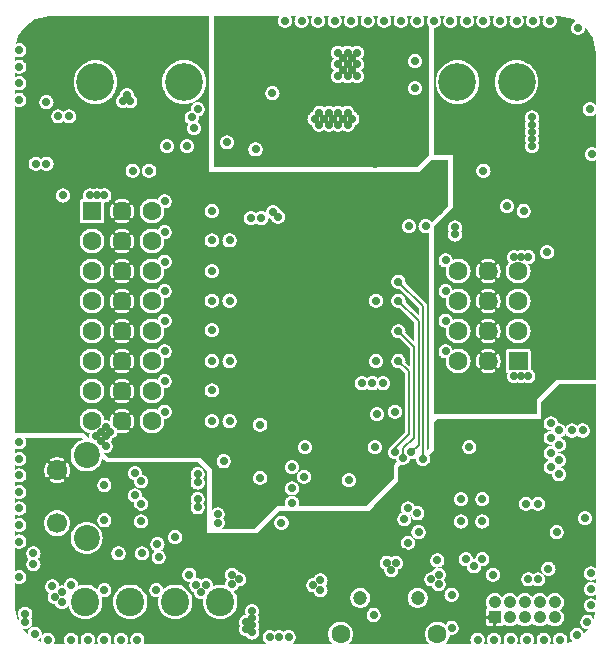
<source format=gbr>
G04 start of page 5 for group 3 idx 3 *
G04 Title: (unknown), power *
G04 Creator: pcb 20140316 *
G04 CreationDate: Tue 09 Jul 2019 20:42:41 GMT UTC *
G04 For: kier *
G04 Format: Gerber/RS-274X *
G04 PCB-Dimensions (mil): 2755.91 2913.39 *
G04 PCB-Coordinate-Origin: lower left *
%MOIN*%
%FSLAX25Y25*%
%LNGROUP3*%
%ADD93C,0.0256*%
%ADD92C,0.0315*%
%ADD91C,0.0394*%
%ADD90C,0.0512*%
%ADD89C,0.0118*%
%ADD88C,0.0276*%
%ADD87C,0.0413*%
%ADD86C,0.0472*%
%ADD85C,0.1260*%
%ADD84C,0.0945*%
%ADD83C,0.0630*%
%ADD82C,0.0669*%
%ADD81C,0.0866*%
%ADD80C,0.0079*%
%ADD79C,0.0001*%
G54D79*G36*
X231099Y46196D02*X231158Y46172D01*
X231519Y46085D01*
X231890Y46056D01*
X232260Y46085D01*
X232305Y46096D01*
X232283Y46063D01*
X231099Y44878D01*
Y46196D01*
G37*
G36*
Y52634D02*X231154Y52544D01*
X231395Y52262D01*
X231678Y52020D01*
X231995Y51826D01*
X232339Y51683D01*
X232700Y51597D01*
X233071Y51568D01*
X233442Y51597D01*
X233803Y51683D01*
X234147Y51826D01*
X234457Y52016D01*
X234027Y49438D01*
X234001Y49501D01*
X233807Y49818D01*
X233565Y50101D01*
X233283Y50342D01*
X232965Y50536D01*
X232622Y50679D01*
X232260Y50766D01*
X231890Y50795D01*
X231519Y50766D01*
X231158Y50679D01*
X231099Y50654D01*
Y52634D01*
G37*
G36*
Y58146D02*X231154Y58056D01*
X231395Y57773D01*
X231678Y57532D01*
X231995Y57338D01*
X232339Y57195D01*
X232700Y57108D01*
X233071Y57079D01*
X233442Y57108D01*
X233803Y57195D01*
X234147Y57338D01*
X234464Y57532D01*
X234646Y57687D01*
Y55698D01*
X234464Y55854D01*
X234147Y56048D01*
X233803Y56191D01*
X233442Y56277D01*
X233071Y56307D01*
X232700Y56277D01*
X232339Y56191D01*
X231995Y56048D01*
X231678Y55854D01*
X231395Y55612D01*
X231154Y55330D01*
X231099Y55240D01*
Y58146D01*
G37*
G36*
Y63264D02*X231154Y63174D01*
X231395Y62891D01*
X231678Y62650D01*
X231995Y62456D01*
X232339Y62313D01*
X232700Y62227D01*
X233071Y62197D01*
X233442Y62227D01*
X233803Y62313D01*
X234147Y62456D01*
X234464Y62650D01*
X234646Y62805D01*
Y61210D01*
X234464Y61366D01*
X234147Y61560D01*
X233803Y61702D01*
X233442Y61789D01*
X233071Y61818D01*
X232700Y61789D01*
X232339Y61702D01*
X231995Y61560D01*
X231678Y61366D01*
X231395Y61124D01*
X231154Y60842D01*
X231099Y60752D01*
Y63264D01*
G37*
G36*
Y127559D02*X234646D01*
Y66328D01*
X234464Y66484D01*
X234147Y66678D01*
X233803Y66820D01*
X233442Y66907D01*
X233071Y66936D01*
X232700Y66907D01*
X232339Y66820D01*
X231995Y66678D01*
X231678Y66484D01*
X231395Y66242D01*
X231154Y65960D01*
X231099Y65870D01*
Y80702D01*
X231102Y80701D01*
X231473Y80731D01*
X231835Y80817D01*
X232178Y80960D01*
X232495Y81154D01*
X232778Y81395D01*
X233019Y81678D01*
X233214Y81995D01*
X233356Y82339D01*
X233443Y82700D01*
X233465Y83071D01*
X233443Y83442D01*
X233356Y83803D01*
X233214Y84147D01*
X233019Y84464D01*
X232778Y84746D01*
X232495Y84988D01*
X232178Y85182D01*
X231835Y85324D01*
X231473Y85411D01*
X231102Y85440D01*
X231099Y85440D01*
Y109973D01*
X231391Y110093D01*
X231708Y110288D01*
X231990Y110529D01*
X232232Y110812D01*
X232426Y111129D01*
X232568Y111473D01*
X232655Y111834D01*
X232677Y112205D01*
X232655Y112575D01*
X232568Y112937D01*
X232426Y113280D01*
X232232Y113597D01*
X231990Y113880D01*
X231708Y114122D01*
X231391Y114316D01*
X231099Y114437D01*
Y127559D01*
G37*
G36*
Y65870D02*X230960Y65643D01*
X230817Y65299D01*
X230731Y64938D01*
X230701Y64567D01*
X230731Y64196D01*
X230817Y63835D01*
X230960Y63491D01*
X231099Y63264D01*
Y60752D01*
X230960Y60525D01*
X230817Y60181D01*
X230731Y59819D01*
X230701Y59449D01*
X230731Y59078D01*
X230817Y58717D01*
X230960Y58373D01*
X231099Y58146D01*
Y55240D01*
X230960Y55013D01*
X230817Y54669D01*
X230731Y54308D01*
X230701Y53937D01*
X230731Y53566D01*
X230817Y53205D01*
X230960Y52861D01*
X231099Y52634D01*
Y50654D01*
X230814Y50536D01*
X230497Y50342D01*
X230214Y50101D01*
X229973Y49818D01*
X229779Y49501D01*
X229636Y49157D01*
X229549Y48796D01*
X229520Y48425D01*
X229549Y48055D01*
X229636Y47693D01*
X229779Y47349D01*
X229973Y47032D01*
X230214Y46750D01*
X230497Y46508D01*
X230814Y46314D01*
X231099Y46196D01*
Y44878D01*
X230687Y44466D01*
X230600Y44827D01*
X230458Y45170D01*
X230263Y45487D01*
X230022Y45770D01*
X229739Y46011D01*
X229422Y46206D01*
X229079Y46348D01*
X228717Y46435D01*
X228346Y46464D01*
X227976Y46435D01*
X227614Y46348D01*
X227271Y46206D01*
X226954Y46011D01*
X226671Y45770D01*
X226430Y45487D01*
X226235Y45170D01*
X226093Y44827D01*
X226006Y44465D01*
X225977Y44094D01*
X226006Y43724D01*
X226093Y43362D01*
X226235Y43019D01*
X226430Y42702D01*
X226671Y42419D01*
X226946Y42184D01*
X224981Y41529D01*
X225088Y41787D01*
X225175Y42149D01*
X225197Y42520D01*
X225175Y42890D01*
X225088Y43252D01*
X224946Y43595D01*
X224752Y43912D01*
X224510Y44195D01*
X224227Y44437D01*
X223910Y44631D01*
X223567Y44773D01*
X223205Y44860D01*
X222835Y44889D01*
X222464Y44860D01*
X222102Y44773D01*
X221759Y44631D01*
X221650Y44564D01*
Y47012D01*
X221969Y47089D01*
X222413Y47273D01*
X222823Y47524D01*
X223188Y47836D01*
X223500Y48201D01*
X223751Y48611D01*
X223934Y49054D01*
X224047Y49521D01*
X224075Y50000D01*
X224047Y50479D01*
X223934Y50946D01*
X223751Y51389D01*
X223500Y51799D01*
X223188Y52164D01*
X222823Y52476D01*
X222784Y52500D01*
X222823Y52524D01*
X223188Y52836D01*
X223500Y53201D01*
X223751Y53611D01*
X223934Y54054D01*
X224047Y54521D01*
X224075Y55000D01*
X224047Y55479D01*
X223934Y55946D01*
X223751Y56389D01*
X223500Y56799D01*
X223188Y57164D01*
X222823Y57476D01*
X222413Y57727D01*
X221969Y57911D01*
X221650Y57988D01*
Y75977D01*
X221654Y75977D01*
X222024Y76006D01*
X222386Y76093D01*
X222729Y76235D01*
X223046Y76430D01*
X223329Y76671D01*
X223570Y76954D01*
X223765Y77271D01*
X223907Y77614D01*
X223994Y77976D01*
X224016Y78346D01*
X223994Y78717D01*
X223907Y79079D01*
X223765Y79422D01*
X223570Y79739D01*
X223329Y80022D01*
X223046Y80263D01*
X222729Y80458D01*
X222386Y80600D01*
X222024Y80687D01*
X221654Y80716D01*
X221650Y80716D01*
Y95409D01*
X221709Y95384D01*
X222070Y95297D01*
X222441Y95268D01*
X222812Y95297D01*
X223173Y95384D01*
X223517Y95527D01*
X223834Y95721D01*
X224116Y95962D01*
X224358Y96245D01*
X224552Y96562D01*
X224694Y96906D01*
X224781Y97267D01*
X224803Y97638D01*
X224781Y98008D01*
X224694Y98370D01*
X224552Y98714D01*
X224358Y99031D01*
X224116Y99313D01*
X223834Y99555D01*
X223517Y99749D01*
X223173Y99891D01*
X222812Y99978D01*
X222534Y100000D01*
X222812Y100022D01*
X223173Y100109D01*
X223517Y100251D01*
X223834Y100445D01*
X224116Y100687D01*
X224358Y100969D01*
X224552Y101286D01*
X224694Y101630D01*
X224781Y101992D01*
X224803Y102362D01*
X224781Y102733D01*
X224694Y103094D01*
X224552Y103438D01*
X224358Y103755D01*
X224116Y104038D01*
X223834Y104279D01*
X223517Y104473D01*
X223173Y104616D01*
X222812Y104703D01*
X222441Y104732D01*
X222070Y104703D01*
X222046Y104697D01*
X222047Y104724D01*
X222025Y105095D01*
X222011Y105154D01*
X222070Y105140D01*
X222441Y105111D01*
X222812Y105140D01*
X223173Y105227D01*
X223517Y105369D01*
X223834Y105563D01*
X224116Y105805D01*
X224358Y106088D01*
X224552Y106405D01*
X224694Y106748D01*
X224781Y107110D01*
X224803Y107480D01*
X224781Y107851D01*
X224694Y108213D01*
X224552Y108556D01*
X224358Y108873D01*
X224116Y109156D01*
X223834Y109397D01*
X223517Y109592D01*
X223173Y109734D01*
X222812Y109821D01*
X222534Y109843D01*
X222812Y109864D01*
X223173Y109951D01*
X223517Y110093D01*
X223834Y110288D01*
X224116Y110529D01*
X224358Y110812D01*
X224552Y111129D01*
X224606Y111260D01*
X224660Y111129D01*
X224855Y110812D01*
X225096Y110529D01*
X225379Y110288D01*
X225696Y110093D01*
X226039Y109951D01*
X226401Y109864D01*
X226772Y109835D01*
X227142Y109864D01*
X227504Y109951D01*
X227847Y110093D01*
X228164Y110288D01*
X228447Y110529D01*
X228543Y110642D01*
X228639Y110529D01*
X228922Y110288D01*
X229239Y110093D01*
X229583Y109951D01*
X229944Y109864D01*
X230315Y109835D01*
X230686Y109864D01*
X231047Y109951D01*
X231099Y109973D01*
Y85440D01*
X230732Y85411D01*
X230370Y85324D01*
X230027Y85182D01*
X229710Y84988D01*
X229427Y84746D01*
X229185Y84464D01*
X228991Y84147D01*
X228849Y83803D01*
X228762Y83442D01*
X228733Y83071D01*
X228762Y82700D01*
X228849Y82339D01*
X228991Y81995D01*
X229185Y81678D01*
X229427Y81395D01*
X229710Y81154D01*
X230027Y80960D01*
X230370Y80817D01*
X230732Y80731D01*
X231099Y80702D01*
Y65870D01*
G37*
G36*
X221650Y126768D02*X222441Y127559D01*
X231099D01*
Y114437D01*
X231047Y114458D01*
X230686Y114545D01*
X230315Y114574D01*
X229944Y114545D01*
X229583Y114458D01*
X229239Y114316D01*
X228922Y114122D01*
X228639Y113880D01*
X228543Y113768D01*
X228447Y113880D01*
X228164Y114122D01*
X227847Y114316D01*
X227504Y114458D01*
X227142Y114545D01*
X226772Y114574D01*
X226401Y114545D01*
X226039Y114458D01*
X225696Y114316D01*
X225379Y114122D01*
X225096Y113880D01*
X224855Y113597D01*
X224660Y113280D01*
X224606Y113150D01*
X224552Y113280D01*
X224358Y113597D01*
X224116Y113880D01*
X223834Y114122D01*
X223517Y114316D01*
X223173Y114458D01*
X222812Y114545D01*
X222441Y114574D01*
X222070Y114545D01*
X222046Y114539D01*
X222047Y114567D01*
X222025Y114938D01*
X221939Y115299D01*
X221796Y115643D01*
X221650Y115882D01*
Y126768D01*
G37*
G36*
Y44564D02*X221442Y44437D01*
X221159Y44195D01*
X220918Y43912D01*
X220723Y43595D01*
X220581Y43252D01*
X220494Y42890D01*
X220465Y42520D01*
X220494Y42149D01*
X220581Y41787D01*
X220723Y41444D01*
X220918Y41127D01*
X221073Y40945D01*
X219084D01*
X219240Y41127D01*
X219434Y41444D01*
X219576Y41787D01*
X219663Y42149D01*
X219685Y42520D01*
X219663Y42890D01*
X219576Y43252D01*
X219434Y43595D01*
X219240Y43912D01*
X218998Y44195D01*
X218716Y44437D01*
X218399Y44631D01*
X218055Y44773D01*
X217694Y44860D01*
X217323Y44889D01*
X216952Y44860D01*
X216591Y44773D01*
X216247Y44631D01*
X215930Y44437D01*
X215647Y44195D01*
X215406Y43912D01*
X215212Y43595D01*
X215069Y43252D01*
X214983Y42890D01*
X214953Y42520D01*
X214983Y42149D01*
X215069Y41787D01*
X215212Y41444D01*
X215406Y41127D01*
X215561Y40945D01*
X213572D01*
X213728Y41127D01*
X213922Y41444D01*
X214065Y41787D01*
X214151Y42149D01*
X214173Y42520D01*
X214151Y42890D01*
X214065Y43252D01*
X213922Y43595D01*
X213728Y43912D01*
X213487Y44195D01*
X213382Y44284D01*
Y48063D01*
X213500Y48201D01*
X213524Y48240D01*
X213548Y48201D01*
X213859Y47836D01*
X214225Y47524D01*
X214634Y47273D01*
X215078Y47089D01*
X215545Y46977D01*
X216024Y46939D01*
X216502Y46977D01*
X216969Y47089D01*
X217413Y47273D01*
X217823Y47524D01*
X218188Y47836D01*
X218500Y48201D01*
X218524Y48240D01*
X218548Y48201D01*
X218859Y47836D01*
X219225Y47524D01*
X219634Y47273D01*
X220078Y47089D01*
X220545Y46977D01*
X221024Y46939D01*
X221502Y46977D01*
X221650Y47012D01*
Y44564D01*
G37*
G36*
X218894Y97771D02*X218953Y97746D01*
X219314Y97660D01*
X219685Y97631D01*
X220056Y97660D01*
X220074Y97664D01*
X220071Y97638D01*
X220101Y97267D01*
X220187Y96906D01*
X220330Y96562D01*
X220524Y96245D01*
X220765Y95962D01*
X221048Y95721D01*
X221365Y95527D01*
X221650Y95409D01*
Y80716D01*
X221283Y80687D01*
X220921Y80600D01*
X220578Y80458D01*
X220261Y80263D01*
X219978Y80022D01*
X219737Y79739D01*
X219542Y79422D01*
X219400Y79079D01*
X219313Y78717D01*
X219284Y78346D01*
X219313Y77976D01*
X219400Y77614D01*
X219542Y77271D01*
X219737Y76954D01*
X219978Y76671D01*
X220261Y76430D01*
X220578Y76235D01*
X220921Y76093D01*
X221283Y76006D01*
X221650Y75977D01*
Y57988D01*
X221502Y58023D01*
X221024Y58061D01*
X220545Y58023D01*
X220078Y57911D01*
X219634Y57727D01*
X219225Y57476D01*
X218894Y57194D01*
Y63773D01*
X218898Y63772D01*
X219268Y63801D01*
X219630Y63888D01*
X219973Y64030D01*
X220290Y64225D01*
X220573Y64466D01*
X220815Y64749D01*
X221009Y65066D01*
X221151Y65410D01*
X221238Y65771D01*
X221260Y66142D01*
X221238Y66512D01*
X221151Y66874D01*
X221009Y67217D01*
X220815Y67534D01*
X220573Y67817D01*
X220290Y68059D01*
X219973Y68253D01*
X219630Y68395D01*
X219268Y68482D01*
X218898Y68511D01*
X218894Y68511D01*
Y97771D01*
G37*
G36*
Y102495D02*X218953Y102471D01*
X219314Y102384D01*
X219592Y102362D01*
X219314Y102340D01*
X218953Y102254D01*
X218894Y102229D01*
Y102495D01*
G37*
G36*
Y107613D02*X218953Y107589D01*
X219314Y107502D01*
X219685Y107473D01*
X220056Y107502D01*
X220074Y107506D01*
X220071Y107480D01*
X220101Y107110D01*
X220115Y107051D01*
X220056Y107065D01*
X219685Y107094D01*
X219314Y107065D01*
X218953Y106978D01*
X218894Y106954D01*
Y107613D01*
G37*
G36*
Y112338D02*X218953Y112313D01*
X219314Y112227D01*
X219592Y112205D01*
X219314Y112183D01*
X218953Y112096D01*
X218894Y112072D01*
Y112338D01*
G37*
G36*
Y124012D02*X221650Y126768D01*
Y115882D01*
X221602Y115960D01*
X221361Y116242D01*
X221078Y116484D01*
X220761Y116678D01*
X220417Y116820D01*
X220056Y116907D01*
X219685Y116936D01*
X219314Y116907D01*
X218953Y116820D01*
X218894Y116796D01*
Y124012D01*
G37*
G36*
X213382Y116142D02*X216535D01*
Y121654D01*
X218894Y124012D01*
Y116796D01*
X218609Y116678D01*
X218292Y116484D01*
X218010Y116242D01*
X217768Y115960D01*
X217574Y115643D01*
X217432Y115299D01*
X217345Y114938D01*
X217316Y114567D01*
X217345Y114196D01*
X217432Y113835D01*
X217574Y113491D01*
X217768Y113174D01*
X218010Y112891D01*
X218292Y112650D01*
X218609Y112456D01*
X218894Y112338D01*
Y112072D01*
X218609Y111954D01*
X218292Y111759D01*
X218010Y111518D01*
X217768Y111235D01*
X217574Y110918D01*
X217432Y110575D01*
X217345Y110213D01*
X217316Y109843D01*
X217345Y109472D01*
X217432Y109110D01*
X217574Y108767D01*
X217768Y108450D01*
X218010Y108167D01*
X218292Y107926D01*
X218609Y107731D01*
X218894Y107613D01*
Y106954D01*
X218609Y106836D01*
X218292Y106641D01*
X218010Y106400D01*
X217768Y106117D01*
X217574Y105800D01*
X217432Y105457D01*
X217345Y105095D01*
X217316Y104724D01*
X217345Y104354D01*
X217432Y103992D01*
X217574Y103649D01*
X217768Y103332D01*
X218010Y103049D01*
X218292Y102807D01*
X218609Y102613D01*
X218894Y102495D01*
Y102229D01*
X218609Y102111D01*
X218292Y101917D01*
X218010Y101675D01*
X217768Y101393D01*
X217574Y101076D01*
X217432Y100732D01*
X217345Y100371D01*
X217316Y100000D01*
X217345Y99629D01*
X217432Y99268D01*
X217574Y98924D01*
X217768Y98607D01*
X218010Y98325D01*
X218292Y98083D01*
X218609Y97889D01*
X218894Y97771D01*
Y68511D01*
X218527Y68482D01*
X218165Y68395D01*
X217822Y68253D01*
X217505Y68059D01*
X217222Y67817D01*
X216981Y67534D01*
X216786Y67217D01*
X216644Y66874D01*
X216557Y66512D01*
X216528Y66142D01*
X216557Y65771D01*
X216644Y65410D01*
X216786Y65066D01*
X216981Y64749D01*
X217222Y64466D01*
X217505Y64225D01*
X217822Y64030D01*
X218165Y63888D01*
X218527Y63801D01*
X218894Y63773D01*
Y57194D01*
X218859Y57164D01*
X218548Y56799D01*
X218524Y56760D01*
X218500Y56799D01*
X218188Y57164D01*
X217823Y57476D01*
X217413Y57727D01*
X216969Y57911D01*
X216502Y58023D01*
X216024Y58061D01*
X215545Y58023D01*
X215078Y57911D01*
X214634Y57727D01*
X214225Y57476D01*
X213859Y57164D01*
X213548Y56799D01*
X213524Y56760D01*
X213500Y56799D01*
X213382Y56937D01*
Y60550D01*
X213597Y60681D01*
X213780Y60837D01*
X213962Y60681D01*
X214279Y60487D01*
X214622Y60345D01*
X214984Y60258D01*
X215354Y60229D01*
X215725Y60258D01*
X216087Y60345D01*
X216430Y60487D01*
X216747Y60681D01*
X217030Y60923D01*
X217271Y61206D01*
X217466Y61523D01*
X217608Y61866D01*
X217695Y62228D01*
X217717Y62598D01*
X217695Y62969D01*
X217608Y63331D01*
X217466Y63674D01*
X217271Y63991D01*
X217030Y64274D01*
X216747Y64515D01*
X216430Y64710D01*
X216087Y64852D01*
X215725Y64939D01*
X215354Y64968D01*
X214984Y64939D01*
X214622Y64852D01*
X214279Y64710D01*
X213962Y64515D01*
X213780Y64360D01*
X213597Y64515D01*
X213382Y64647D01*
Y86481D01*
X213386Y86487D01*
X213437Y86403D01*
X213679Y86120D01*
X213962Y85878D01*
X214279Y85684D01*
X214622Y85542D01*
X214984Y85455D01*
X215354Y85426D01*
X215725Y85455D01*
X216087Y85542D01*
X216430Y85684D01*
X216747Y85878D01*
X217030Y86120D01*
X217271Y86403D01*
X217466Y86720D01*
X217608Y87063D01*
X217695Y87425D01*
X217717Y87795D01*
X217695Y88166D01*
X217608Y88527D01*
X217466Y88871D01*
X217271Y89188D01*
X217030Y89471D01*
X216747Y89712D01*
X216430Y89907D01*
X216087Y90049D01*
X215725Y90136D01*
X215354Y90165D01*
X214984Y90136D01*
X214622Y90049D01*
X214279Y89907D01*
X213962Y89712D01*
X213679Y89471D01*
X213437Y89188D01*
X213386Y89104D01*
X213382Y89110D01*
Y116142D01*
G37*
G36*
Y44284D02*X213204Y44437D01*
X212887Y44631D01*
X212543Y44773D01*
X212182Y44860D01*
X211811Y44889D01*
X211440Y44860D01*
X211079Y44773D01*
X210735Y44631D01*
X210418Y44437D01*
X210136Y44195D01*
X209894Y43912D01*
X209700Y43595D01*
X209558Y43252D01*
X209471Y42890D01*
X209442Y42520D01*
X209471Y42149D01*
X209558Y41787D01*
X209700Y41444D01*
X209894Y41127D01*
X210050Y40945D01*
X208061D01*
X208216Y41127D01*
X208410Y41444D01*
X208553Y41787D01*
X208640Y42149D01*
X208661Y42520D01*
X208640Y42890D01*
X208553Y43252D01*
X208410Y43595D01*
X208216Y43912D01*
X207975Y44195D01*
X207692Y44437D01*
X207375Y44631D01*
X207031Y44773D01*
X206670Y44860D01*
X206299Y44889D01*
X205929Y44860D01*
X205567Y44773D01*
X205223Y44631D01*
X204906Y44437D01*
X204624Y44195D01*
X204382Y43912D01*
X204188Y43595D01*
X204046Y43252D01*
X203959Y42890D01*
X203930Y42520D01*
X203959Y42149D01*
X204046Y41787D01*
X204188Y41444D01*
X204382Y41127D01*
X204538Y40945D01*
X202549D01*
X202704Y41127D01*
X202899Y41444D01*
X203041Y41787D01*
X203128Y42149D01*
X203150Y42520D01*
X203128Y42890D01*
X203041Y43252D01*
X202899Y43595D01*
X202704Y43912D01*
X202463Y44195D01*
X202180Y44437D01*
X201863Y44631D01*
X201520Y44773D01*
X201158Y44860D01*
X200787Y44889D01*
X200417Y44860D01*
X200390Y44854D01*
Y47094D01*
X200439Y47151D01*
X200479Y47217D01*
X200509Y47288D01*
X200527Y47364D01*
X200533Y47441D01*
X200527Y47518D01*
X200509Y47593D01*
X200479Y47665D01*
X200439Y47731D01*
X200390Y47788D01*
Y52014D01*
X200545Y51977D01*
X201024Y51939D01*
X201502Y51977D01*
X201913Y52076D01*
X201931Y52071D01*
X202008Y52067D01*
X203091D01*
Y50984D01*
X203081Y50907D01*
X203092Y50861D01*
X203001Y50479D01*
X202963Y50000D01*
X203001Y49521D01*
X203099Y49110D01*
X203095Y49093D01*
X203091Y49016D01*
Y47933D01*
X201931Y47942D01*
X201855Y47924D01*
X201784Y47894D01*
X201718Y47854D01*
X201659Y47804D01*
X201609Y47745D01*
X201568Y47679D01*
X201538Y47607D01*
X201520Y47532D01*
X201514Y47455D01*
X201520Y47377D01*
X201538Y47302D01*
X201568Y47230D01*
X201609Y47164D01*
X201659Y47106D01*
X201718Y47055D01*
X201784Y47015D01*
X201855Y46985D01*
X201931Y46967D01*
X202008Y46962D01*
X203244D01*
X203394Y46998D01*
X203537Y47057D01*
X203668Y47138D01*
X203785Y47238D01*
X203886Y47355D01*
X203966Y47487D01*
X204025Y47629D01*
X204038Y47683D01*
X204225Y47524D01*
X204634Y47273D01*
X205078Y47089D01*
X205545Y46977D01*
X206024Y46939D01*
X206502Y46977D01*
X206969Y47089D01*
X207413Y47273D01*
X207823Y47524D01*
X208188Y47836D01*
X208500Y48201D01*
X208524Y48240D01*
X208548Y48201D01*
X208859Y47836D01*
X209225Y47524D01*
X209634Y47273D01*
X210078Y47089D01*
X210545Y46977D01*
X211024Y46939D01*
X211502Y46977D01*
X211969Y47089D01*
X212413Y47273D01*
X212823Y47524D01*
X213188Y47836D01*
X213382Y48063D01*
Y44284D01*
G37*
G36*
X200390Y116142D02*X213382D01*
Y89110D01*
X213334Y89188D01*
X213093Y89471D01*
X212810Y89712D01*
X212493Y89907D01*
X212150Y90049D01*
X211788Y90136D01*
X211417Y90165D01*
X211047Y90136D01*
X210685Y90049D01*
X210342Y89907D01*
X210025Y89712D01*
X209742Y89471D01*
X209500Y89188D01*
X209306Y88871D01*
X209164Y88527D01*
X209077Y88166D01*
X209048Y87795D01*
X209077Y87425D01*
X209164Y87063D01*
X209306Y86720D01*
X209500Y86403D01*
X209742Y86120D01*
X210025Y85878D01*
X210342Y85684D01*
X210685Y85542D01*
X211047Y85455D01*
X211417Y85426D01*
X211788Y85455D01*
X212150Y85542D01*
X212493Y85684D01*
X212810Y85878D01*
X213093Y86120D01*
X213334Y86403D01*
X213382Y86481D01*
Y64647D01*
X213280Y64710D01*
X212937Y64852D01*
X212575Y64939D01*
X212205Y64968D01*
X211834Y64939D01*
X211473Y64852D01*
X211129Y64710D01*
X210812Y64515D01*
X210529Y64274D01*
X210288Y63991D01*
X210093Y63674D01*
X209951Y63331D01*
X209864Y62969D01*
X209835Y62598D01*
X209864Y62228D01*
X209951Y61866D01*
X210093Y61523D01*
X210288Y61206D01*
X210529Y60923D01*
X210812Y60681D01*
X211129Y60487D01*
X211473Y60345D01*
X211834Y60258D01*
X212205Y60229D01*
X212575Y60258D01*
X212937Y60345D01*
X213280Y60487D01*
X213382Y60550D01*
Y56937D01*
X213188Y57164D01*
X212823Y57476D01*
X212413Y57727D01*
X211969Y57911D01*
X211502Y58023D01*
X211024Y58061D01*
X210545Y58023D01*
X210078Y57911D01*
X209634Y57727D01*
X209225Y57476D01*
X208859Y57164D01*
X208548Y56799D01*
X208524Y56760D01*
X208500Y56799D01*
X208188Y57164D01*
X207823Y57476D01*
X207413Y57727D01*
X206969Y57911D01*
X206502Y58023D01*
X206024Y58061D01*
X205545Y58023D01*
X205078Y57911D01*
X204634Y57727D01*
X204225Y57476D01*
X203859Y57164D01*
X203548Y56799D01*
X203524Y56760D01*
X203500Y56799D01*
X203188Y57164D01*
X202823Y57476D01*
X202413Y57727D01*
X201969Y57911D01*
X201502Y58023D01*
X201024Y58061D01*
X200545Y58023D01*
X200390Y57986D01*
Y61804D01*
X200394Y61804D01*
X200764Y61833D01*
X201126Y61920D01*
X201469Y62062D01*
X201786Y62256D01*
X202069Y62498D01*
X202311Y62780D01*
X202505Y63098D01*
X202647Y63441D01*
X202734Y63803D01*
X202756Y64173D01*
X202734Y64544D01*
X202647Y64905D01*
X202505Y65249D01*
X202311Y65566D01*
X202069Y65849D01*
X201786Y66090D01*
X201469Y66284D01*
X201126Y66427D01*
X200764Y66514D01*
X200394Y66543D01*
X200390Y66542D01*
Y116142D01*
G37*
G36*
X196847D02*X200390D01*
Y66542D01*
X200023Y66514D01*
X199661Y66427D01*
X199318Y66284D01*
X199001Y66090D01*
X198718Y65849D01*
X198477Y65566D01*
X198282Y65249D01*
X198140Y64905D01*
X198053Y64544D01*
X198024Y64173D01*
X198053Y63803D01*
X198140Y63441D01*
X198282Y63098D01*
X198477Y62780D01*
X198718Y62498D01*
X199001Y62256D01*
X199318Y62062D01*
X199661Y61920D01*
X200023Y61833D01*
X200390Y61804D01*
Y57986D01*
X200078Y57911D01*
X199634Y57727D01*
X199225Y57476D01*
X198859Y57164D01*
X198548Y56799D01*
X198297Y56389D01*
X198113Y55946D01*
X198001Y55479D01*
X197963Y55000D01*
X198001Y54521D01*
X198113Y54054D01*
X198297Y53611D01*
X198548Y53201D01*
X198707Y53014D01*
X198653Y53002D01*
X198511Y52943D01*
X198379Y52862D01*
X198262Y52762D01*
X198162Y52645D01*
X198081Y52513D01*
X198022Y52371D01*
X197986Y52221D01*
X197977Y52067D01*
Y50907D01*
X197995Y50832D01*
X198025Y50760D01*
X198065Y50694D01*
X198116Y50635D01*
X198174Y50585D01*
X198240Y50544D01*
X198312Y50515D01*
X198387Y50497D01*
X198465Y50491D01*
X198542Y50497D01*
X198617Y50515D01*
X198689Y50544D01*
X198755Y50585D01*
X198814Y50635D01*
X198864Y50694D01*
X198904Y50760D01*
X198934Y50832D01*
X198952Y50907D01*
X198957Y50984D01*
Y52067D01*
X200039D01*
X200117Y52058D01*
X200163Y52069D01*
X200390Y52014D01*
Y47788D01*
X200388Y47790D01*
X200330Y47840D01*
X200263Y47881D01*
X200192Y47910D01*
X200117Y47929D01*
X200039Y47933D01*
X198961D01*
Y49093D01*
X198943Y49168D01*
X198914Y49240D01*
X198873Y49306D01*
X198823Y49365D01*
X198764Y49415D01*
X198698Y49456D01*
X198626Y49485D01*
X198551Y49503D01*
X198474Y49509D01*
X198396Y49503D01*
X198321Y49485D01*
X198250Y49456D01*
X198184Y49415D01*
X198125Y49365D01*
X198074Y49306D01*
X198034Y49240D01*
X198004Y49168D01*
X197986Y49093D01*
X197982Y49016D01*
Y47779D01*
X198018Y47628D01*
X198077Y47485D01*
X198158Y47353D01*
X198259Y47235D01*
X198376Y47134D01*
X198508Y47053D01*
X198652Y46994D01*
X198802Y46958D01*
X198957Y46949D01*
X200039D01*
X200117Y46953D01*
X200192Y46971D01*
X200263Y47001D01*
X200330Y47042D01*
X200388Y47092D01*
X200390Y47094D01*
Y44854D01*
X200055Y44773D01*
X199712Y44631D01*
X199395Y44437D01*
X199112Y44195D01*
X198870Y43912D01*
X198676Y43595D01*
X198534Y43252D01*
X198447Y42890D01*
X198418Y42520D01*
X198447Y42149D01*
X198534Y41787D01*
X198676Y41444D01*
X198870Y41127D01*
X199026Y40945D01*
X197037D01*
X197193Y41127D01*
X197387Y41444D01*
X197529Y41787D01*
X197616Y42149D01*
X197638Y42520D01*
X197616Y42890D01*
X197529Y43252D01*
X197387Y43595D01*
X197193Y43912D01*
X196951Y44195D01*
X196847Y44284D01*
Y66922D01*
X196850Y66922D01*
X197221Y66951D01*
X197583Y67038D01*
X197926Y67180D01*
X198243Y67374D01*
X198526Y67616D01*
X198767Y67899D01*
X198962Y68216D01*
X199104Y68559D01*
X199191Y68921D01*
X199213Y69291D01*
X199191Y69662D01*
X199104Y70024D01*
X198962Y70367D01*
X198767Y70684D01*
X198526Y70967D01*
X198243Y71208D01*
X197926Y71403D01*
X197583Y71545D01*
X197221Y71632D01*
X196850Y71661D01*
X196847Y71661D01*
Y79521D01*
X196850Y79520D01*
X197221Y79549D01*
X197583Y79636D01*
X197926Y79779D01*
X198243Y79973D01*
X198526Y80214D01*
X198767Y80497D01*
X198962Y80814D01*
X199104Y81158D01*
X199191Y81519D01*
X199213Y81890D01*
X199191Y82260D01*
X199104Y82622D01*
X198962Y82965D01*
X198767Y83283D01*
X198526Y83565D01*
X198243Y83807D01*
X197926Y84001D01*
X197583Y84143D01*
X197221Y84230D01*
X196850Y84259D01*
X196847Y84259D01*
Y87001D01*
X196850Y87001D01*
X197221Y87030D01*
X197583Y87117D01*
X197926Y87259D01*
X198243Y87453D01*
X198526Y87695D01*
X198767Y87977D01*
X198962Y88294D01*
X199104Y88638D01*
X199191Y88999D01*
X199213Y89370D01*
X199191Y89741D01*
X199104Y90102D01*
X198962Y90446D01*
X198767Y90763D01*
X198526Y91046D01*
X198243Y91287D01*
X197926Y91481D01*
X197583Y91624D01*
X197221Y91710D01*
X196850Y91740D01*
X196847Y91739D01*
Y116142D01*
G37*
G36*
Y44284D02*X196668Y44437D01*
X196351Y44631D01*
X196008Y44773D01*
X195646Y44860D01*
X195276Y44889D01*
X194905Y44860D01*
X194543Y44773D01*
X194200Y44631D01*
X193883Y44437D01*
X193600Y44195D01*
X193359Y43912D01*
X193164Y43595D01*
X193022Y43252D01*
X192935Y42890D01*
X192906Y42520D01*
X192935Y42149D01*
X193022Y41787D01*
X193164Y41444D01*
X193359Y41127D01*
X193514Y40945D01*
X189760D01*
Y67533D01*
X189946Y67374D01*
X190263Y67180D01*
X190606Y67038D01*
X190968Y66951D01*
X191339Y66922D01*
X191709Y66951D01*
X191727Y66955D01*
X191725Y66929D01*
X191754Y66558D01*
X191841Y66197D01*
X191983Y65853D01*
X192178Y65536D01*
X192419Y65254D01*
X192702Y65012D01*
X193019Y64818D01*
X193362Y64676D01*
X193724Y64589D01*
X194094Y64560D01*
X194465Y64589D01*
X194827Y64676D01*
X195170Y64818D01*
X195487Y65012D01*
X195770Y65254D01*
X196011Y65536D01*
X196206Y65853D01*
X196348Y66197D01*
X196435Y66558D01*
X196457Y66929D01*
X196455Y66957D01*
X196480Y66951D01*
X196847Y66922D01*
Y44284D01*
G37*
G36*
X192516Y116142D02*X196847D01*
Y91739D01*
X196480Y91710D01*
X196118Y91624D01*
X195775Y91481D01*
X195458Y91287D01*
X195175Y91046D01*
X194933Y90763D01*
X194739Y90446D01*
X194597Y90102D01*
X194510Y89741D01*
X194481Y89370D01*
X194510Y88999D01*
X194597Y88638D01*
X194739Y88294D01*
X194933Y87977D01*
X195175Y87695D01*
X195458Y87453D01*
X195775Y87259D01*
X196118Y87117D01*
X196480Y87030D01*
X196847Y87001D01*
Y84259D01*
X196480Y84230D01*
X196118Y84143D01*
X195775Y84001D01*
X195458Y83807D01*
X195175Y83565D01*
X194933Y83283D01*
X194739Y82965D01*
X194597Y82622D01*
X194510Y82260D01*
X194481Y81890D01*
X194510Y81519D01*
X194597Y81158D01*
X194739Y80814D01*
X194933Y80497D01*
X195175Y80214D01*
X195458Y79973D01*
X195775Y79779D01*
X196118Y79636D01*
X196480Y79549D01*
X196847Y79521D01*
Y71661D01*
X196480Y71632D01*
X196118Y71545D01*
X195775Y71403D01*
X195458Y71208D01*
X195175Y70967D01*
X194933Y70684D01*
X194739Y70367D01*
X194597Y70024D01*
X194510Y69662D01*
X194481Y69291D01*
X194483Y69265D01*
X194465Y69269D01*
X194094Y69299D01*
X193724Y69269D01*
X193699Y69264D01*
X193701Y69291D01*
X193679Y69662D01*
X193592Y70024D01*
X193450Y70367D01*
X193256Y70684D01*
X193014Y70967D01*
X192731Y71208D01*
X192516Y71340D01*
Y104324D01*
X192520Y104323D01*
X192890Y104353D01*
X193252Y104439D01*
X193595Y104582D01*
X193912Y104776D01*
X194195Y105017D01*
X194437Y105300D01*
X194631Y105617D01*
X194773Y105961D01*
X194860Y106322D01*
X194882Y106693D01*
X194860Y107064D01*
X194773Y107425D01*
X194631Y107769D01*
X194437Y108086D01*
X194195Y108368D01*
X193912Y108610D01*
X193595Y108804D01*
X193252Y108946D01*
X192890Y109033D01*
X192520Y109062D01*
X192516Y109062D01*
Y116142D01*
G37*
G36*
X189760D02*X192516D01*
Y109062D01*
X192149Y109033D01*
X191787Y108946D01*
X191444Y108804D01*
X191127Y108610D01*
X190844Y108368D01*
X190603Y108086D01*
X190408Y107769D01*
X190266Y107425D01*
X190179Y107064D01*
X190150Y106693D01*
X190179Y106322D01*
X190266Y105961D01*
X190408Y105617D01*
X190603Y105300D01*
X190844Y105017D01*
X191127Y104776D01*
X191444Y104582D01*
X191787Y104439D01*
X192149Y104353D01*
X192516Y104324D01*
Y71340D01*
X192414Y71403D01*
X192071Y71545D01*
X191709Y71632D01*
X191339Y71661D01*
X190968Y71632D01*
X190606Y71545D01*
X190263Y71403D01*
X189946Y71208D01*
X189760Y71050D01*
Y79521D01*
X189764Y79520D01*
X190134Y79549D01*
X190496Y79636D01*
X190840Y79779D01*
X191157Y79973D01*
X191439Y80214D01*
X191681Y80497D01*
X191875Y80814D01*
X192017Y81158D01*
X192104Y81519D01*
X192126Y81890D01*
X192104Y82260D01*
X192017Y82622D01*
X191875Y82965D01*
X191681Y83283D01*
X191439Y83565D01*
X191157Y83807D01*
X190840Y84001D01*
X190496Y84143D01*
X190134Y84230D01*
X189764Y84259D01*
X189760Y84259D01*
Y87001D01*
X189764Y87001D01*
X190134Y87030D01*
X190496Y87117D01*
X190840Y87259D01*
X191157Y87453D01*
X191439Y87695D01*
X191681Y87977D01*
X191875Y88294D01*
X192017Y88638D01*
X192104Y88999D01*
X192126Y89370D01*
X192104Y89741D01*
X192017Y90102D01*
X191875Y90446D01*
X191681Y90763D01*
X191439Y91046D01*
X191157Y91287D01*
X190840Y91481D01*
X190496Y91624D01*
X190134Y91710D01*
X189764Y91740D01*
X189760Y91739D01*
Y116142D01*
G37*
G36*
X188976Y46457D02*X188954Y46827D01*
X188868Y47189D01*
X188725Y47532D01*
X188531Y47849D01*
X188290Y48132D01*
X188007Y48374D01*
X187690Y48568D01*
X187346Y48710D01*
X186985Y48797D01*
X186614Y48826D01*
X186611Y48826D01*
Y55111D01*
X186614Y55111D01*
X186985Y55140D01*
X187346Y55227D01*
X187690Y55369D01*
X188007Y55563D01*
X188290Y55805D01*
X188531Y56088D01*
X188725Y56405D01*
X188868Y56748D01*
X188954Y57110D01*
X188976Y57480D01*
X188954Y57851D01*
X188868Y58213D01*
X188725Y58556D01*
X188531Y58873D01*
X188290Y59156D01*
X188007Y59397D01*
X187690Y59592D01*
X187346Y59734D01*
X186985Y59821D01*
X186614Y59850D01*
X186611Y59850D01*
Y116142D01*
X189760D01*
Y91739D01*
X189393Y91710D01*
X189032Y91624D01*
X188688Y91481D01*
X188371Y91287D01*
X188088Y91046D01*
X187847Y90763D01*
X187653Y90446D01*
X187510Y90102D01*
X187423Y89741D01*
X187394Y89370D01*
X187423Y88999D01*
X187510Y88638D01*
X187653Y88294D01*
X187847Y87977D01*
X188088Y87695D01*
X188371Y87453D01*
X188688Y87259D01*
X189032Y87117D01*
X189393Y87030D01*
X189760Y87001D01*
Y84259D01*
X189393Y84230D01*
X189032Y84143D01*
X188688Y84001D01*
X188371Y83807D01*
X188088Y83565D01*
X187847Y83283D01*
X187653Y82965D01*
X187510Y82622D01*
X187423Y82260D01*
X187394Y81890D01*
X187423Y81519D01*
X187510Y81158D01*
X187653Y80814D01*
X187847Y80497D01*
X188088Y80214D01*
X188371Y79973D01*
X188688Y79779D01*
X189032Y79636D01*
X189393Y79549D01*
X189760Y79521D01*
Y71050D01*
X189663Y70967D01*
X189422Y70684D01*
X189227Y70367D01*
X189085Y70024D01*
X188998Y69662D01*
X188969Y69291D01*
X188998Y68921D01*
X189085Y68559D01*
X189227Y68216D01*
X189422Y67899D01*
X189663Y67616D01*
X189760Y67533D01*
Y40945D01*
X186611D01*
Y44087D01*
X186614Y44087D01*
X186985Y44116D01*
X187346Y44203D01*
X187690Y44345D01*
X188007Y44540D01*
X188290Y44781D01*
X188531Y45064D01*
X188725Y45381D01*
X188868Y45724D01*
X188954Y46086D01*
X188976Y46457D01*
G37*
G36*
X186611Y40945D02*X184337D01*
X184822Y41359D01*
X185244Y41854D01*
X185584Y42409D01*
X185833Y43010D01*
X185985Y43643D01*
X186017Y44171D01*
X186244Y44116D01*
X186611Y44087D01*
Y40945D01*
G37*
G36*
Y48826D02*X186244Y48797D01*
X185882Y48710D01*
X185538Y48568D01*
X185221Y48374D01*
X184939Y48132D01*
X184697Y47849D01*
X184503Y47532D01*
X184492Y47505D01*
X184327Y47646D01*
X183772Y47986D01*
X183171Y48235D01*
X182538Y48387D01*
X181890Y48438D01*
X181241Y48387D01*
X181099Y48353D01*
Y58979D01*
X181208Y58912D01*
X181551Y58770D01*
X181913Y58683D01*
X182283Y58654D01*
X182654Y58683D01*
X183016Y58770D01*
X183359Y58912D01*
X183676Y59107D01*
X183959Y59348D01*
X184200Y59631D01*
X184395Y59948D01*
X184537Y60291D01*
X184624Y60653D01*
X184646Y61024D01*
X184624Y61394D01*
X184537Y61756D01*
X184395Y62099D01*
X184200Y62416D01*
X184045Y62598D01*
X184200Y62780D01*
X184395Y63098D01*
X184537Y63441D01*
X184624Y63803D01*
X184646Y64173D01*
X184624Y64544D01*
X184537Y64905D01*
X184395Y65249D01*
X184200Y65566D01*
X183959Y65849D01*
X183676Y66090D01*
X183359Y66284D01*
X183016Y66427D01*
X182654Y66514D01*
X182283Y66543D01*
X181913Y66514D01*
X181551Y66427D01*
X181208Y66284D01*
X181099Y66218D01*
Y66668D01*
X181158Y66644D01*
X181519Y66557D01*
X181890Y66528D01*
X182260Y66557D01*
X182622Y66644D01*
X182965Y66786D01*
X183283Y66981D01*
X183565Y67222D01*
X183807Y67505D01*
X184001Y67822D01*
X184143Y68165D01*
X184230Y68527D01*
X184252Y68898D01*
X184230Y69268D01*
X184143Y69630D01*
X184001Y69973D01*
X183807Y70290D01*
X183565Y70573D01*
X183283Y70815D01*
X182965Y71009D01*
X182622Y71151D01*
X182260Y71238D01*
X181890Y71267D01*
X181519Y71238D01*
X181158Y71151D01*
X181099Y71127D01*
Y115351D01*
X181890Y116142D01*
X186611D01*
Y59850D01*
X186244Y59821D01*
X185882Y59734D01*
X185538Y59592D01*
X185221Y59397D01*
X184939Y59156D01*
X184697Y58873D01*
X184503Y58556D01*
X184361Y58213D01*
X184274Y57851D01*
X184245Y57480D01*
X184274Y57110D01*
X184361Y56748D01*
X184503Y56405D01*
X184697Y56088D01*
X184939Y55805D01*
X185221Y55563D01*
X185538Y55369D01*
X185882Y55227D01*
X186244Y55140D01*
X186611Y55111D01*
Y48826D01*
G37*
G36*
X181099Y48353D02*X180608Y48235D01*
X180007Y47986D01*
X179452Y47646D01*
X178958Y47223D01*
X178535Y46729D01*
X178195Y46174D01*
X177946Y45573D01*
X177794Y44940D01*
X177743Y44291D01*
X177794Y43643D01*
X177946Y43010D01*
X178195Y42409D01*
X178535Y41854D01*
X178958Y41359D01*
X179443Y40945D01*
X175587D01*
Y53083D01*
X175820Y53102D01*
X176333Y53225D01*
X176819Y53426D01*
X177268Y53702D01*
X177669Y54044D01*
X178011Y54444D01*
X178286Y54893D01*
X178488Y55380D01*
X178611Y55892D01*
X178642Y56417D01*
X178611Y56942D01*
X178488Y57455D01*
X178286Y57941D01*
X178011Y58390D01*
X177669Y58791D01*
X177268Y59133D01*
X176819Y59408D01*
X176333Y59610D01*
X175820Y59733D01*
X175587Y59751D01*
Y75977D01*
X175591Y75977D01*
X175961Y76006D01*
X176323Y76093D01*
X176666Y76235D01*
X176983Y76430D01*
X177266Y76671D01*
X177508Y76954D01*
X177702Y77271D01*
X177844Y77614D01*
X177931Y77976D01*
X177953Y78346D01*
X177931Y78717D01*
X177844Y79079D01*
X177702Y79422D01*
X177508Y79739D01*
X177266Y80022D01*
X176983Y80263D01*
X176666Y80458D01*
X176323Y80600D01*
X175961Y80687D01*
X175591Y80716D01*
X175587Y80716D01*
Y82310D01*
X175929Y82392D01*
X176273Y82534D01*
X176590Y82729D01*
X176872Y82970D01*
X177114Y83253D01*
X177308Y83570D01*
X177450Y83913D01*
X177537Y84275D01*
X177559Y84646D01*
X177537Y85016D01*
X177450Y85378D01*
X177308Y85721D01*
X177114Y86038D01*
X176872Y86321D01*
X176590Y86563D01*
X176273Y86757D01*
X175929Y86899D01*
X175587Y86981D01*
Y100998D01*
X175773Y100839D01*
X176090Y100645D01*
X176433Y100502D01*
X176795Y100416D01*
X177165Y100386D01*
X177536Y100416D01*
X177898Y100502D01*
X178241Y100645D01*
X178558Y100839D01*
X178841Y101080D01*
X179082Y101363D01*
X179277Y101680D01*
X179419Y102024D01*
X179506Y102385D01*
X179528Y102756D01*
X179506Y103127D01*
X179419Y103488D01*
X179277Y103832D01*
X179182Y103985D01*
X180709Y105512D01*
Y114961D01*
X181099Y115351D01*
Y71127D01*
X180814Y71009D01*
X180497Y70815D01*
X180214Y70573D01*
X179973Y70290D01*
X179779Y69973D01*
X179636Y69630D01*
X179549Y69268D01*
X179520Y68898D01*
X179549Y68527D01*
X179636Y68165D01*
X179779Y67822D01*
X179973Y67505D01*
X180214Y67222D01*
X180497Y66981D01*
X180814Y66786D01*
X181099Y66668D01*
Y66218D01*
X180891Y66090D01*
X180608Y65849D01*
X180367Y65566D01*
X180172Y65249D01*
X180052Y64958D01*
X179921Y64968D01*
X179551Y64939D01*
X179189Y64852D01*
X178846Y64710D01*
X178529Y64515D01*
X178246Y64274D01*
X178004Y63991D01*
X177810Y63674D01*
X177668Y63331D01*
X177581Y62969D01*
X177552Y62598D01*
X177581Y62228D01*
X177668Y61866D01*
X177810Y61523D01*
X178004Y61206D01*
X178246Y60923D01*
X178529Y60681D01*
X178846Y60487D01*
X179189Y60345D01*
X179551Y60258D01*
X179921Y60229D01*
X180052Y60239D01*
X180172Y59948D01*
X180367Y59631D01*
X180608Y59348D01*
X180891Y59107D01*
X181099Y58979D01*
Y48353D01*
G37*
G36*
X172044Y80628D02*X172259Y80760D01*
X172542Y81002D01*
X172783Y81284D01*
X172977Y81601D01*
X173120Y81945D01*
X173206Y82306D01*
X173228Y82677D01*
X173206Y83048D01*
X173120Y83409D01*
X172977Y83753D01*
X172833Y83989D01*
X172917Y84024D01*
X172943Y83913D01*
X173086Y83570D01*
X173280Y83253D01*
X173521Y82970D01*
X173804Y82729D01*
X174121Y82534D01*
X174465Y82392D01*
X174826Y82305D01*
X175197Y82276D01*
X175568Y82305D01*
X175587Y82310D01*
Y80716D01*
X175220Y80687D01*
X174858Y80600D01*
X174515Y80458D01*
X174198Y80263D01*
X173915Y80022D01*
X173674Y79739D01*
X173479Y79422D01*
X173337Y79079D01*
X173250Y78717D01*
X173221Y78346D01*
X173250Y77976D01*
X173337Y77614D01*
X173479Y77271D01*
X173674Y76954D01*
X173915Y76671D01*
X174198Y76430D01*
X174515Y76235D01*
X174858Y76093D01*
X175220Y76006D01*
X175587Y75977D01*
Y59751D01*
X175295Y59774D01*
X174770Y59733D01*
X174258Y59610D01*
X173771Y59408D01*
X173322Y59133D01*
X172922Y58791D01*
X172580Y58390D01*
X172304Y57941D01*
X172103Y57455D01*
X172044Y57208D01*
Y72434D01*
X172047Y72434D01*
X172418Y72463D01*
X172779Y72550D01*
X173123Y72692D01*
X173440Y72886D01*
X173723Y73128D01*
X173964Y73410D01*
X174158Y73727D01*
X174301Y74071D01*
X174388Y74432D01*
X174409Y74803D01*
X174388Y75174D01*
X174301Y75535D01*
X174158Y75879D01*
X173964Y76196D01*
X173723Y76479D01*
X173440Y76720D01*
X173123Y76914D01*
X172779Y77057D01*
X172418Y77143D01*
X172047Y77173D01*
X172044Y77172D01*
Y80628D01*
G37*
G36*
Y101385D02*X172148Y101474D01*
X172389Y101757D01*
X172584Y102074D01*
X172726Y102417D01*
X172807Y102756D01*
X173136D01*
X173228Y102749D01*
X173321Y102756D01*
X174796D01*
X174825Y102385D01*
X174912Y102024D01*
X175054Y101680D01*
X175248Y101363D01*
X175490Y101080D01*
X175587Y100998D01*
Y86981D01*
X175568Y86986D01*
X175197Y87015D01*
X174826Y86986D01*
X174465Y86899D01*
X174327Y86842D01*
X174301Y86953D01*
X174158Y87296D01*
X173964Y87613D01*
X173723Y87896D01*
X173440Y88137D01*
X173123Y88332D01*
X172779Y88474D01*
X172418Y88561D01*
X172047Y88590D01*
X172044Y88590D01*
Y101385D01*
G37*
G36*
X175587Y40945D02*X172044D01*
Y55627D01*
X172103Y55380D01*
X172304Y54893D01*
X172580Y54444D01*
X172922Y54044D01*
X173322Y53702D01*
X173771Y53426D01*
X174258Y53225D01*
X174770Y53102D01*
X175295Y53061D01*
X175587Y53083D01*
Y40945D01*
G37*
G36*
X172044D02*X166532D01*
Y63379D01*
X166535Y63379D01*
X166906Y63408D01*
X167268Y63495D01*
X167611Y63637D01*
X167928Y63831D01*
X168211Y64073D01*
X168452Y64355D01*
X168647Y64672D01*
X168789Y65016D01*
X168876Y65377D01*
X168898Y65748D01*
X168890Y65876D01*
X169186Y65999D01*
X169503Y66193D01*
X169786Y66435D01*
X170027Y66717D01*
X170221Y67035D01*
X170364Y67378D01*
X170451Y67740D01*
X170472Y68110D01*
X170451Y68481D01*
X170364Y68842D01*
X170221Y69186D01*
X170027Y69503D01*
X169786Y69786D01*
X169503Y70027D01*
X169186Y70221D01*
X168842Y70364D01*
X168481Y70451D01*
X168110Y70480D01*
X167740Y70451D01*
X167378Y70364D01*
X167035Y70221D01*
X166717Y70027D01*
X166535Y69872D01*
X166532Y69875D01*
Y92910D01*
X168898Y95276D01*
Y100000D01*
X169783Y100886D01*
X170102Y100809D01*
X170472Y100780D01*
X170843Y100809D01*
X171205Y100896D01*
X171548Y101038D01*
X171865Y101233D01*
X172044Y101385D01*
Y88590D01*
X171677Y88561D01*
X171315Y88474D01*
X170972Y88332D01*
X170654Y88137D01*
X170372Y87896D01*
X170130Y87613D01*
X169936Y87296D01*
X169794Y86953D01*
X169707Y86591D01*
X169678Y86220D01*
X169707Y85850D01*
X169794Y85488D01*
X169936Y85145D01*
X170081Y84909D01*
X169790Y84788D01*
X169473Y84594D01*
X169191Y84353D01*
X168949Y84070D01*
X168755Y83753D01*
X168613Y83409D01*
X168526Y83048D01*
X168497Y82677D01*
X168526Y82306D01*
X168613Y81945D01*
X168755Y81601D01*
X168949Y81284D01*
X169191Y81002D01*
X169473Y80760D01*
X169790Y80566D01*
X170134Y80424D01*
X170495Y80337D01*
X170866Y80308D01*
X171237Y80337D01*
X171598Y80424D01*
X171942Y80566D01*
X172044Y80628D01*
Y77172D01*
X171677Y77143D01*
X171315Y77057D01*
X170972Y76914D01*
X170654Y76720D01*
X170372Y76479D01*
X170130Y76196D01*
X169936Y75879D01*
X169794Y75535D01*
X169707Y75174D01*
X169678Y74803D01*
X169707Y74432D01*
X169794Y74071D01*
X169936Y73727D01*
X170130Y73410D01*
X170372Y73128D01*
X170654Y72886D01*
X170972Y72692D01*
X171315Y72550D01*
X171677Y72463D01*
X172044Y72434D01*
Y57208D01*
X171980Y56942D01*
X171938Y56417D01*
X171980Y55892D01*
X172044Y55627D01*
Y40945D01*
G37*
G36*
X166532D02*X160626D01*
Y48418D01*
X160630Y48418D01*
X161001Y48447D01*
X161362Y48534D01*
X161706Y48676D01*
X162023Y48870D01*
X162305Y49112D01*
X162547Y49395D01*
X162741Y49712D01*
X162883Y50055D01*
X162970Y50417D01*
X162992Y50787D01*
X162970Y51158D01*
X162883Y51520D01*
X162741Y51863D01*
X162547Y52180D01*
X162305Y52463D01*
X162023Y52704D01*
X161706Y52899D01*
X161362Y53041D01*
X161001Y53128D01*
X160630Y53157D01*
X160626Y53157D01*
Y87004D01*
X166532Y92910D01*
Y69875D01*
X166353Y70027D01*
X166036Y70221D01*
X165693Y70364D01*
X165331Y70451D01*
X164961Y70480D01*
X164590Y70451D01*
X164228Y70364D01*
X163885Y70221D01*
X163568Y70027D01*
X163285Y69786D01*
X163044Y69503D01*
X162849Y69186D01*
X162707Y68842D01*
X162620Y68481D01*
X162591Y68110D01*
X162620Y67740D01*
X162707Y67378D01*
X162849Y67035D01*
X163044Y66717D01*
X163285Y66435D01*
X163568Y66193D01*
X163885Y65999D01*
X164176Y65878D01*
X164166Y65748D01*
X164195Y65377D01*
X164282Y65016D01*
X164424Y64672D01*
X164618Y64355D01*
X164860Y64073D01*
X165143Y63831D01*
X165460Y63637D01*
X165803Y63495D01*
X166165Y63408D01*
X166532Y63379D01*
Y40945D01*
G37*
G36*
X160626D02*X156196D01*
Y53061D01*
X156201Y53061D01*
X156726Y53102D01*
X157238Y53225D01*
X157725Y53426D01*
X158174Y53702D01*
X158574Y54044D01*
X158916Y54444D01*
X159192Y54893D01*
X159393Y55380D01*
X159516Y55892D01*
X159547Y56417D01*
X159516Y56942D01*
X159393Y57455D01*
X159192Y57941D01*
X158916Y58390D01*
X158574Y58791D01*
X158174Y59133D01*
X157725Y59408D01*
X157238Y59610D01*
X156726Y59733D01*
X156201Y59774D01*
X156196Y59774D01*
Y85433D01*
X159055D01*
X160626Y87004D01*
Y53157D01*
X160259Y53128D01*
X159898Y53041D01*
X159554Y52899D01*
X159237Y52704D01*
X158954Y52463D01*
X158713Y52180D01*
X158519Y51863D01*
X158376Y51520D01*
X158290Y51158D01*
X158260Y50787D01*
X158290Y50417D01*
X158376Y50055D01*
X158519Y49712D01*
X158713Y49395D01*
X158954Y49112D01*
X159237Y48870D01*
X159554Y48676D01*
X159898Y48534D01*
X160259Y48447D01*
X160626Y48418D01*
Y40945D01*
G37*
G36*
X156196D02*X152053D01*
X152538Y41359D01*
X152961Y41854D01*
X153301Y42409D01*
X153550Y43010D01*
X153702Y43643D01*
X153740Y44291D01*
X153702Y44940D01*
X153550Y45573D01*
X153301Y46174D01*
X152961Y46729D01*
X152538Y47223D01*
X152044Y47646D01*
X151489Y47986D01*
X150888Y48235D01*
X150255Y48387D01*
X149606Y48438D01*
X148958Y48387D01*
X148325Y48235D01*
X147724Y47986D01*
X147169Y47646D01*
X146674Y47223D01*
X146252Y46729D01*
X145912Y46174D01*
X145663Y45573D01*
X145511Y44940D01*
X145460Y44291D01*
X145511Y43643D01*
X145663Y43010D01*
X145912Y42409D01*
X146252Y41854D01*
X146674Y41359D01*
X147159Y40945D01*
X141729D01*
Y57011D01*
X141838Y56944D01*
X142181Y56802D01*
X142543Y56715D01*
X142913Y56686D01*
X143284Y56715D01*
X143646Y56802D01*
X143989Y56944D01*
X144306Y57138D01*
X144589Y57380D01*
X144830Y57662D01*
X145025Y57979D01*
X145167Y58323D01*
X145254Y58684D01*
X145276Y59055D01*
X145254Y59426D01*
X145167Y59787D01*
X145025Y60131D01*
X144830Y60448D01*
X144675Y60630D01*
X144830Y60812D01*
X145025Y61129D01*
X145167Y61473D01*
X145254Y61834D01*
X145276Y62205D01*
X145254Y62575D01*
X145167Y62937D01*
X145025Y63280D01*
X144830Y63597D01*
X144589Y63880D01*
X144306Y64122D01*
X143989Y64316D01*
X143646Y64458D01*
X143284Y64545D01*
X142913Y64574D01*
X142543Y64545D01*
X142181Y64458D01*
X141838Y64316D01*
X141729Y64249D01*
Y85433D01*
X156196D01*
Y59774D01*
X155676Y59733D01*
X155163Y59610D01*
X154677Y59408D01*
X154228Y59133D01*
X153827Y58791D01*
X153485Y58390D01*
X153210Y57941D01*
X153008Y57455D01*
X152885Y56942D01*
X152844Y56417D01*
X152885Y55892D01*
X153008Y55380D01*
X153210Y54893D01*
X153485Y54444D01*
X153827Y54044D01*
X154228Y53702D01*
X154677Y53426D01*
X155163Y53225D01*
X155676Y53102D01*
X156196Y53061D01*
Y40945D01*
G37*
G36*
X141729D02*X132376D01*
X132654Y40967D01*
X133016Y41054D01*
X133359Y41196D01*
X133676Y41390D01*
X133959Y41632D01*
X134200Y41914D01*
X134395Y42231D01*
X134537Y42575D01*
X134624Y42936D01*
X134646Y43307D01*
X134624Y43678D01*
X134537Y44039D01*
X134395Y44383D01*
X134200Y44700D01*
X133959Y44983D01*
X133676Y45224D01*
X133359Y45418D01*
X133016Y45561D01*
X132654Y45647D01*
X132283Y45677D01*
X131913Y45647D01*
X131551Y45561D01*
X131208Y45418D01*
X130891Y45224D01*
X130709Y45069D01*
X130527Y45224D01*
X130210Y45418D01*
X129918Y45539D01*
Y79127D01*
X129921Y79127D01*
X130292Y79156D01*
X130653Y79243D01*
X130997Y79385D01*
X131314Y79579D01*
X131597Y79821D01*
X131838Y80103D01*
X132032Y80420D01*
X132175Y80764D01*
X132262Y81125D01*
X132283Y81496D01*
X132262Y81867D01*
X132175Y82228D01*
X132032Y82572D01*
X131838Y82889D01*
X131597Y83172D01*
X131314Y83413D01*
X130997Y83607D01*
X130653Y83750D01*
X130292Y83836D01*
X129921Y83866D01*
X129918Y83865D01*
Y85433D01*
X141729D01*
Y64249D01*
X141521Y64122D01*
X141238Y63880D01*
X140996Y63597D01*
X140802Y63280D01*
X140681Y62989D01*
X140551Y62999D01*
X140181Y62970D01*
X139819Y62883D01*
X139475Y62741D01*
X139158Y62547D01*
X138876Y62305D01*
X138634Y62023D01*
X138440Y61706D01*
X138298Y61362D01*
X138211Y61001D01*
X138182Y60630D01*
X138211Y60259D01*
X138298Y59898D01*
X138440Y59554D01*
X138634Y59237D01*
X138876Y58954D01*
X139158Y58713D01*
X139475Y58519D01*
X139819Y58376D01*
X140181Y58290D01*
X140551Y58260D01*
X140681Y58271D01*
X140802Y57979D01*
X140996Y57662D01*
X141238Y57380D01*
X141521Y57138D01*
X141729Y57011D01*
Y40945D01*
G37*
G36*
X129918Y45539D02*X129866Y45561D01*
X129505Y45647D01*
X129134Y45677D01*
X128763Y45647D01*
X128402Y45561D01*
X128058Y45418D01*
X127741Y45224D01*
X127559Y45069D01*
X127377Y45224D01*
X127060Y45418D01*
X126716Y45561D01*
X126355Y45647D01*
X125984Y45677D01*
X125614Y45647D01*
X125252Y45561D01*
X124909Y45418D01*
X124592Y45224D01*
X124309Y44983D01*
X124067Y44700D01*
X123873Y44383D01*
X123731Y44039D01*
X123644Y43678D01*
X123615Y43307D01*
X123644Y42936D01*
X123731Y42575D01*
X123873Y42231D01*
X124067Y41914D01*
X124309Y41632D01*
X124592Y41390D01*
X124909Y41196D01*
X125252Y41054D01*
X125614Y40967D01*
X125892Y40945D01*
X119091D01*
Y42734D01*
X119347Y42628D01*
X119708Y42542D01*
X120079Y42512D01*
X120449Y42542D01*
X120811Y42628D01*
X121154Y42771D01*
X121471Y42965D01*
X121754Y43206D01*
X121996Y43489D01*
X122190Y43806D01*
X122332Y44150D01*
X122419Y44511D01*
X122441Y44882D01*
X122419Y45253D01*
X122332Y45614D01*
X122190Y45958D01*
X122125Y46063D01*
X122190Y46168D01*
X122332Y46512D01*
X122419Y46873D01*
X122441Y47244D01*
X122419Y47615D01*
X122332Y47976D01*
X122190Y48320D01*
X122125Y48425D01*
X122190Y48531D01*
X122332Y48874D01*
X122419Y49236D01*
X122441Y49606D01*
X122419Y49977D01*
X122332Y50339D01*
X122190Y50682D01*
X122125Y50787D01*
X122190Y50893D01*
X122332Y51236D01*
X122419Y51598D01*
X122441Y51969D01*
X122419Y52339D01*
X122332Y52701D01*
X122190Y53044D01*
X121996Y53361D01*
X121754Y53644D01*
X121471Y53885D01*
X121154Y54080D01*
X120811Y54222D01*
X120449Y54309D01*
X120079Y54338D01*
X119708Y54309D01*
X119347Y54222D01*
X119091Y54116D01*
Y77953D01*
X121654D01*
X129134Y85433D01*
X129918D01*
Y83865D01*
X129551Y83836D01*
X129189Y83750D01*
X128846Y83607D01*
X128529Y83413D01*
X128246Y83172D01*
X128004Y82889D01*
X127810Y82572D01*
X127668Y82228D01*
X127581Y81867D01*
X127552Y81496D01*
X127581Y81125D01*
X127668Y80764D01*
X127810Y80420D01*
X128004Y80103D01*
X128246Y79821D01*
X128529Y79579D01*
X128846Y79385D01*
X129189Y79243D01*
X129551Y79156D01*
X129918Y79127D01*
Y45539D01*
G37*
G36*
X119091Y40945D02*X107477D01*
Y49780D01*
X107738Y49672D01*
X108612Y49462D01*
X109508Y49392D01*
X110404Y49462D01*
X111277Y49672D01*
X112108Y50016D01*
X112874Y50485D01*
X113557Y51069D01*
X114141Y51752D01*
X114610Y52518D01*
X114954Y53349D01*
X115164Y54222D01*
X115217Y55118D01*
X115164Y56014D01*
X114954Y56888D01*
X114610Y57718D01*
X114141Y58484D01*
X113934Y58726D01*
X114118Y58770D01*
X114462Y58912D01*
X114779Y59107D01*
X115061Y59348D01*
X115303Y59631D01*
X115497Y59948D01*
X115618Y60239D01*
X115748Y60229D01*
X116119Y60258D01*
X116480Y60345D01*
X116824Y60487D01*
X117141Y60681D01*
X117424Y60923D01*
X117665Y61206D01*
X117859Y61523D01*
X118002Y61866D01*
X118088Y62228D01*
X118110Y62598D01*
X118088Y62969D01*
X118002Y63331D01*
X117859Y63674D01*
X117665Y63991D01*
X117424Y64274D01*
X117141Y64515D01*
X116824Y64710D01*
X116480Y64852D01*
X116119Y64939D01*
X115748Y64968D01*
X115618Y64958D01*
X115497Y65249D01*
X115303Y65566D01*
X115061Y65849D01*
X114779Y66090D01*
X114462Y66284D01*
X114118Y66427D01*
X113756Y66514D01*
X113386Y66543D01*
X113015Y66514D01*
X112654Y66427D01*
X112310Y66284D01*
X111993Y66090D01*
X111710Y65849D01*
X111469Y65566D01*
X111275Y65249D01*
X111132Y64905D01*
X111046Y64544D01*
X111016Y64173D01*
X111046Y63803D01*
X111132Y63441D01*
X111275Y63098D01*
X111469Y62780D01*
X111624Y62598D01*
X111469Y62416D01*
X111275Y62099D01*
X111132Y61756D01*
X111046Y61394D01*
X111016Y61024D01*
X111046Y60653D01*
X111054Y60618D01*
X110404Y60774D01*
X109508Y60844D01*
X108612Y60774D01*
X107738Y60564D01*
X107477Y60456D01*
Y77953D01*
X119091D01*
Y54116D01*
X119003Y54080D01*
X118686Y53885D01*
X118403Y53644D01*
X118162Y53361D01*
X117968Y53044D01*
X117825Y52701D01*
X117738Y52339D01*
X117709Y51969D01*
X117738Y51598D01*
X117825Y51236D01*
X117968Y50893D01*
X118031Y50788D01*
X117740Y50766D01*
X117378Y50679D01*
X117035Y50536D01*
X116717Y50342D01*
X116435Y50101D01*
X116193Y49818D01*
X115999Y49501D01*
X115857Y49157D01*
X115770Y48796D01*
X115741Y48425D01*
X115770Y48055D01*
X115857Y47693D01*
X115999Y47349D01*
X116064Y47244D01*
X115999Y47139D01*
X115857Y46795D01*
X115770Y46434D01*
X115741Y46063D01*
X115770Y45692D01*
X115857Y45331D01*
X115999Y44987D01*
X116193Y44670D01*
X116435Y44388D01*
X116717Y44146D01*
X117035Y43952D01*
X117378Y43809D01*
X117740Y43723D01*
X118033Y43700D01*
X118162Y43489D01*
X118403Y43206D01*
X118686Y42965D01*
X119003Y42771D01*
X119091Y42734D01*
Y40945D01*
G37*
G36*
X101965Y101575D02*X101969D01*
X105118Y98425D01*
Y77953D01*
X107477D01*
Y60456D01*
X107066Y60286D01*
X107087Y60630D01*
X107065Y61001D01*
X106978Y61362D01*
X106836Y61706D01*
X106641Y62023D01*
X106400Y62305D01*
X106117Y62547D01*
X105800Y62741D01*
X105457Y62883D01*
X105095Y62970D01*
X104724Y62999D01*
X104354Y62970D01*
X103992Y62883D01*
X103649Y62741D01*
X103332Y62547D01*
X103150Y62391D01*
X102968Y62547D01*
X102651Y62741D01*
X102307Y62883D01*
X101965Y62966D01*
Y84245D01*
X101969Y84245D01*
X102339Y84274D01*
X102701Y84361D01*
X103044Y84503D01*
X103361Y84697D01*
X103644Y84939D01*
X103885Y85221D01*
X104080Y85538D01*
X104222Y85882D01*
X104309Y86244D01*
X104331Y86614D01*
X104309Y86985D01*
X104222Y87346D01*
X104080Y87690D01*
X103895Y87992D01*
X104080Y88294D01*
X104222Y88638D01*
X104309Y88999D01*
X104331Y89370D01*
X104309Y89741D01*
X104222Y90102D01*
X104080Y90446D01*
X103885Y90763D01*
X103644Y91046D01*
X103361Y91287D01*
X103044Y91481D01*
X102701Y91624D01*
X102339Y91710D01*
X101969Y91740D01*
X101965Y91739D01*
Y92513D01*
X101969Y92512D01*
X102339Y92542D01*
X102701Y92628D01*
X103044Y92771D01*
X103361Y92965D01*
X103644Y93206D01*
X103885Y93489D01*
X104080Y93806D01*
X104222Y94150D01*
X104309Y94511D01*
X104331Y94882D01*
X104309Y95253D01*
X104222Y95614D01*
X104080Y95958D01*
X103895Y96260D01*
X104080Y96562D01*
X104222Y96906D01*
X104309Y97267D01*
X104331Y97638D01*
X104309Y98008D01*
X104222Y98370D01*
X104080Y98714D01*
X103885Y99031D01*
X103644Y99313D01*
X103361Y99555D01*
X103044Y99749D01*
X102701Y99891D01*
X102339Y99978D01*
X101969Y100007D01*
X101965Y100007D01*
Y101575D01*
G37*
G36*
X107477Y40945D02*X101965D01*
Y56223D01*
X102074Y56156D01*
X102417Y56014D01*
X102779Y55927D01*
X103150Y55898D01*
X103520Y55927D01*
X103852Y56007D01*
X103782Y55118D01*
X103852Y54222D01*
X104062Y53349D01*
X104406Y52518D01*
X104875Y51752D01*
X105459Y51069D01*
X106142Y50485D01*
X106908Y50016D01*
X107477Y49780D01*
Y40945D01*
G37*
G36*
X101965D02*X94485D01*
Y49394D01*
X94508Y49392D01*
X95404Y49462D01*
X96277Y49672D01*
X97108Y50016D01*
X97874Y50485D01*
X98557Y51069D01*
X99141Y51752D01*
X99610Y52518D01*
X99954Y53349D01*
X100164Y54222D01*
X100217Y55118D01*
X100164Y56014D01*
X99954Y56888D01*
X99610Y57718D01*
X99141Y58484D01*
X98557Y59167D01*
X97874Y59751D01*
X97108Y60220D01*
X96277Y60564D01*
X95404Y60774D01*
X94508Y60844D01*
X94485Y60843D01*
Y74402D01*
X94488Y74402D01*
X94859Y74431D01*
X95220Y74518D01*
X95564Y74660D01*
X95881Y74855D01*
X96164Y75096D01*
X96405Y75379D01*
X96599Y75696D01*
X96742Y76039D01*
X96829Y76401D01*
X96850Y76772D01*
X96829Y77142D01*
X96742Y77504D01*
X96599Y77847D01*
X96405Y78164D01*
X96164Y78447D01*
X95881Y78689D01*
X95564Y78883D01*
X95220Y79025D01*
X94859Y79112D01*
X94488Y79141D01*
X94485Y79141D01*
Y101575D01*
X101965D01*
Y100007D01*
X101598Y99978D01*
X101236Y99891D01*
X100893Y99749D01*
X100576Y99555D01*
X100293Y99313D01*
X100052Y99031D01*
X99857Y98714D01*
X99715Y98370D01*
X99628Y98008D01*
X99599Y97638D01*
X99628Y97267D01*
X99715Y96906D01*
X99857Y96562D01*
X100042Y96260D01*
X99857Y95958D01*
X99715Y95614D01*
X99628Y95253D01*
X99599Y94882D01*
X99628Y94511D01*
X99715Y94150D01*
X99857Y93806D01*
X100052Y93489D01*
X100293Y93206D01*
X100576Y92965D01*
X100893Y92771D01*
X101236Y92628D01*
X101598Y92542D01*
X101965Y92513D01*
Y91739D01*
X101598Y91710D01*
X101236Y91624D01*
X100893Y91481D01*
X100576Y91287D01*
X100293Y91046D01*
X100052Y90763D01*
X99857Y90446D01*
X99715Y90102D01*
X99628Y89741D01*
X99599Y89370D01*
X99628Y88999D01*
X99715Y88638D01*
X99857Y88294D01*
X100042Y87992D01*
X99857Y87690D01*
X99715Y87346D01*
X99628Y86985D01*
X99599Y86614D01*
X99628Y86244D01*
X99715Y85882D01*
X99857Y85538D01*
X100052Y85221D01*
X100293Y84939D01*
X100576Y84697D01*
X100893Y84503D01*
X101236Y84361D01*
X101598Y84274D01*
X101965Y84245D01*
Y62966D01*
X101945Y62970D01*
X101575Y62999D01*
X101248Y62974D01*
X101324Y63098D01*
X101466Y63441D01*
X101553Y63803D01*
X101575Y64173D01*
X101553Y64544D01*
X101466Y64905D01*
X101324Y65249D01*
X101130Y65566D01*
X100888Y65849D01*
X100605Y66090D01*
X100288Y66284D01*
X99945Y66427D01*
X99583Y66514D01*
X99213Y66543D01*
X98842Y66514D01*
X98480Y66427D01*
X98137Y66284D01*
X97820Y66090D01*
X97537Y65849D01*
X97296Y65566D01*
X97101Y65249D01*
X96959Y64905D01*
X96872Y64544D01*
X96843Y64173D01*
X96872Y63803D01*
X96959Y63441D01*
X97101Y63098D01*
X97296Y62780D01*
X97537Y62498D01*
X97820Y62256D01*
X98137Y62062D01*
X98480Y61920D01*
X98842Y61833D01*
X99213Y61804D01*
X99539Y61829D01*
X99464Y61706D01*
X99321Y61362D01*
X99234Y61001D01*
X99205Y60630D01*
X99234Y60259D01*
X99321Y59898D01*
X99464Y59554D01*
X99658Y59237D01*
X99899Y58954D01*
X100182Y58713D01*
X100499Y58519D01*
X100790Y58398D01*
X100780Y58268D01*
X100809Y57897D01*
X100896Y57536D01*
X101038Y57192D01*
X101233Y56875D01*
X101474Y56592D01*
X101757Y56351D01*
X101965Y56223D01*
Y40945D01*
G37*
G36*
X88776Y101575D02*X94485D01*
Y79141D01*
X94118Y79112D01*
X93756Y79025D01*
X93412Y78883D01*
X93095Y78689D01*
X92813Y78447D01*
X92571Y78164D01*
X92377Y77847D01*
X92235Y77504D01*
X92148Y77142D01*
X92119Y76772D01*
X92148Y76401D01*
X92235Y76039D01*
X92377Y75696D01*
X92571Y75379D01*
X92813Y75096D01*
X93095Y74855D01*
X93412Y74660D01*
X93756Y74518D01*
X94118Y74431D01*
X94485Y74402D01*
Y60843D01*
X93612Y60774D01*
X92738Y60564D01*
X91908Y60220D01*
X91142Y59751D01*
X90540Y59237D01*
X90529Y59426D01*
X90442Y59787D01*
X90300Y60131D01*
X90106Y60448D01*
X89864Y60731D01*
X89582Y60972D01*
X89265Y61166D01*
X88921Y61309D01*
X88776Y61344D01*
Y67725D01*
X88976Y67709D01*
X89347Y67738D01*
X89709Y67825D01*
X90052Y67968D01*
X90369Y68162D01*
X90652Y68403D01*
X90893Y68686D01*
X91088Y69003D01*
X91230Y69347D01*
X91317Y69708D01*
X91339Y70079D01*
X91317Y70449D01*
X91230Y70811D01*
X91088Y71154D01*
X90893Y71471D01*
X90652Y71754D01*
X90369Y71996D01*
X90052Y72190D01*
X89712Y72331D01*
X89975Y72492D01*
X90258Y72734D01*
X90500Y73017D01*
X90694Y73334D01*
X90836Y73677D01*
X90923Y74039D01*
X90945Y74409D01*
X90923Y74780D01*
X90836Y75142D01*
X90694Y75485D01*
X90500Y75802D01*
X90258Y76085D01*
X89975Y76326D01*
X89658Y76521D01*
X89315Y76663D01*
X88953Y76750D01*
X88776Y76764D01*
Y101575D01*
G37*
G36*
X94485Y40945D02*X88776D01*
Y56767D01*
X88921Y56802D01*
X89054Y56857D01*
X88852Y56014D01*
X88782Y55118D01*
X88852Y54222D01*
X89062Y53349D01*
X89406Y52518D01*
X89875Y51752D01*
X90459Y51069D01*
X91142Y50485D01*
X91908Y50016D01*
X92738Y49672D01*
X93612Y49462D01*
X94485Y49394D01*
Y40945D01*
G37*
G36*
X88776D02*X83651D01*
X83807Y41127D01*
X84001Y41444D01*
X84143Y41787D01*
X84230Y42149D01*
X84252Y42520D01*
X84230Y42890D01*
X84143Y43252D01*
X84001Y43595D01*
X83807Y43912D01*
X83565Y44195D01*
X83461Y44284D01*
Y50987D01*
X83557Y51069D01*
X84141Y51752D01*
X84610Y52518D01*
X84954Y53349D01*
X85164Y54222D01*
X85217Y55118D01*
X85164Y56014D01*
X84954Y56888D01*
X84610Y57718D01*
X84141Y58484D01*
X83557Y59167D01*
X83461Y59249D01*
Y68891D01*
X83465Y68890D01*
X83835Y68920D01*
X84197Y69006D01*
X84540Y69149D01*
X84857Y69343D01*
X85140Y69584D01*
X85382Y69867D01*
X85576Y70184D01*
X85718Y70528D01*
X85805Y70889D01*
X85827Y71260D01*
X85805Y71631D01*
X85718Y71992D01*
X85576Y72336D01*
X85382Y72653D01*
X85140Y72935D01*
X84857Y73177D01*
X84540Y73371D01*
X84197Y73513D01*
X83835Y73600D01*
X83465Y73629D01*
X83461Y73629D01*
Y79554D01*
X83803Y79636D01*
X84147Y79779D01*
X84464Y79973D01*
X84746Y80214D01*
X84988Y80497D01*
X85182Y80814D01*
X85324Y81158D01*
X85411Y81519D01*
X85433Y81890D01*
X85411Y82260D01*
X85324Y82622D01*
X85182Y82965D01*
X84988Y83283D01*
X84746Y83565D01*
X84464Y83807D01*
X84147Y84001D01*
X83803Y84143D01*
X83461Y84225D01*
Y85460D01*
X83803Y85542D01*
X84147Y85684D01*
X84464Y85878D01*
X84746Y86120D01*
X84988Y86403D01*
X85182Y86720D01*
X85324Y87063D01*
X85411Y87425D01*
X85433Y87795D01*
X85411Y88166D01*
X85324Y88527D01*
X85182Y88871D01*
X84988Y89188D01*
X84746Y89471D01*
X84464Y89712D01*
X84147Y89907D01*
X83803Y90049D01*
X83461Y90131D01*
Y90490D01*
X83465Y90551D01*
X83461Y90613D01*
Y92940D01*
X83803Y93022D01*
X84147Y93164D01*
X84464Y93359D01*
X84746Y93600D01*
X84988Y93883D01*
X85182Y94200D01*
X85324Y94543D01*
X85411Y94905D01*
X85433Y95276D01*
X85411Y95646D01*
X85324Y96008D01*
X85182Y96351D01*
X84988Y96668D01*
X84746Y96951D01*
X84464Y97193D01*
X84147Y97387D01*
X83803Y97529D01*
X83461Y97611D01*
Y97970D01*
X83465Y98031D01*
X83461Y98093D01*
Y101575D01*
X88776D01*
Y76764D01*
X88583Y76779D01*
X88212Y76750D01*
X87850Y76663D01*
X87507Y76521D01*
X87190Y76326D01*
X86907Y76085D01*
X86666Y75802D01*
X86471Y75485D01*
X86329Y75142D01*
X86242Y74780D01*
X86213Y74409D01*
X86242Y74039D01*
X86329Y73677D01*
X86471Y73334D01*
X86666Y73017D01*
X86907Y72734D01*
X87190Y72492D01*
X87507Y72298D01*
X87847Y72157D01*
X87584Y71996D01*
X87301Y71754D01*
X87059Y71471D01*
X86865Y71154D01*
X86723Y70811D01*
X86636Y70449D01*
X86607Y70079D01*
X86636Y69708D01*
X86723Y69347D01*
X86865Y69003D01*
X87059Y68686D01*
X87301Y68403D01*
X87584Y68162D01*
X87901Y67968D01*
X88244Y67825D01*
X88606Y67738D01*
X88776Y67725D01*
Y61344D01*
X88560Y61395D01*
X88189Y61425D01*
X87818Y61395D01*
X87457Y61309D01*
X87113Y61166D01*
X86796Y60972D01*
X86513Y60731D01*
X86272Y60448D01*
X86078Y60131D01*
X85935Y59787D01*
X85849Y59426D01*
X85819Y59055D01*
X85849Y58684D01*
X85935Y58323D01*
X86078Y57979D01*
X86272Y57662D01*
X86513Y57380D01*
X86796Y57138D01*
X87113Y56944D01*
X87457Y56802D01*
X87818Y56715D01*
X88189Y56686D01*
X88560Y56715D01*
X88776Y56767D01*
Y40945D01*
G37*
G36*
X83461Y97611D02*X83442Y97616D01*
X83432Y97617D01*
X83443Y97661D01*
X83461Y97970D01*
Y97611D01*
G37*
G36*
Y90131D02*X83442Y90136D01*
X83432Y90136D01*
X83443Y90181D01*
X83461Y90490D01*
Y90131D01*
G37*
G36*
Y59249D02*X82874Y59751D01*
X82108Y60220D01*
X81277Y60564D01*
X80404Y60774D01*
X79508Y60844D01*
X78612Y60774D01*
X77738Y60564D01*
X76908Y60220D01*
X76142Y59751D01*
X75587Y59277D01*
Y68891D01*
X75591Y68890D01*
X75961Y68920D01*
X76323Y69006D01*
X76666Y69149D01*
X76983Y69343D01*
X77266Y69584D01*
X77508Y69867D01*
X77702Y70184D01*
X77844Y70528D01*
X77931Y70889D01*
X77953Y71260D01*
X77931Y71631D01*
X77844Y71992D01*
X77702Y72336D01*
X77508Y72653D01*
X77266Y72935D01*
X76983Y73177D01*
X76666Y73371D01*
X76323Y73513D01*
X75961Y73600D01*
X75591Y73629D01*
X75587Y73629D01*
Y101575D01*
X83461D01*
Y98093D01*
X83443Y98402D01*
X83356Y98764D01*
X83214Y99107D01*
X83019Y99424D01*
X82778Y99707D01*
X82495Y99948D01*
X82178Y100143D01*
X81835Y100285D01*
X81473Y100372D01*
X81102Y100401D01*
X80732Y100372D01*
X80370Y100285D01*
X80027Y100143D01*
X79710Y99948D01*
X79427Y99707D01*
X79185Y99424D01*
X78991Y99107D01*
X78849Y98764D01*
X78762Y98402D01*
X78733Y98031D01*
X78762Y97661D01*
X78849Y97299D01*
X78991Y96956D01*
X79185Y96639D01*
X79427Y96356D01*
X79710Y96115D01*
X80027Y95920D01*
X80370Y95778D01*
X80732Y95691D01*
X80741Y95690D01*
X80731Y95646D01*
X80701Y95276D01*
X80731Y94905D01*
X80817Y94543D01*
X80960Y94200D01*
X81154Y93883D01*
X81395Y93600D01*
X81678Y93359D01*
X81995Y93164D01*
X82339Y93022D01*
X82700Y92935D01*
X83071Y92906D01*
X83442Y92935D01*
X83461Y92940D01*
Y90613D01*
X83443Y90922D01*
X83356Y91283D01*
X83214Y91627D01*
X83019Y91944D01*
X82778Y92227D01*
X82495Y92468D01*
X82178Y92662D01*
X81835Y92805D01*
X81473Y92892D01*
X81102Y92921D01*
X80732Y92892D01*
X80370Y92805D01*
X80027Y92662D01*
X79710Y92468D01*
X79427Y92227D01*
X79185Y91944D01*
X78991Y91627D01*
X78849Y91283D01*
X78762Y90922D01*
X78733Y90551D01*
X78762Y90181D01*
X78849Y89819D01*
X78991Y89475D01*
X79185Y89158D01*
X79427Y88876D01*
X79710Y88634D01*
X80027Y88440D01*
X80370Y88298D01*
X80732Y88211D01*
X80741Y88210D01*
X80731Y88166D01*
X80701Y87795D01*
X80731Y87425D01*
X80817Y87063D01*
X80960Y86720D01*
X81154Y86403D01*
X81395Y86120D01*
X81678Y85878D01*
X81995Y85684D01*
X82339Y85542D01*
X82700Y85455D01*
X83071Y85426D01*
X83442Y85455D01*
X83461Y85460D01*
Y84225D01*
X83442Y84230D01*
X83071Y84259D01*
X82700Y84230D01*
X82339Y84143D01*
X81995Y84001D01*
X81678Y83807D01*
X81395Y83565D01*
X81154Y83283D01*
X80960Y82965D01*
X80817Y82622D01*
X80731Y82260D01*
X80701Y81890D01*
X80731Y81519D01*
X80817Y81158D01*
X80960Y80814D01*
X81154Y80497D01*
X81395Y80214D01*
X81678Y79973D01*
X81995Y79779D01*
X82339Y79636D01*
X82700Y79549D01*
X83071Y79520D01*
X83442Y79549D01*
X83461Y79554D01*
Y73629D01*
X83094Y73600D01*
X82732Y73513D01*
X82389Y73371D01*
X82072Y73177D01*
X81789Y72935D01*
X81548Y72653D01*
X81353Y72336D01*
X81211Y71992D01*
X81124Y71631D01*
X81095Y71260D01*
X81124Y70889D01*
X81211Y70528D01*
X81353Y70184D01*
X81548Y69867D01*
X81789Y69584D01*
X82072Y69343D01*
X82389Y69149D01*
X82732Y69006D01*
X83094Y68920D01*
X83461Y68891D01*
Y59249D01*
G37*
G36*
Y44284D02*X83283Y44437D01*
X82965Y44631D01*
X82622Y44773D01*
X82260Y44860D01*
X81890Y44889D01*
X81519Y44860D01*
X81158Y44773D01*
X80814Y44631D01*
X80497Y44437D01*
X80214Y44195D01*
X79973Y43912D01*
X79779Y43595D01*
X79636Y43252D01*
X79549Y42890D01*
X79520Y42520D01*
X79549Y42149D01*
X79636Y41787D01*
X79779Y41444D01*
X79973Y41127D01*
X80128Y40945D01*
X78139D01*
X78295Y41127D01*
X78489Y41444D01*
X78631Y41787D01*
X78718Y42149D01*
X78740Y42520D01*
X78718Y42890D01*
X78631Y43252D01*
X78489Y43595D01*
X78295Y43912D01*
X78053Y44195D01*
X77771Y44437D01*
X77454Y44631D01*
X77110Y44773D01*
X76749Y44860D01*
X76378Y44889D01*
X76007Y44860D01*
X75646Y44773D01*
X75587Y44749D01*
Y50960D01*
X76142Y50485D01*
X76908Y50016D01*
X77738Y49672D01*
X78612Y49462D01*
X79508Y49392D01*
X80404Y49462D01*
X81277Y49672D01*
X82108Y50016D01*
X82874Y50485D01*
X83461Y50987D01*
Y44284D01*
G37*
G36*
X75587Y44749D02*X75302Y44631D01*
X74985Y44437D01*
X74702Y44195D01*
X74461Y43912D01*
X74267Y43595D01*
X74124Y43252D01*
X74038Y42890D01*
X74008Y42520D01*
X74038Y42149D01*
X74124Y41787D01*
X74267Y41444D01*
X74461Y41127D01*
X74616Y40945D01*
X72628D01*
X72783Y41127D01*
X72977Y41444D01*
X73120Y41787D01*
X73206Y42149D01*
X73228Y42520D01*
X73206Y42890D01*
X73120Y43252D01*
X72977Y43595D01*
X72783Y43912D01*
X72542Y44195D01*
X72259Y44437D01*
X71942Y44631D01*
X71598Y44773D01*
X71237Y44860D01*
X70866Y44889D01*
X70862Y44889D01*
Y56686D01*
X70866Y56686D01*
X71237Y56715D01*
X71598Y56802D01*
X71942Y56944D01*
X72259Y57138D01*
X72542Y57380D01*
X72783Y57662D01*
X72977Y57979D01*
X73120Y58323D01*
X73206Y58684D01*
X73228Y59055D01*
X73206Y59426D01*
X73120Y59787D01*
X72977Y60131D01*
X72783Y60448D01*
X72542Y60731D01*
X72259Y60972D01*
X71942Y61166D01*
X71598Y61309D01*
X71237Y61395D01*
X70866Y61425D01*
X70862Y61424D01*
Y79914D01*
X70866Y79914D01*
X71237Y79943D01*
X71598Y80030D01*
X71942Y80172D01*
X72259Y80367D01*
X72542Y80608D01*
X72783Y80891D01*
X72977Y81208D01*
X73120Y81551D01*
X73206Y81913D01*
X73228Y82283D01*
X73206Y82654D01*
X73120Y83016D01*
X72977Y83359D01*
X72783Y83676D01*
X72542Y83959D01*
X72259Y84200D01*
X71942Y84395D01*
X71598Y84537D01*
X71237Y84624D01*
X70866Y84653D01*
X70862Y84653D01*
Y91725D01*
X70866Y91725D01*
X71237Y91754D01*
X71598Y91841D01*
X71942Y91983D01*
X72259Y92178D01*
X72542Y92419D01*
X72783Y92702D01*
X72977Y93019D01*
X73120Y93362D01*
X73206Y93724D01*
X73228Y94094D01*
X73206Y94465D01*
X73120Y94827D01*
X72977Y95170D01*
X72783Y95487D01*
X72542Y95770D01*
X72259Y96011D01*
X71942Y96206D01*
X71598Y96348D01*
X71237Y96435D01*
X70866Y96464D01*
X70862Y96464D01*
Y102366D01*
X71654Y101575D01*
X75587D01*
Y73629D01*
X75220Y73600D01*
X74858Y73513D01*
X74515Y73371D01*
X74198Y73177D01*
X73915Y72935D01*
X73674Y72653D01*
X73479Y72336D01*
X73337Y71992D01*
X73250Y71631D01*
X73221Y71260D01*
X73250Y70889D01*
X73337Y70528D01*
X73479Y70184D01*
X73674Y69867D01*
X73915Y69584D01*
X74198Y69343D01*
X74515Y69149D01*
X74858Y69006D01*
X75220Y68920D01*
X75587Y68891D01*
Y59277D01*
X75459Y59167D01*
X74875Y58484D01*
X74406Y57718D01*
X74062Y56888D01*
X73852Y56014D01*
X73782Y55118D01*
X73852Y54222D01*
X74062Y53349D01*
X74406Y52518D01*
X74875Y51752D01*
X75459Y51069D01*
X75587Y50960D01*
Y44749D01*
G37*
G36*
X64952Y98606D02*X64961Y98606D01*
X65795Y98671D01*
X66608Y98867D01*
X67381Y99187D01*
X68094Y99624D01*
X68730Y100167D01*
X69274Y100803D01*
X69711Y101517D01*
X70031Y102290D01*
X70207Y103022D01*
X70862Y102366D01*
Y96464D01*
X70495Y96435D01*
X70134Y96348D01*
X69790Y96206D01*
X69473Y96011D01*
X69191Y95770D01*
X68949Y95487D01*
X68755Y95170D01*
X68613Y94827D01*
X68526Y94465D01*
X68497Y94094D01*
X68526Y93724D01*
X68613Y93362D01*
X68755Y93019D01*
X68949Y92702D01*
X69191Y92419D01*
X69473Y92178D01*
X69790Y91983D01*
X70134Y91841D01*
X70495Y91754D01*
X70862Y91725D01*
Y84653D01*
X70495Y84624D01*
X70134Y84537D01*
X69790Y84395D01*
X69473Y84200D01*
X69191Y83959D01*
X68949Y83676D01*
X68755Y83359D01*
X68613Y83016D01*
X68526Y82654D01*
X68497Y82283D01*
X68526Y81913D01*
X68613Y81551D01*
X68755Y81208D01*
X68949Y80891D01*
X69191Y80608D01*
X69473Y80367D01*
X69790Y80172D01*
X70134Y80030D01*
X70495Y79943D01*
X70862Y79914D01*
Y61424D01*
X70495Y61395D01*
X70134Y61309D01*
X69790Y61166D01*
X69473Y60972D01*
X69191Y60731D01*
X68949Y60448D01*
X68755Y60131D01*
X68613Y59787D01*
X68526Y59426D01*
X68509Y59208D01*
X67874Y59751D01*
X67108Y60220D01*
X66277Y60564D01*
X65404Y60774D01*
X64952Y60809D01*
Y71047D01*
X64961Y71047D01*
X65795Y71112D01*
X66608Y71308D01*
X67381Y71628D01*
X68094Y72065D01*
X68730Y72608D01*
X69274Y73244D01*
X69711Y73958D01*
X70031Y74730D01*
X70226Y75544D01*
X70276Y76378D01*
X70226Y77212D01*
X70031Y78025D01*
X69711Y78798D01*
X69274Y79512D01*
X68730Y80148D01*
X68094Y80691D01*
X67381Y81128D01*
X66608Y81448D01*
X65795Y81644D01*
X64961Y81709D01*
X64952Y81709D01*
Y98606D01*
G37*
G36*
X70862Y44889D02*X70495Y44860D01*
X70134Y44773D01*
X69790Y44631D01*
X69473Y44437D01*
X69191Y44195D01*
X68949Y43912D01*
X68755Y43595D01*
X68613Y43252D01*
X68526Y42890D01*
X68497Y42520D01*
X68526Y42149D01*
X68613Y41787D01*
X68755Y41444D01*
X68949Y41127D01*
X69105Y40945D01*
X67116D01*
X67271Y41127D01*
X67466Y41444D01*
X67608Y41787D01*
X67695Y42149D01*
X67717Y42520D01*
X67695Y42890D01*
X67608Y43252D01*
X67466Y43595D01*
X67271Y43912D01*
X67030Y44195D01*
X66747Y44437D01*
X66430Y44631D01*
X66087Y44773D01*
X65725Y44860D01*
X65354Y44889D01*
X64984Y44860D01*
X64952Y44853D01*
Y49427D01*
X65404Y49462D01*
X66277Y49672D01*
X67108Y50016D01*
X67874Y50485D01*
X68557Y51069D01*
X69141Y51752D01*
X69610Y52518D01*
X69954Y53349D01*
X70164Y54222D01*
X70217Y55118D01*
X70164Y56014D01*
X69957Y56875D01*
X70134Y56802D01*
X70495Y56715D01*
X70862Y56686D01*
Y44889D01*
G37*
G36*
X58694Y109843D02*X63386D01*
X64045Y109183D01*
X63313Y109007D01*
X62540Y108687D01*
X61827Y108250D01*
X61191Y107707D01*
X60647Y107071D01*
X60210Y106357D01*
X59890Y105584D01*
X59695Y104771D01*
X59629Y103937D01*
X59695Y103103D01*
X59890Y102290D01*
X60210Y101517D01*
X60647Y100803D01*
X61191Y100167D01*
X61827Y99624D01*
X62540Y99187D01*
X63313Y98867D01*
X64127Y98671D01*
X64952Y98606D01*
Y81709D01*
X64127Y81644D01*
X63313Y81448D01*
X62540Y81128D01*
X61827Y80691D01*
X61191Y80148D01*
X60647Y79512D01*
X60210Y78798D01*
X59890Y78025D01*
X59695Y77212D01*
X59629Y76378D01*
X59695Y75544D01*
X59890Y74730D01*
X60210Y73958D01*
X60647Y73244D01*
X61191Y72608D01*
X61827Y72065D01*
X62540Y71628D01*
X63313Y71308D01*
X64127Y71112D01*
X64952Y71047D01*
Y60809D01*
X64508Y60844D01*
X63612Y60774D01*
X62738Y60564D01*
X62187Y60336D01*
X62205Y60630D01*
X62183Y61001D01*
X62096Y61362D01*
X61954Y61706D01*
X61759Y62023D01*
X61518Y62305D01*
X61235Y62547D01*
X60918Y62741D01*
X60575Y62883D01*
X60213Y62970D01*
X59843Y62999D01*
X59472Y62970D01*
X59110Y62883D01*
X58767Y62741D01*
X58694Y62697D01*
Y78847D01*
X58989Y79327D01*
X59250Y79957D01*
X59409Y80620D01*
X59449Y81299D01*
X59409Y81979D01*
X59250Y82642D01*
X58989Y83271D01*
X58694Y83751D01*
Y96661D01*
X58699Y96663D01*
X58760Y96710D01*
X58814Y96766D01*
X58857Y96830D01*
X59039Y97166D01*
X59186Y97518D01*
X59302Y97883D01*
X59386Y98255D01*
X59436Y98634D01*
X59453Y99016D01*
X59436Y99397D01*
X59386Y99776D01*
X59302Y100149D01*
X59186Y100513D01*
X59039Y100865D01*
X58861Y101203D01*
X58817Y101268D01*
X58763Y101324D01*
X58700Y101371D01*
X58694Y101374D01*
Y109843D01*
G37*
G36*
Y62697D02*X58450Y62547D01*
X58167Y62305D01*
X57926Y62023D01*
X57731Y61706D01*
X57589Y61362D01*
X57502Y61001D01*
X57473Y60630D01*
X57483Y60497D01*
X57425Y60521D01*
X57064Y60608D01*
X56693Y60637D01*
X56322Y60608D01*
X55961Y60521D01*
X55890Y60492D01*
X55884Y60607D01*
X55797Y60968D01*
X55655Y61312D01*
X55460Y61629D01*
X55219Y61912D01*
X55120Y61996D01*
Y76955D01*
X55798Y77009D01*
X56460Y77168D01*
X57090Y77429D01*
X57671Y77785D01*
X58190Y78227D01*
X58633Y78746D01*
X58694Y78847D01*
Y62697D01*
G37*
G36*
X55120Y109843D02*X58694D01*
Y101374D01*
X58632Y101408D01*
X58558Y101434D01*
X58481Y101447D01*
X58403Y101449D01*
X58326Y101438D01*
X58251Y101416D01*
X58181Y101382D01*
X58117Y101337D01*
X58061Y101283D01*
X58014Y101221D01*
X57977Y101153D01*
X57951Y101079D01*
X57938Y101002D01*
X57936Y100924D01*
X57947Y100847D01*
X57969Y100772D01*
X58004Y100703D01*
X58145Y100444D01*
X58259Y100172D01*
X58348Y99891D01*
X58413Y99603D01*
X58452Y99310D01*
X58465Y99016D01*
X58452Y98721D01*
X58413Y98429D01*
X58348Y98141D01*
X58259Y97860D01*
X58145Y97588D01*
X58007Y97327D01*
X57972Y97258D01*
X57950Y97184D01*
X57939Y97107D01*
X57941Y97030D01*
X57955Y96953D01*
X57980Y96880D01*
X58017Y96812D01*
X58063Y96750D01*
X58119Y96697D01*
X58183Y96652D01*
X58253Y96619D01*
X58327Y96596D01*
X58404Y96586D01*
X58481Y96587D01*
X58557Y96601D01*
X58630Y96627D01*
X58694Y96661D01*
Y83751D01*
X58633Y83853D01*
X58190Y84371D01*
X57671Y84814D01*
X57090Y85170D01*
X56460Y85431D01*
X55798Y85590D01*
X55120Y85643D01*
Y94681D01*
X55500Y94698D01*
X55879Y94748D01*
X56251Y94832D01*
X56615Y94948D01*
X56968Y95095D01*
X57306Y95273D01*
X57370Y95317D01*
X57426Y95371D01*
X57473Y95433D01*
X57510Y95502D01*
X57536Y95576D01*
X57550Y95653D01*
X57551Y95731D01*
X57541Y95808D01*
X57518Y95882D01*
X57484Y95953D01*
X57440Y96017D01*
X57386Y96073D01*
X57324Y96120D01*
X57255Y96157D01*
X57181Y96182D01*
X57105Y96196D01*
X57027Y96198D01*
X56949Y96187D01*
X56875Y96165D01*
X56805Y96130D01*
X56546Y95989D01*
X56274Y95875D01*
X55993Y95786D01*
X55705Y95721D01*
X55413Y95682D01*
X55120Y95669D01*
Y102362D01*
X55413Y102349D01*
X55705Y102310D01*
X55993Y102246D01*
X56274Y102156D01*
X56546Y102042D01*
X56807Y101905D01*
X56876Y101870D01*
X56950Y101847D01*
X57027Y101837D01*
X57104Y101838D01*
X57180Y101852D01*
X57254Y101878D01*
X57322Y101914D01*
X57384Y101961D01*
X57437Y102017D01*
X57481Y102081D01*
X57515Y102150D01*
X57538Y102224D01*
X57548Y102301D01*
X57546Y102379D01*
X57533Y102455D01*
X57507Y102528D01*
X57471Y102596D01*
X57424Y102658D01*
X57368Y102712D01*
X57304Y102755D01*
X56968Y102936D01*
X56615Y103084D01*
X56251Y103200D01*
X55879Y103283D01*
X55500Y103334D01*
X55120Y103351D01*
Y109843D01*
G37*
G36*
X64952Y44853D02*X64622Y44773D01*
X64279Y44631D01*
X63962Y44437D01*
X63679Y44195D01*
X63437Y43912D01*
X63243Y43595D01*
X63101Y43252D01*
X63014Y42890D01*
X62985Y42520D01*
X63014Y42149D01*
X63101Y41787D01*
X63243Y41444D01*
X63437Y41127D01*
X63593Y40945D01*
X61604D01*
X61759Y41127D01*
X61954Y41444D01*
X62096Y41787D01*
X62183Y42149D01*
X62205Y42520D01*
X62183Y42890D01*
X62096Y43252D01*
X61954Y43595D01*
X61759Y43912D01*
X61518Y44195D01*
X61235Y44437D01*
X60918Y44631D01*
X60575Y44773D01*
X60213Y44860D01*
X59843Y44889D01*
X59472Y44860D01*
X59110Y44773D01*
X58767Y44631D01*
X58450Y44437D01*
X58167Y44195D01*
X57926Y43912D01*
X57731Y43595D01*
X57589Y43252D01*
X57502Y42890D01*
X57473Y42520D01*
X57502Y42149D01*
X57589Y41787D01*
X57731Y41444D01*
X57926Y41127D01*
X58081Y40945D01*
X55120D01*
Y53355D01*
X55300Y53201D01*
X55617Y53007D01*
X55961Y52865D01*
X56322Y52778D01*
X56693Y52749D01*
X57064Y52778D01*
X57425Y52865D01*
X57769Y53007D01*
X58086Y53201D01*
X58368Y53443D01*
X58610Y53725D01*
X58804Y54042D01*
X58862Y54182D01*
X59062Y53349D01*
X59406Y52518D01*
X59875Y51752D01*
X60459Y51069D01*
X61142Y50485D01*
X61908Y50016D01*
X62738Y49672D01*
X63612Y49462D01*
X64508Y49392D01*
X64952Y49427D01*
Y44853D01*
G37*
G36*
X51542Y78847D02*X51604Y78746D01*
X52046Y78227D01*
X52565Y77785D01*
X53146Y77429D01*
X53776Y77168D01*
X54439Y77009D01*
X55118Y76955D01*
X55120Y76955D01*
Y61996D01*
X54936Y62153D01*
X54619Y62347D01*
X54276Y62490D01*
X53914Y62577D01*
X53543Y62606D01*
X53173Y62577D01*
X52811Y62490D01*
X52468Y62347D01*
X52151Y62153D01*
X51868Y61912D01*
X51626Y61629D01*
X51542Y61491D01*
Y78847D01*
G37*
G36*
Y109843D02*X55120D01*
Y103351D01*
X55118Y103351D01*
X54736Y103334D01*
X54358Y103283D01*
X53985Y103200D01*
X53621Y103084D01*
X53268Y102936D01*
X52930Y102758D01*
X52866Y102714D01*
X52810Y102660D01*
X52763Y102598D01*
X52726Y102529D01*
X52700Y102456D01*
X52686Y102379D01*
X52685Y102301D01*
X52695Y102224D01*
X52718Y102149D01*
X52752Y102079D01*
X52796Y102015D01*
X52850Y101959D01*
X52913Y101911D01*
X52981Y101875D01*
X53055Y101849D01*
X53132Y101835D01*
X53210Y101834D01*
X53287Y101844D01*
X53362Y101867D01*
X53431Y101902D01*
X53690Y102042D01*
X53962Y102156D01*
X54243Y102246D01*
X54531Y102310D01*
X54823Y102349D01*
X55118Y102362D01*
X55120Y102362D01*
Y95669D01*
X55118Y95669D01*
X54823Y95682D01*
X54531Y95721D01*
X54243Y95786D01*
X53962Y95875D01*
X53690Y95989D01*
X53429Y96127D01*
X53360Y96162D01*
X53286Y96184D01*
X53209Y96195D01*
X53132Y96193D01*
X53056Y96179D01*
X52983Y96154D01*
X52914Y96117D01*
X52853Y96070D01*
X52799Y96015D01*
X52755Y95951D01*
X52721Y95881D01*
X52699Y95807D01*
X52688Y95730D01*
X52690Y95653D01*
X52703Y95577D01*
X52729Y95503D01*
X52765Y95435D01*
X52812Y95374D01*
X52868Y95320D01*
X52933Y95277D01*
X53268Y95095D01*
X53621Y94948D01*
X53985Y94832D01*
X54358Y94748D01*
X54736Y94698D01*
X55118Y94681D01*
X55120Y94681D01*
Y85643D01*
X55118Y85643D01*
X54439Y85590D01*
X53776Y85431D01*
X53146Y85170D01*
X52565Y84814D01*
X52046Y84371D01*
X51604Y83853D01*
X51542Y83751D01*
Y96657D01*
X51605Y96624D01*
X51678Y96598D01*
X51755Y96584D01*
X51833Y96582D01*
X51910Y96593D01*
X51985Y96616D01*
X52055Y96650D01*
X52119Y96694D01*
X52175Y96748D01*
X52222Y96810D01*
X52259Y96879D01*
X52285Y96953D01*
X52299Y97029D01*
X52300Y97107D01*
X52290Y97184D01*
X52267Y97259D01*
X52232Y97329D01*
X52092Y97588D01*
X51978Y97860D01*
X51888Y98141D01*
X51824Y98429D01*
X51785Y98721D01*
X51772Y99016D01*
X51785Y99310D01*
X51824Y99603D01*
X51888Y99891D01*
X51978Y100172D01*
X52092Y100444D01*
X52229Y100705D01*
X52264Y100774D01*
X52286Y100848D01*
X52297Y100924D01*
X52295Y101002D01*
X52282Y101078D01*
X52256Y101151D01*
X52220Y101220D01*
X52173Y101281D01*
X52117Y101335D01*
X52053Y101379D01*
X51984Y101413D01*
X51909Y101435D01*
X51833Y101446D01*
X51755Y101444D01*
X51679Y101430D01*
X51606Y101405D01*
X51542Y101371D01*
Y109843D01*
G37*
G36*
X55120Y40945D02*X53730D01*
X53885Y41127D01*
X54080Y41444D01*
X54222Y41787D01*
X54309Y42149D01*
X54331Y42520D01*
X54309Y42890D01*
X54222Y43252D01*
X54080Y43595D01*
X53885Y43912D01*
X53644Y44195D01*
X53361Y44437D01*
X53044Y44631D01*
X52701Y44773D01*
X52339Y44860D01*
X51969Y44889D01*
X51598Y44860D01*
X51542Y44847D01*
Y58982D01*
X51626Y58843D01*
X51868Y58561D01*
X52151Y58319D01*
X52454Y58133D01*
X52414Y58086D01*
X52219Y57769D01*
X52077Y57425D01*
X51990Y57064D01*
X51961Y56693D01*
X51990Y56322D01*
X52077Y55961D01*
X52219Y55617D01*
X52414Y55300D01*
X52655Y55017D01*
X52938Y54776D01*
X53255Y54582D01*
X53598Y54439D01*
X53960Y54353D01*
X54331Y54323D01*
X54461Y54334D01*
X54582Y54042D01*
X54776Y53725D01*
X55017Y53443D01*
X55120Y53355D01*
Y40945D01*
G37*
G36*
X51542Y44847D02*X51236Y44773D01*
X50893Y44631D01*
X50576Y44437D01*
X50293Y44195D01*
X50052Y43912D01*
X49857Y43595D01*
X49715Y43252D01*
X49628Y42890D01*
X49599Y42520D01*
X49628Y42149D01*
X49705Y41831D01*
X48425Y42257D01*
X48714Y42377D01*
X49031Y42571D01*
X49313Y42813D01*
X49555Y43095D01*
X49749Y43412D01*
X49891Y43756D01*
X49978Y44118D01*
X50000Y44488D01*
X49978Y44859D01*
X49891Y45220D01*
X49749Y45564D01*
X49555Y45881D01*
X49313Y46164D01*
X49031Y46405D01*
X48714Y46599D01*
X48370Y46742D01*
X48008Y46829D01*
X47638Y46858D01*
X47267Y46829D01*
X47240Y46822D01*
Y65347D01*
X47244Y65347D01*
X47615Y65376D01*
X47976Y65463D01*
X48320Y65605D01*
X48637Y65800D01*
X48920Y66041D01*
X49161Y66324D01*
X49355Y66641D01*
X49498Y66984D01*
X49584Y67346D01*
X49606Y67717D01*
X49584Y68087D01*
X49498Y68449D01*
X49355Y68792D01*
X49161Y69109D01*
X48920Y69392D01*
X48807Y69488D01*
X48920Y69584D01*
X49161Y69867D01*
X49355Y70184D01*
X49498Y70528D01*
X49584Y70889D01*
X49606Y71260D01*
X49584Y71631D01*
X49498Y71992D01*
X49355Y72336D01*
X49161Y72653D01*
X48920Y72935D01*
X48637Y73177D01*
X48320Y73371D01*
X47976Y73513D01*
X47615Y73600D01*
X47244Y73629D01*
X47240Y73629D01*
Y109843D01*
X51542D01*
Y101371D01*
X51538Y101368D01*
X51476Y101322D01*
X51422Y101266D01*
X51379Y101201D01*
X51198Y100865D01*
X51050Y100513D01*
X50934Y100149D01*
X50850Y99776D01*
X50800Y99397D01*
X50783Y99016D01*
X50800Y98634D01*
X50850Y98255D01*
X50934Y97883D01*
X51050Y97518D01*
X51198Y97166D01*
X51376Y96828D01*
X51420Y96764D01*
X51474Y96708D01*
X51536Y96660D01*
X51542Y96657D01*
Y83751D01*
X51248Y83271D01*
X50987Y82642D01*
X50828Y81979D01*
X50774Y81299D01*
X50828Y80620D01*
X50987Y79957D01*
X51248Y79327D01*
X51542Y78847D01*
Y61491D01*
X51432Y61312D01*
X51290Y60968D01*
X51203Y60607D01*
X51174Y60236D01*
X51203Y59866D01*
X51290Y59504D01*
X51432Y59160D01*
X51542Y58982D01*
Y44847D01*
G37*
G36*
X47240Y46822D02*X46906Y46742D01*
X46562Y46599D01*
X46245Y46405D01*
X45962Y46164D01*
X45721Y45881D01*
X45527Y45564D01*
X45384Y45220D01*
X45297Y44859D01*
X45268Y44488D01*
X45291Y44195D01*
X43306Y46379D01*
X43412Y46314D01*
X43756Y46172D01*
X44118Y46085D01*
X44488Y46056D01*
X44859Y46085D01*
X45220Y46172D01*
X45564Y46314D01*
X45881Y46508D01*
X46164Y46750D01*
X46405Y47032D01*
X46599Y47349D01*
X46742Y47693D01*
X46829Y48055D01*
X46850Y48425D01*
X46829Y48796D01*
X46742Y49157D01*
X46599Y49501D01*
X46414Y49803D01*
X46599Y50105D01*
X46742Y50449D01*
X46829Y50810D01*
X46850Y51181D01*
X46829Y51552D01*
X46742Y51913D01*
X46599Y52257D01*
X46405Y52574D01*
X46164Y52857D01*
X45881Y53098D01*
X45564Y53292D01*
X45220Y53435D01*
X44859Y53521D01*
X44488Y53551D01*
X44118Y53521D01*
X43756Y53435D01*
X43412Y53292D01*
X43095Y53098D01*
X42813Y52857D01*
X42571Y52574D01*
X42377Y52257D01*
X42235Y51913D01*
X42148Y51552D01*
X42119Y51181D01*
X42148Y50810D01*
X42235Y50449D01*
X42377Y50105D01*
X42562Y49803D01*
X42377Y49501D01*
X42235Y49157D01*
X42148Y48796D01*
X42132Y48600D01*
X40945Y52756D01*
Y61624D01*
X41127Y61469D01*
X41444Y61275D01*
X41787Y61132D01*
X42149Y61046D01*
X42520Y61016D01*
X42890Y61046D01*
X43252Y61132D01*
X43595Y61275D01*
X43912Y61469D01*
X44195Y61710D01*
X44437Y61993D01*
X44631Y62310D01*
X44773Y62654D01*
X44860Y63015D01*
X44882Y63386D01*
X44860Y63756D01*
X44773Y64118D01*
X44631Y64462D01*
X44437Y64779D01*
X44195Y65061D01*
X43912Y65303D01*
X43595Y65497D01*
X43252Y65639D01*
X42890Y65726D01*
X42520Y65755D01*
X42149Y65726D01*
X41787Y65639D01*
X41444Y65497D01*
X41127Y65303D01*
X40945Y65147D01*
Y73435D01*
X41127Y73280D01*
X41444Y73086D01*
X41787Y72943D01*
X42149Y72857D01*
X42520Y72827D01*
X42890Y72857D01*
X43252Y72943D01*
X43595Y73086D01*
X43912Y73280D01*
X44195Y73521D01*
X44437Y73804D01*
X44631Y74121D01*
X44773Y74465D01*
X44860Y74826D01*
X44882Y75197D01*
X44860Y75568D01*
X44773Y75929D01*
X44631Y76273D01*
X44437Y76590D01*
X44195Y76872D01*
X43912Y77114D01*
X43595Y77308D01*
X43252Y77450D01*
X42890Y77537D01*
X42520Y77566D01*
X42149Y77537D01*
X41787Y77450D01*
X41444Y77308D01*
X41127Y77114D01*
X40945Y76958D01*
Y78947D01*
X41127Y78792D01*
X41444Y78597D01*
X41787Y78455D01*
X42149Y78368D01*
X42520Y78339D01*
X42890Y78368D01*
X43252Y78455D01*
X43595Y78597D01*
X43912Y78792D01*
X44195Y79033D01*
X44437Y79316D01*
X44631Y79633D01*
X44773Y79976D01*
X44860Y80338D01*
X44882Y80709D01*
X44860Y81079D01*
X44773Y81441D01*
X44631Y81784D01*
X44437Y82101D01*
X44195Y82384D01*
X43912Y82626D01*
X43595Y82820D01*
X43252Y82962D01*
X42890Y83049D01*
X42520Y83078D01*
X42149Y83049D01*
X41787Y82962D01*
X41444Y82820D01*
X41127Y82626D01*
X40945Y82470D01*
Y84459D01*
X41127Y84304D01*
X41444Y84109D01*
X41787Y83967D01*
X42149Y83880D01*
X42520Y83851D01*
X42890Y83880D01*
X43252Y83967D01*
X43595Y84109D01*
X43912Y84304D01*
X44195Y84545D01*
X44437Y84828D01*
X44631Y85145D01*
X44773Y85488D01*
X44860Y85850D01*
X44882Y86220D01*
X44860Y86591D01*
X44773Y86953D01*
X44631Y87296D01*
X44437Y87613D01*
X44195Y87896D01*
X43912Y88137D01*
X43595Y88332D01*
X43252Y88474D01*
X42890Y88561D01*
X42520Y88590D01*
X42149Y88561D01*
X41787Y88474D01*
X41444Y88332D01*
X41127Y88137D01*
X40945Y87982D01*
Y89971D01*
X41127Y89815D01*
X41444Y89621D01*
X41787Y89479D01*
X42149Y89392D01*
X42520Y89363D01*
X42890Y89392D01*
X43252Y89479D01*
X43595Y89621D01*
X43912Y89815D01*
X44195Y90057D01*
X44437Y90340D01*
X44631Y90657D01*
X44773Y91000D01*
X44860Y91362D01*
X44882Y91732D01*
X44860Y92103D01*
X44773Y92464D01*
X44631Y92808D01*
X44437Y93125D01*
X44195Y93408D01*
X43912Y93649D01*
X43595Y93844D01*
X43252Y93986D01*
X42890Y94073D01*
X42520Y94102D01*
X42149Y94073D01*
X41787Y93986D01*
X41444Y93844D01*
X41127Y93649D01*
X40945Y93494D01*
Y95483D01*
X41127Y95327D01*
X41444Y95133D01*
X41787Y94991D01*
X42149Y94904D01*
X42520Y94875D01*
X42890Y94904D01*
X43252Y94991D01*
X43595Y95133D01*
X43912Y95327D01*
X44195Y95569D01*
X44437Y95851D01*
X44631Y96168D01*
X44773Y96512D01*
X44860Y96873D01*
X44882Y97244D01*
X44860Y97615D01*
X44773Y97976D01*
X44631Y98320D01*
X44437Y98637D01*
X44195Y98920D01*
X43912Y99161D01*
X43595Y99355D01*
X43252Y99498D01*
X42890Y99584D01*
X42520Y99614D01*
X42149Y99584D01*
X41787Y99498D01*
X41444Y99355D01*
X41127Y99161D01*
X40945Y99006D01*
Y100994D01*
X41127Y100839D01*
X41444Y100645D01*
X41787Y100502D01*
X42149Y100416D01*
X42520Y100386D01*
X42890Y100416D01*
X43252Y100502D01*
X43595Y100645D01*
X43912Y100839D01*
X44195Y101080D01*
X44437Y101363D01*
X44631Y101680D01*
X44773Y102024D01*
X44860Y102385D01*
X44882Y102756D01*
X44860Y103127D01*
X44773Y103488D01*
X44631Y103832D01*
X44437Y104149D01*
X44195Y104431D01*
X43912Y104673D01*
X43595Y104867D01*
X43252Y105009D01*
X42890Y105096D01*
X42520Y105125D01*
X42149Y105096D01*
X41787Y105009D01*
X41444Y104867D01*
X41127Y104673D01*
X40945Y104517D01*
Y106506D01*
X41127Y106351D01*
X41444Y106156D01*
X41787Y106014D01*
X42149Y105927D01*
X42520Y105898D01*
X42890Y105927D01*
X43252Y106014D01*
X43595Y106156D01*
X43912Y106351D01*
X44195Y106592D01*
X44437Y106875D01*
X44631Y107192D01*
X44773Y107536D01*
X44860Y107897D01*
X44882Y108268D01*
X44860Y108638D01*
X44773Y109000D01*
X44631Y109343D01*
X44437Y109660D01*
X44281Y109843D01*
X47240D01*
Y73629D01*
X46873Y73600D01*
X46512Y73513D01*
X46168Y73371D01*
X45851Y73177D01*
X45569Y72935D01*
X45327Y72653D01*
X45133Y72336D01*
X44991Y71992D01*
X44904Y71631D01*
X44875Y71260D01*
X44904Y70889D01*
X44991Y70528D01*
X45133Y70184D01*
X45327Y69867D01*
X45569Y69584D01*
X45681Y69488D01*
X45569Y69392D01*
X45327Y69109D01*
X45133Y68792D01*
X44991Y68449D01*
X44904Y68087D01*
X44875Y67717D01*
X44904Y67346D01*
X44991Y66984D01*
X45133Y66641D01*
X45327Y66324D01*
X45569Y66041D01*
X45851Y65800D01*
X46168Y65605D01*
X46512Y65463D01*
X46873Y65376D01*
X47240Y65347D01*
Y46822D01*
G37*
G36*
X172437Y139787D02*X172638Y139587D01*
Y133642D01*
X172437Y133842D01*
Y139787D01*
G37*
G36*
Y150023D02*X174213Y148248D01*
Y141909D01*
X172437Y143685D01*
Y150023D01*
G37*
G36*
Y156323D02*X175787Y152973D01*
Y150571D01*
X172437Y153921D01*
Y156323D01*
G37*
G36*
Y198425D02*X175984D01*
X179921Y202362D01*
X185433D01*
Y187008D01*
X179970Y181545D01*
X179870Y181708D01*
X179628Y181990D01*
X179346Y182232D01*
X179028Y182426D01*
X178685Y182568D01*
X178323Y182655D01*
X177953Y182684D01*
X177582Y182655D01*
X177221Y182568D01*
X176877Y182426D01*
X176560Y182232D01*
X176277Y181990D01*
X176036Y181708D01*
X175842Y181391D01*
X175699Y181047D01*
X175612Y180686D01*
X175583Y180315D01*
X175612Y179944D01*
X175699Y179583D01*
X175842Y179239D01*
X176036Y178922D01*
X176277Y178639D01*
X176560Y178398D01*
X176877Y178204D01*
X177221Y178061D01*
X177582Y177975D01*
X177953Y177945D01*
X178323Y177975D01*
X178685Y178061D01*
X179028Y178204D01*
X179134Y178268D01*
Y106299D01*
X178543Y105709D01*
Y153489D01*
X178548Y153543D01*
X178531Y153760D01*
X178480Y153970D01*
X178397Y154171D01*
X178284Y154356D01*
X178283Y154356D01*
X178143Y154521D01*
X178102Y154556D01*
X172437Y160220D01*
Y177946D01*
X172441Y177945D01*
X172812Y177975D01*
X173173Y178061D01*
X173517Y178204D01*
X173834Y178398D01*
X174116Y178639D01*
X174358Y178922D01*
X174552Y179239D01*
X174694Y179583D01*
X174781Y179944D01*
X174803Y180315D01*
X174781Y180686D01*
X174694Y181047D01*
X174552Y181391D01*
X174358Y181708D01*
X174116Y181990D01*
X173834Y182232D01*
X173517Y182426D01*
X173173Y182568D01*
X172812Y182655D01*
X172441Y182684D01*
X172437Y182684D01*
Y198425D01*
G37*
G36*
X167713Y102749D02*X167717Y102749D01*
X168087Y102778D01*
X168131Y102788D01*
X168132Y102779D01*
X168219Y102417D01*
X168361Y102074D01*
X168455Y101920D01*
X167713Y101177D01*
Y102749D01*
G37*
G36*
Y133389D02*X167822Y133322D01*
X168165Y133180D01*
X168527Y133093D01*
X168898Y133064D01*
X169268Y133093D01*
X169285Y133097D01*
X171063Y131319D01*
Y111594D01*
X167713Y108244D01*
Y116135D01*
X167717Y116134D01*
X168087Y116164D01*
X168449Y116250D01*
X168792Y116393D01*
X169109Y116587D01*
X169392Y116828D01*
X169633Y117111D01*
X169828Y117428D01*
X169970Y117772D01*
X170057Y118133D01*
X170079Y118504D01*
X170057Y118875D01*
X169970Y119236D01*
X169828Y119580D01*
X169633Y119897D01*
X169392Y120179D01*
X169109Y120421D01*
X168792Y120615D01*
X168449Y120757D01*
X168087Y120844D01*
X167717Y120873D01*
X167713Y120873D01*
Y133389D01*
G37*
G36*
Y143231D02*X167822Y143164D01*
X168165Y143022D01*
X168527Y142935D01*
X168898Y142906D01*
X169268Y142935D01*
X169285Y142939D01*
X172437Y139787D01*
Y133842D01*
X171234Y135046D01*
X171238Y135062D01*
X171260Y135433D01*
X171238Y135804D01*
X171151Y136165D01*
X171009Y136509D01*
X170815Y136826D01*
X170573Y137109D01*
X170290Y137350D01*
X169973Y137544D01*
X169630Y137687D01*
X169268Y137773D01*
X168898Y137803D01*
X168527Y137773D01*
X168165Y137687D01*
X167822Y137544D01*
X167713Y137477D01*
Y143231D01*
G37*
G36*
Y153467D02*X167822Y153401D01*
X168165Y153258D01*
X168527Y153171D01*
X168898Y153142D01*
X169268Y153171D01*
X169285Y153176D01*
X172437Y150023D01*
Y143685D01*
X171234Y144888D01*
X171238Y144905D01*
X171260Y145276D01*
X171238Y145646D01*
X171151Y146008D01*
X171009Y146351D01*
X170815Y146668D01*
X170573Y146951D01*
X170290Y147193D01*
X169973Y147387D01*
X169630Y147529D01*
X169268Y147616D01*
X168898Y147645D01*
X168527Y147616D01*
X168165Y147529D01*
X167822Y147387D01*
X167713Y147320D01*
Y153467D01*
G37*
G36*
Y159767D02*X167822Y159700D01*
X168165Y159558D01*
X168527Y159471D01*
X168898Y159442D01*
X169268Y159471D01*
X169285Y159475D01*
X172437Y156323D01*
Y153921D01*
X171234Y155124D01*
X171238Y155141D01*
X171260Y155512D01*
X171238Y155882D01*
X171151Y156244D01*
X171009Y156588D01*
X170815Y156905D01*
X170573Y157187D01*
X170290Y157429D01*
X169973Y157623D01*
X169630Y157765D01*
X169268Y157852D01*
X168898Y157881D01*
X168527Y157852D01*
X168165Y157765D01*
X167822Y157623D01*
X167713Y157556D01*
Y159767D01*
G37*
G36*
Y198425D02*X172437D01*
Y182684D01*
X172070Y182655D01*
X171709Y182568D01*
X171365Y182426D01*
X171048Y182232D01*
X170765Y181990D01*
X170524Y181708D01*
X170330Y181391D01*
X170187Y181047D01*
X170101Y180686D01*
X170071Y180315D01*
X170101Y179944D01*
X170187Y179583D01*
X170330Y179239D01*
X170524Y178922D01*
X170765Y178639D01*
X171048Y178398D01*
X171365Y178204D01*
X171709Y178061D01*
X172070Y177975D01*
X172437Y177946D01*
Y160220D01*
X171234Y161423D01*
X171238Y161440D01*
X171260Y161811D01*
X171238Y162182D01*
X171151Y162543D01*
X171009Y162887D01*
X170815Y163204D01*
X170573Y163487D01*
X170290Y163728D01*
X169973Y163922D01*
X169630Y164065D01*
X169268Y164151D01*
X168898Y164181D01*
X168527Y164151D01*
X168165Y164065D01*
X167822Y163922D01*
X167713Y163855D01*
Y198425D01*
G37*
G36*
X161807D02*X167713D01*
Y163855D01*
X167505Y163728D01*
X167222Y163487D01*
X166981Y163204D01*
X166786Y162887D01*
X166644Y162543D01*
X166557Y162182D01*
X166528Y161811D01*
X166557Y161440D01*
X166644Y161079D01*
X166786Y160735D01*
X166981Y160418D01*
X167222Y160136D01*
X167505Y159894D01*
X167713Y159767D01*
Y157556D01*
X167505Y157429D01*
X167222Y157187D01*
X166981Y156905D01*
X166786Y156588D01*
X166644Y156244D01*
X166557Y155882D01*
X166528Y155512D01*
X166557Y155141D01*
X166644Y154780D01*
X166786Y154436D01*
X166981Y154119D01*
X167222Y153836D01*
X167505Y153595D01*
X167713Y153467D01*
Y147320D01*
X167505Y147193D01*
X167222Y146951D01*
X166981Y146668D01*
X166786Y146351D01*
X166644Y146008D01*
X166557Y145646D01*
X166528Y145276D01*
X166557Y144905D01*
X166644Y144543D01*
X166786Y144200D01*
X166981Y143883D01*
X167222Y143600D01*
X167505Y143359D01*
X167713Y143231D01*
Y137477D01*
X167505Y137350D01*
X167222Y137109D01*
X166981Y136826D01*
X166786Y136509D01*
X166644Y136165D01*
X166557Y135804D01*
X166528Y135433D01*
X166557Y135062D01*
X166644Y134701D01*
X166786Y134357D01*
X166981Y134040D01*
X167222Y133758D01*
X167505Y133516D01*
X167713Y133389D01*
Y120873D01*
X167346Y120844D01*
X166984Y120757D01*
X166641Y120615D01*
X166324Y120421D01*
X166041Y120179D01*
X165800Y119897D01*
X165605Y119580D01*
X165463Y119236D01*
X165376Y118875D01*
X165347Y118504D01*
X165376Y118133D01*
X165463Y117772D01*
X165605Y117428D01*
X165800Y117111D01*
X166041Y116828D01*
X166324Y116587D01*
X166641Y116393D01*
X166984Y116250D01*
X167346Y116164D01*
X167713Y116135D01*
Y108244D01*
X166780Y107312D01*
X166739Y107277D01*
X166731Y107267D01*
X166641Y107229D01*
X166324Y107035D01*
X166041Y106794D01*
X165800Y106511D01*
X165605Y106194D01*
X165463Y105850D01*
X165376Y105489D01*
X165347Y105118D01*
X165376Y104747D01*
X165463Y104386D01*
X165605Y104042D01*
X165800Y103725D01*
X166041Y103443D01*
X166324Y103201D01*
X166641Y103007D01*
X166984Y102865D01*
X167346Y102778D01*
X167713Y102749D01*
Y101177D01*
X167323Y100787D01*
Y96063D01*
X161807Y90548D01*
Y104461D01*
X162099Y104582D01*
X162416Y104776D01*
X162699Y105017D01*
X162941Y105300D01*
X163135Y105617D01*
X163277Y105961D01*
X163364Y106322D01*
X163386Y106693D01*
X163364Y107064D01*
X163277Y107425D01*
X163135Y107769D01*
X162941Y108086D01*
X162699Y108368D01*
X162416Y108610D01*
X162099Y108804D01*
X161807Y108925D01*
Y115347D01*
X161811Y115347D01*
X162182Y115376D01*
X162543Y115463D01*
X162887Y115605D01*
X163204Y115800D01*
X163487Y116041D01*
X163728Y116324D01*
X163922Y116641D01*
X164065Y116984D01*
X164151Y117346D01*
X164173Y117717D01*
X164151Y118087D01*
X164065Y118449D01*
X163922Y118792D01*
X163728Y119109D01*
X163487Y119392D01*
X163204Y119633D01*
X162887Y119828D01*
X162543Y119970D01*
X162182Y120057D01*
X161811Y120086D01*
X161807Y120086D01*
Y126188D01*
X161912Y126277D01*
X162008Y126390D01*
X162104Y126277D01*
X162387Y126036D01*
X162704Y125842D01*
X163047Y125699D01*
X163409Y125612D01*
X163780Y125583D01*
X164150Y125612D01*
X164512Y125699D01*
X164855Y125842D01*
X165172Y126036D01*
X165455Y126277D01*
X165696Y126560D01*
X165891Y126877D01*
X166033Y127221D01*
X166120Y127582D01*
X166142Y127953D01*
X166120Y128323D01*
X166033Y128685D01*
X165891Y129028D01*
X165696Y129346D01*
X165455Y129628D01*
X165172Y129870D01*
X164855Y130064D01*
X164512Y130206D01*
X164150Y130293D01*
X163780Y130322D01*
X163409Y130293D01*
X163047Y130206D01*
X162704Y130064D01*
X162387Y129870D01*
X162104Y129628D01*
X162008Y129516D01*
X161912Y129628D01*
X161807Y129717D01*
Y133097D01*
X162150Y133180D01*
X162493Y133322D01*
X162810Y133516D01*
X163093Y133758D01*
X163334Y134040D01*
X163529Y134357D01*
X163671Y134701D01*
X163758Y135062D01*
X163780Y135433D01*
X163758Y135804D01*
X163671Y136165D01*
X163529Y136509D01*
X163334Y136826D01*
X163093Y137109D01*
X162810Y137350D01*
X162493Y137544D01*
X162150Y137687D01*
X161807Y137769D01*
Y153176D01*
X162150Y153258D01*
X162493Y153401D01*
X162810Y153595D01*
X163093Y153836D01*
X163334Y154119D01*
X163529Y154436D01*
X163671Y154780D01*
X163758Y155141D01*
X163780Y155512D01*
X163758Y155882D01*
X163671Y156244D01*
X163529Y156588D01*
X163334Y156905D01*
X163093Y157187D01*
X162810Y157429D01*
X162493Y157623D01*
X162150Y157765D01*
X161807Y157847D01*
Y198425D01*
G37*
G36*
X152359D02*X161807D01*
Y157847D01*
X161788Y157852D01*
X161417Y157881D01*
X161047Y157852D01*
X160685Y157765D01*
X160342Y157623D01*
X160025Y157429D01*
X159742Y157187D01*
X159500Y156905D01*
X159306Y156588D01*
X159164Y156244D01*
X159077Y155882D01*
X159048Y155512D01*
X159077Y155141D01*
X159164Y154780D01*
X159306Y154436D01*
X159500Y154119D01*
X159742Y153836D01*
X160025Y153595D01*
X160342Y153401D01*
X160685Y153258D01*
X161047Y153171D01*
X161417Y153142D01*
X161788Y153171D01*
X161807Y153176D01*
Y137769D01*
X161788Y137773D01*
X161417Y137803D01*
X161047Y137773D01*
X160685Y137687D01*
X160342Y137544D01*
X160025Y137350D01*
X159742Y137109D01*
X159500Y136826D01*
X159306Y136509D01*
X159164Y136165D01*
X159077Y135804D01*
X159048Y135433D01*
X159077Y135062D01*
X159164Y134701D01*
X159306Y134357D01*
X159500Y134040D01*
X159742Y133758D01*
X160025Y133516D01*
X160342Y133322D01*
X160685Y133180D01*
X161047Y133093D01*
X161417Y133064D01*
X161788Y133093D01*
X161807Y133097D01*
Y129717D01*
X161629Y129870D01*
X161312Y130064D01*
X160968Y130206D01*
X160607Y130293D01*
X160236Y130322D01*
X159866Y130293D01*
X159504Y130206D01*
X159160Y130064D01*
X158843Y129870D01*
X158561Y129628D01*
X158465Y129516D01*
X158368Y129628D01*
X158086Y129870D01*
X157769Y130064D01*
X157425Y130206D01*
X157064Y130293D01*
X156693Y130322D01*
X156322Y130293D01*
X155961Y130206D01*
X155617Y130064D01*
X155300Y129870D01*
X155017Y129628D01*
X154776Y129346D01*
X154582Y129028D01*
X154439Y128685D01*
X154353Y128323D01*
X154323Y127953D01*
X154353Y127582D01*
X154439Y127221D01*
X154582Y126877D01*
X154776Y126560D01*
X155017Y126277D01*
X155300Y126036D01*
X155617Y125842D01*
X155961Y125699D01*
X156322Y125612D01*
X156693Y125583D01*
X157064Y125612D01*
X157425Y125699D01*
X157769Y125842D01*
X158086Y126036D01*
X158368Y126277D01*
X158465Y126390D01*
X158561Y126277D01*
X158843Y126036D01*
X159160Y125842D01*
X159504Y125699D01*
X159866Y125612D01*
X160236Y125583D01*
X160607Y125612D01*
X160968Y125699D01*
X161312Y125842D01*
X161629Y126036D01*
X161807Y126188D01*
Y120086D01*
X161440Y120057D01*
X161079Y119970D01*
X160735Y119828D01*
X160418Y119633D01*
X160136Y119392D01*
X159894Y119109D01*
X159700Y118792D01*
X159558Y118449D01*
X159471Y118087D01*
X159442Y117717D01*
X159471Y117346D01*
X159558Y116984D01*
X159700Y116641D01*
X159894Y116324D01*
X160136Y116041D01*
X160418Y115800D01*
X160735Y115605D01*
X161079Y115463D01*
X161440Y115376D01*
X161807Y115347D01*
Y108925D01*
X161756Y108946D01*
X161394Y109033D01*
X161024Y109062D01*
X160653Y109033D01*
X160291Y108946D01*
X159948Y108804D01*
X159631Y108610D01*
X159348Y108368D01*
X159107Y108086D01*
X158912Y107769D01*
X158770Y107425D01*
X158683Y107064D01*
X158654Y106693D01*
X158683Y106322D01*
X158770Y105961D01*
X158912Y105617D01*
X159107Y105300D01*
X159348Y105017D01*
X159631Y104776D01*
X159948Y104582D01*
X160291Y104439D01*
X160653Y104353D01*
X161024Y104323D01*
X161394Y104353D01*
X161756Y104439D01*
X161807Y104461D01*
Y90548D01*
X158268Y87008D01*
X152359D01*
Y93300D01*
X152362Y93300D01*
X152733Y93329D01*
X153094Y93416D01*
X153438Y93558D01*
X153755Y93752D01*
X154038Y93994D01*
X154279Y94277D01*
X154473Y94594D01*
X154616Y94937D01*
X154703Y95299D01*
X154724Y95669D01*
X154703Y96040D01*
X154616Y96402D01*
X154473Y96745D01*
X154279Y97062D01*
X154038Y97345D01*
X153755Y97586D01*
X153438Y97781D01*
X153094Y97923D01*
X152733Y98010D01*
X152362Y98039D01*
X152359Y98038D01*
Y198425D01*
G37*
G36*
X137398D02*X152359D01*
Y98038D01*
X151992Y98010D01*
X151630Y97923D01*
X151286Y97781D01*
X150969Y97586D01*
X150687Y97345D01*
X150445Y97062D01*
X150251Y96745D01*
X150109Y96402D01*
X150022Y96040D01*
X149993Y95669D01*
X150022Y95299D01*
X150109Y94937D01*
X150251Y94594D01*
X150445Y94277D01*
X150687Y93994D01*
X150969Y93752D01*
X151286Y93558D01*
X151630Y93416D01*
X151992Y93329D01*
X152359Y93300D01*
Y87008D01*
X137398D01*
Y94481D01*
X137402Y94481D01*
X137772Y94510D01*
X138134Y94597D01*
X138477Y94739D01*
X138794Y94933D01*
X139077Y95175D01*
X139319Y95458D01*
X139513Y95775D01*
X139655Y96118D01*
X139742Y96480D01*
X139764Y96850D01*
X139742Y97221D01*
X139655Y97583D01*
X139513Y97926D01*
X139319Y98243D01*
X139077Y98526D01*
X138794Y98767D01*
X138477Y98962D01*
X138134Y99104D01*
X137772Y99191D01*
X137402Y99220D01*
X137398Y99220D01*
Y104359D01*
X137425Y104353D01*
X137795Y104323D01*
X138166Y104353D01*
X138527Y104439D01*
X138871Y104582D01*
X139188Y104776D01*
X139471Y105017D01*
X139712Y105300D01*
X139907Y105617D01*
X140049Y105961D01*
X140136Y106322D01*
X140157Y106693D01*
X140136Y107064D01*
X140049Y107425D01*
X139907Y107769D01*
X139712Y108086D01*
X139471Y108368D01*
X139188Y108610D01*
X138871Y108804D01*
X138527Y108946D01*
X138166Y109033D01*
X137795Y109062D01*
X137425Y109033D01*
X137398Y109027D01*
Y198425D01*
G37*
G36*
X133461D02*X137398D01*
Y109027D01*
X137063Y108946D01*
X136720Y108804D01*
X136403Y108610D01*
X136120Y108368D01*
X135878Y108086D01*
X135684Y107769D01*
X135542Y107425D01*
X135455Y107064D01*
X135426Y106693D01*
X135455Y106322D01*
X135542Y105961D01*
X135684Y105617D01*
X135878Y105300D01*
X136120Y105017D01*
X136403Y104776D01*
X136720Y104582D01*
X137063Y104439D01*
X137398Y104359D01*
Y99220D01*
X137031Y99191D01*
X136669Y99104D01*
X136326Y98962D01*
X136009Y98767D01*
X135726Y98526D01*
X135485Y98243D01*
X135290Y97926D01*
X135148Y97583D01*
X135061Y97221D01*
X135032Y96850D01*
X135061Y96480D01*
X135148Y96118D01*
X135290Y95775D01*
X135485Y95458D01*
X135726Y95175D01*
X136009Y94933D01*
X136326Y94739D01*
X136669Y94597D01*
X137031Y94510D01*
X137398Y94481D01*
Y87008D01*
X135511D01*
X135576Y87113D01*
X135718Y87457D01*
X135805Y87818D01*
X135827Y88189D01*
X135805Y88560D01*
X135718Y88921D01*
X135576Y89265D01*
X135382Y89582D01*
X135140Y89864D01*
X134857Y90106D01*
X134540Y90300D01*
X134197Y90442D01*
X133835Y90529D01*
X133557Y90551D01*
X133835Y90573D01*
X134197Y90660D01*
X134540Y90802D01*
X134857Y90996D01*
X135140Y91238D01*
X135382Y91521D01*
X135576Y91838D01*
X135718Y92181D01*
X135805Y92543D01*
X135827Y92913D01*
X135805Y93284D01*
X135718Y93646D01*
X135576Y93989D01*
X135382Y94306D01*
X135140Y94589D01*
X134857Y94830D01*
X134540Y95025D01*
X134197Y95167D01*
X133835Y95254D01*
X133465Y95283D01*
X133461Y95283D01*
Y97631D01*
X133465Y97631D01*
X133835Y97660D01*
X134197Y97746D01*
X134540Y97889D01*
X134857Y98083D01*
X135140Y98325D01*
X135382Y98607D01*
X135576Y98924D01*
X135718Y99268D01*
X135805Y99629D01*
X135827Y100000D01*
X135805Y100371D01*
X135718Y100732D01*
X135576Y101076D01*
X135382Y101393D01*
X135140Y101675D01*
X134857Y101917D01*
X134540Y102111D01*
X134197Y102254D01*
X133835Y102340D01*
X133465Y102369D01*
X133461Y102369D01*
Y198425D01*
G37*
G36*
X122831D02*X133461D01*
Y102369D01*
X133094Y102340D01*
X132732Y102254D01*
X132389Y102111D01*
X132072Y101917D01*
X131789Y101675D01*
X131548Y101393D01*
X131353Y101076D01*
X131211Y100732D01*
X131124Y100371D01*
X131095Y100000D01*
X131124Y99629D01*
X131211Y99268D01*
X131353Y98924D01*
X131548Y98607D01*
X131789Y98325D01*
X132072Y98083D01*
X132389Y97889D01*
X132732Y97746D01*
X133094Y97660D01*
X133461Y97631D01*
Y95283D01*
X133094Y95254D01*
X132732Y95167D01*
X132389Y95025D01*
X132072Y94830D01*
X131789Y94589D01*
X131548Y94306D01*
X131353Y93989D01*
X131211Y93646D01*
X131124Y93284D01*
X131095Y92913D01*
X131124Y92543D01*
X131211Y92181D01*
X131353Y91838D01*
X131548Y91521D01*
X131789Y91238D01*
X132072Y90996D01*
X132389Y90802D01*
X132732Y90660D01*
X133094Y90573D01*
X133372Y90551D01*
X133094Y90529D01*
X132732Y90442D01*
X132389Y90300D01*
X132072Y90106D01*
X131789Y89864D01*
X131548Y89582D01*
X131353Y89265D01*
X131211Y88921D01*
X131124Y88560D01*
X131095Y88189D01*
X131124Y87818D01*
X131211Y87457D01*
X131353Y87113D01*
X131418Y87008D01*
X128346D01*
X122831Y81492D01*
Y94087D01*
X122835Y94087D01*
X123205Y94116D01*
X123567Y94203D01*
X123910Y94345D01*
X124227Y94540D01*
X124510Y94781D01*
X124752Y95064D01*
X124946Y95381D01*
X125088Y95724D01*
X125175Y96086D01*
X125197Y96457D01*
X125175Y96827D01*
X125088Y97189D01*
X124946Y97532D01*
X124752Y97849D01*
X124510Y98132D01*
X124227Y98374D01*
X123910Y98568D01*
X123567Y98710D01*
X123205Y98797D01*
X122835Y98826D01*
X122831Y98826D01*
Y111804D01*
X122835Y111804D01*
X123205Y111833D01*
X123567Y111920D01*
X123910Y112062D01*
X124227Y112256D01*
X124510Y112498D01*
X124752Y112780D01*
X124946Y113098D01*
X125088Y113441D01*
X125175Y113803D01*
X125197Y114173D01*
X125175Y114544D01*
X125088Y114905D01*
X124946Y115249D01*
X124752Y115566D01*
X124510Y115849D01*
X124227Y116090D01*
X123910Y116284D01*
X123567Y116427D01*
X123205Y116514D01*
X122835Y116543D01*
X122831Y116542D01*
Y180737D01*
X122858Y180731D01*
X123228Y180701D01*
X123599Y180731D01*
X123961Y180817D01*
X124304Y180960D01*
X124621Y181154D01*
X124904Y181395D01*
X125145Y181678D01*
X125340Y181995D01*
X125482Y182339D01*
X125569Y182700D01*
X125591Y183071D01*
X125578Y183289D01*
X125773Y183122D01*
X126090Y182928D01*
X126433Y182786D01*
X126476Y182775D01*
X126487Y182732D01*
X126629Y182389D01*
X126823Y182072D01*
X127065Y181789D01*
X127347Y181548D01*
X127664Y181353D01*
X128008Y181211D01*
X128369Y181124D01*
X128740Y181095D01*
X129111Y181124D01*
X129472Y181211D01*
X129816Y181353D01*
X130133Y181548D01*
X130416Y181789D01*
X130657Y182072D01*
X130851Y182389D01*
X130994Y182732D01*
X131080Y183094D01*
X131102Y183465D01*
X131080Y183835D01*
X130994Y184197D01*
X130851Y184540D01*
X130657Y184857D01*
X130416Y185140D01*
X130133Y185382D01*
X129816Y185576D01*
X129472Y185718D01*
X129429Y185728D01*
X129419Y185772D01*
X129277Y186115D01*
X129082Y186432D01*
X128841Y186715D01*
X128558Y186956D01*
X128241Y187151D01*
X127898Y187293D01*
X127536Y187380D01*
X127165Y187409D01*
X126795Y187380D01*
X126433Y187293D01*
X126090Y187151D01*
X125773Y186956D01*
X125490Y186715D01*
X125248Y186432D01*
X125054Y186115D01*
X124912Y185772D01*
X124825Y185410D01*
X124796Y185039D01*
X124813Y184824D01*
X124621Y184988D01*
X124304Y185182D01*
X123961Y185324D01*
X123599Y185411D01*
X123228Y185440D01*
X122858Y185411D01*
X122831Y185405D01*
Y198425D01*
G37*
G36*
X112595D02*X122831D01*
Y185405D01*
X122496Y185324D01*
X122153Y185182D01*
X121836Y184988D01*
X121553Y184746D01*
X121457Y184634D01*
X121361Y184746D01*
X121078Y184988D01*
X120761Y185182D01*
X120417Y185324D01*
X120056Y185411D01*
X119685Y185440D01*
X119314Y185411D01*
X118953Y185324D01*
X118609Y185182D01*
X118292Y184988D01*
X118010Y184746D01*
X117768Y184464D01*
X117574Y184147D01*
X117432Y183803D01*
X117345Y183442D01*
X117316Y183071D01*
X117345Y182700D01*
X117432Y182339D01*
X117574Y181995D01*
X117768Y181678D01*
X118010Y181395D01*
X118292Y181154D01*
X118609Y180960D01*
X118953Y180817D01*
X119314Y180731D01*
X119685Y180701D01*
X120056Y180731D01*
X120417Y180817D01*
X120761Y180960D01*
X121078Y181154D01*
X121361Y181395D01*
X121457Y181508D01*
X121553Y181395D01*
X121836Y181154D01*
X122153Y180960D01*
X122496Y180817D01*
X122831Y180737D01*
Y116542D01*
X122464Y116514D01*
X122102Y116427D01*
X121759Y116284D01*
X121442Y116090D01*
X121159Y115849D01*
X120918Y115566D01*
X120723Y115249D01*
X120581Y114905D01*
X120494Y114544D01*
X120465Y114173D01*
X120494Y113803D01*
X120581Y113441D01*
X120723Y113098D01*
X120918Y112780D01*
X121159Y112498D01*
X121442Y112256D01*
X121759Y112062D01*
X122102Y111920D01*
X122464Y111833D01*
X122831Y111804D01*
Y98826D01*
X122464Y98797D01*
X122102Y98710D01*
X121759Y98568D01*
X121442Y98374D01*
X121159Y98132D01*
X120918Y97849D01*
X120723Y97532D01*
X120581Y97189D01*
X120494Y96827D01*
X120465Y96457D01*
X120494Y96086D01*
X120581Y95724D01*
X120723Y95381D01*
X120918Y95064D01*
X121159Y94781D01*
X121442Y94540D01*
X121759Y94345D01*
X122102Y94203D01*
X122464Y94116D01*
X122831Y94087D01*
Y81492D01*
X120866Y79528D01*
X112595D01*
Y100654D01*
X112741Y100893D01*
X112883Y101236D01*
X112970Y101598D01*
X112992Y101969D01*
X112970Y102339D01*
X112883Y102701D01*
X112741Y103044D01*
X112595Y103283D01*
Y112985D01*
X112598Y112985D01*
X112969Y113014D01*
X113331Y113101D01*
X113674Y113243D01*
X113991Y113437D01*
X114274Y113679D01*
X114515Y113962D01*
X114710Y114279D01*
X114852Y114622D01*
X114939Y114984D01*
X114961Y115354D01*
X114939Y115725D01*
X114852Y116087D01*
X114710Y116430D01*
X114515Y116747D01*
X114274Y117030D01*
X113991Y117271D01*
X113674Y117466D01*
X113331Y117608D01*
X112969Y117695D01*
X112598Y117724D01*
X112595Y117724D01*
Y133064D01*
X112598Y133064D01*
X112969Y133093D01*
X113331Y133180D01*
X113674Y133322D01*
X113991Y133516D01*
X114274Y133758D01*
X114515Y134040D01*
X114710Y134357D01*
X114852Y134701D01*
X114939Y135062D01*
X114961Y135433D01*
X114939Y135804D01*
X114852Y136165D01*
X114710Y136509D01*
X114515Y136826D01*
X114274Y137109D01*
X113991Y137350D01*
X113674Y137544D01*
X113331Y137687D01*
X112969Y137773D01*
X112598Y137803D01*
X112595Y137802D01*
Y153143D01*
X112598Y153142D01*
X112969Y153171D01*
X113331Y153258D01*
X113674Y153401D01*
X113991Y153595D01*
X114274Y153836D01*
X114515Y154119D01*
X114710Y154436D01*
X114852Y154780D01*
X114939Y155141D01*
X114961Y155512D01*
X114939Y155882D01*
X114852Y156244D01*
X114710Y156588D01*
X114515Y156905D01*
X114274Y157187D01*
X113991Y157429D01*
X113674Y157623D01*
X113331Y157765D01*
X112969Y157852D01*
X112598Y157881D01*
X112595Y157881D01*
Y173221D01*
X112598Y173221D01*
X112969Y173250D01*
X113331Y173337D01*
X113674Y173479D01*
X113991Y173674D01*
X114274Y173915D01*
X114515Y174198D01*
X114710Y174515D01*
X114852Y174858D01*
X114939Y175220D01*
X114961Y175591D01*
X114939Y175961D01*
X114852Y176323D01*
X114710Y176666D01*
X114515Y176983D01*
X114274Y177266D01*
X113991Y177508D01*
X113674Y177702D01*
X113331Y177844D01*
X112969Y177931D01*
X112598Y177960D01*
X112595Y177960D01*
Y198425D01*
G37*
G36*
X106689D02*X112595D01*
Y177960D01*
X112228Y177931D01*
X111866Y177844D01*
X111523Y177702D01*
X111206Y177508D01*
X110923Y177266D01*
X110681Y176983D01*
X110487Y176666D01*
X110345Y176323D01*
X110258Y175961D01*
X110229Y175591D01*
X110258Y175220D01*
X110345Y174858D01*
X110487Y174515D01*
X110681Y174198D01*
X110923Y173915D01*
X111206Y173674D01*
X111523Y173479D01*
X111866Y173337D01*
X112228Y173250D01*
X112595Y173221D01*
Y157881D01*
X112228Y157852D01*
X111866Y157765D01*
X111523Y157623D01*
X111206Y157429D01*
X110923Y157187D01*
X110681Y156905D01*
X110487Y156588D01*
X110345Y156244D01*
X110258Y155882D01*
X110229Y155512D01*
X110258Y155141D01*
X110345Y154780D01*
X110487Y154436D01*
X110681Y154119D01*
X110923Y153836D01*
X111206Y153595D01*
X111523Y153401D01*
X111866Y153258D01*
X112228Y153171D01*
X112595Y153143D01*
Y137802D01*
X112228Y137773D01*
X111866Y137687D01*
X111523Y137544D01*
X111206Y137350D01*
X110923Y137109D01*
X110681Y136826D01*
X110487Y136509D01*
X110345Y136165D01*
X110258Y135804D01*
X110229Y135433D01*
X110258Y135062D01*
X110345Y134701D01*
X110487Y134357D01*
X110681Y134040D01*
X110923Y133758D01*
X111206Y133516D01*
X111523Y133322D01*
X111866Y133180D01*
X112228Y133093D01*
X112595Y133064D01*
Y117724D01*
X112228Y117695D01*
X111866Y117608D01*
X111523Y117466D01*
X111206Y117271D01*
X110923Y117030D01*
X110681Y116747D01*
X110487Y116430D01*
X110345Y116087D01*
X110258Y115725D01*
X110229Y115354D01*
X110258Y114984D01*
X110345Y114622D01*
X110487Y114279D01*
X110681Y113962D01*
X110923Y113679D01*
X111206Y113437D01*
X111523Y113243D01*
X111866Y113101D01*
X112228Y113014D01*
X112595Y112985D01*
Y103283D01*
X112547Y103361D01*
X112305Y103644D01*
X112023Y103885D01*
X111706Y104080D01*
X111362Y104222D01*
X111001Y104309D01*
X110630Y104338D01*
X110259Y104309D01*
X109898Y104222D01*
X109554Y104080D01*
X109237Y103885D01*
X108954Y103644D01*
X108713Y103361D01*
X108519Y103044D01*
X108376Y102701D01*
X108290Y102339D01*
X108260Y101969D01*
X108290Y101598D01*
X108376Y101236D01*
X108519Y100893D01*
X108713Y100576D01*
X108954Y100293D01*
X109237Y100052D01*
X109554Y99857D01*
X109898Y99715D01*
X110259Y99628D01*
X110630Y99599D01*
X111001Y99628D01*
X111362Y99715D01*
X111706Y99857D01*
X112023Y100052D01*
X112305Y100293D01*
X112547Y100576D01*
X112595Y100654D01*
Y79528D01*
X109970D01*
X110054Y79579D01*
X110337Y79821D01*
X110578Y80103D01*
X110773Y80420D01*
X110915Y80764D01*
X111002Y81125D01*
X111024Y81496D01*
X111002Y81867D01*
X110915Y82228D01*
X110773Y82572D01*
X110587Y82874D01*
X110773Y83176D01*
X110915Y83520D01*
X111002Y83881D01*
X111024Y84252D01*
X111002Y84623D01*
X110915Y84984D01*
X110773Y85328D01*
X110578Y85645D01*
X110337Y85927D01*
X110054Y86169D01*
X109737Y86363D01*
X109394Y86505D01*
X109032Y86592D01*
X108661Y86621D01*
X108291Y86592D01*
X107929Y86505D01*
X107586Y86363D01*
X107269Y86169D01*
X106986Y85927D01*
X106744Y85645D01*
X106693Y85561D01*
Y99213D01*
X106689Y99216D01*
Y112985D01*
X106693Y112985D01*
X107064Y113014D01*
X107425Y113101D01*
X107769Y113243D01*
X108086Y113437D01*
X108368Y113679D01*
X108610Y113962D01*
X108804Y114279D01*
X108946Y114622D01*
X109033Y114984D01*
X109055Y115354D01*
X109033Y115725D01*
X108946Y116087D01*
X108804Y116430D01*
X108610Y116747D01*
X108368Y117030D01*
X108086Y117271D01*
X107769Y117466D01*
X107425Y117608D01*
X107064Y117695D01*
X106693Y117724D01*
X106689Y117724D01*
Y123221D01*
X106693Y123221D01*
X107064Y123250D01*
X107425Y123337D01*
X107769Y123479D01*
X108086Y123674D01*
X108368Y123915D01*
X108610Y124198D01*
X108804Y124515D01*
X108946Y124858D01*
X109033Y125220D01*
X109055Y125591D01*
X109033Y125961D01*
X108946Y126323D01*
X108804Y126666D01*
X108610Y126983D01*
X108368Y127266D01*
X108086Y127508D01*
X107769Y127702D01*
X107425Y127844D01*
X107064Y127931D01*
X106693Y127960D01*
X106689Y127960D01*
Y133064D01*
X106693Y133064D01*
X107064Y133093D01*
X107425Y133180D01*
X107769Y133322D01*
X108086Y133516D01*
X108368Y133758D01*
X108610Y134040D01*
X108804Y134357D01*
X108946Y134701D01*
X109033Y135062D01*
X109055Y135433D01*
X109033Y135804D01*
X108946Y136165D01*
X108804Y136509D01*
X108610Y136826D01*
X108368Y137109D01*
X108086Y137350D01*
X107769Y137544D01*
X107425Y137687D01*
X107064Y137773D01*
X106693Y137803D01*
X106689Y137802D01*
Y143300D01*
X106693Y143300D01*
X107064Y143329D01*
X107425Y143416D01*
X107769Y143558D01*
X108086Y143752D01*
X108368Y143994D01*
X108610Y144277D01*
X108804Y144594D01*
X108946Y144937D01*
X109033Y145299D01*
X109055Y145669D01*
X109033Y146040D01*
X108946Y146402D01*
X108804Y146745D01*
X108610Y147062D01*
X108368Y147345D01*
X108086Y147586D01*
X107769Y147781D01*
X107425Y147923D01*
X107064Y148010D01*
X106693Y148039D01*
X106689Y148038D01*
Y153143D01*
X106693Y153142D01*
X107064Y153171D01*
X107425Y153258D01*
X107769Y153401D01*
X108086Y153595D01*
X108368Y153836D01*
X108610Y154119D01*
X108804Y154436D01*
X108946Y154780D01*
X109033Y155141D01*
X109055Y155512D01*
X109033Y155882D01*
X108946Y156244D01*
X108804Y156588D01*
X108610Y156905D01*
X108368Y157187D01*
X108086Y157429D01*
X107769Y157623D01*
X107425Y157765D01*
X107064Y157852D01*
X106693Y157881D01*
X106689Y157881D01*
Y162985D01*
X106693Y162985D01*
X107064Y163014D01*
X107425Y163101D01*
X107769Y163243D01*
X108086Y163437D01*
X108368Y163679D01*
X108610Y163962D01*
X108804Y164279D01*
X108946Y164622D01*
X109033Y164984D01*
X109055Y165354D01*
X109033Y165725D01*
X108946Y166087D01*
X108804Y166430D01*
X108610Y166747D01*
X108368Y167030D01*
X108086Y167271D01*
X107769Y167466D01*
X107425Y167608D01*
X107064Y167695D01*
X106693Y167724D01*
X106689Y167724D01*
Y173221D01*
X106693Y173221D01*
X107064Y173250D01*
X107425Y173337D01*
X107769Y173479D01*
X108086Y173674D01*
X108368Y173915D01*
X108610Y174198D01*
X108804Y174515D01*
X108946Y174858D01*
X109033Y175220D01*
X109055Y175591D01*
X109033Y175961D01*
X108946Y176323D01*
X108804Y176666D01*
X108610Y176983D01*
X108368Y177266D01*
X108086Y177508D01*
X107769Y177702D01*
X107425Y177844D01*
X107064Y177931D01*
X106693Y177960D01*
X106689Y177960D01*
Y183064D01*
X106693Y183064D01*
X107064Y183093D01*
X107425Y183180D01*
X107769Y183322D01*
X108086Y183516D01*
X108368Y183758D01*
X108610Y184040D01*
X108804Y184357D01*
X108946Y184701D01*
X109033Y185062D01*
X109055Y185433D01*
X109033Y185804D01*
X108946Y186165D01*
X108804Y186509D01*
X108610Y186826D01*
X108368Y187109D01*
X108086Y187350D01*
X107769Y187544D01*
X107425Y187687D01*
X107064Y187773D01*
X106693Y187803D01*
X106689Y187802D01*
Y198425D01*
G37*
G36*
X98422Y214777D02*X98607Y214618D01*
X98911Y214432D01*
X98870Y214385D01*
X98676Y214068D01*
X98534Y213724D01*
X98447Y213363D01*
X98422Y213038D01*
Y214777D01*
G37*
G36*
Y250394D02*X105906D01*
Y198425D01*
X106689D01*
Y187802D01*
X106322Y187773D01*
X105961Y187687D01*
X105617Y187544D01*
X105300Y187350D01*
X105017Y187109D01*
X104776Y186826D01*
X104582Y186509D01*
X104439Y186165D01*
X104353Y185804D01*
X104323Y185433D01*
X104353Y185062D01*
X104439Y184701D01*
X104582Y184357D01*
X104776Y184040D01*
X105017Y183758D01*
X105300Y183516D01*
X105617Y183322D01*
X105961Y183180D01*
X106322Y183093D01*
X106689Y183064D01*
Y177960D01*
X106322Y177931D01*
X105961Y177844D01*
X105617Y177702D01*
X105300Y177508D01*
X105017Y177266D01*
X104776Y176983D01*
X104582Y176666D01*
X104439Y176323D01*
X104353Y175961D01*
X104323Y175591D01*
X104353Y175220D01*
X104439Y174858D01*
X104582Y174515D01*
X104776Y174198D01*
X105017Y173915D01*
X105300Y173674D01*
X105617Y173479D01*
X105961Y173337D01*
X106322Y173250D01*
X106689Y173221D01*
Y167724D01*
X106322Y167695D01*
X105961Y167608D01*
X105617Y167466D01*
X105300Y167271D01*
X105017Y167030D01*
X104776Y166747D01*
X104582Y166430D01*
X104439Y166087D01*
X104353Y165725D01*
X104323Y165354D01*
X104353Y164984D01*
X104439Y164622D01*
X104582Y164279D01*
X104776Y163962D01*
X105017Y163679D01*
X105300Y163437D01*
X105617Y163243D01*
X105961Y163101D01*
X106322Y163014D01*
X106689Y162985D01*
Y157881D01*
X106322Y157852D01*
X105961Y157765D01*
X105617Y157623D01*
X105300Y157429D01*
X105017Y157187D01*
X104776Y156905D01*
X104582Y156588D01*
X104439Y156244D01*
X104353Y155882D01*
X104323Y155512D01*
X104353Y155141D01*
X104439Y154780D01*
X104582Y154436D01*
X104776Y154119D01*
X105017Y153836D01*
X105300Y153595D01*
X105617Y153401D01*
X105961Y153258D01*
X106322Y153171D01*
X106689Y153143D01*
Y148038D01*
X106322Y148010D01*
X105961Y147923D01*
X105617Y147781D01*
X105300Y147586D01*
X105017Y147345D01*
X104776Y147062D01*
X104582Y146745D01*
X104439Y146402D01*
X104353Y146040D01*
X104323Y145669D01*
X104353Y145299D01*
X104439Y144937D01*
X104582Y144594D01*
X104776Y144277D01*
X105017Y143994D01*
X105300Y143752D01*
X105617Y143558D01*
X105961Y143416D01*
X106322Y143329D01*
X106689Y143300D01*
Y137802D01*
X106322Y137773D01*
X105961Y137687D01*
X105617Y137544D01*
X105300Y137350D01*
X105017Y137109D01*
X104776Y136826D01*
X104582Y136509D01*
X104439Y136165D01*
X104353Y135804D01*
X104323Y135433D01*
X104353Y135062D01*
X104439Y134701D01*
X104582Y134357D01*
X104776Y134040D01*
X105017Y133758D01*
X105300Y133516D01*
X105617Y133322D01*
X105961Y133180D01*
X106322Y133093D01*
X106689Y133064D01*
Y127960D01*
X106322Y127931D01*
X105961Y127844D01*
X105617Y127702D01*
X105300Y127508D01*
X105017Y127266D01*
X104776Y126983D01*
X104582Y126666D01*
X104439Y126323D01*
X104353Y125961D01*
X104323Y125591D01*
X104353Y125220D01*
X104439Y124858D01*
X104582Y124515D01*
X104776Y124198D01*
X105017Y123915D01*
X105300Y123674D01*
X105617Y123479D01*
X105961Y123337D01*
X106322Y123250D01*
X106689Y123221D01*
Y117724D01*
X106322Y117695D01*
X105961Y117608D01*
X105617Y117466D01*
X105300Y117271D01*
X105017Y117030D01*
X104776Y116747D01*
X104582Y116430D01*
X104439Y116087D01*
X104353Y115725D01*
X104323Y115354D01*
X104353Y114984D01*
X104439Y114622D01*
X104582Y114279D01*
X104776Y113962D01*
X105017Y113679D01*
X105300Y113437D01*
X105617Y113243D01*
X105961Y113101D01*
X106322Y113014D01*
X106689Y112985D01*
Y99216D01*
X102756Y103150D01*
X98422D01*
Y204717D01*
X98425Y204717D01*
X98796Y204746D01*
X99157Y204833D01*
X99501Y204975D01*
X99818Y205170D01*
X100101Y205411D01*
X100342Y205694D01*
X100536Y206011D01*
X100679Y206354D01*
X100766Y206716D01*
X100787Y207087D01*
X100766Y207457D01*
X100679Y207819D01*
X100536Y208162D01*
X100342Y208479D01*
X100101Y208762D01*
X99818Y209004D01*
X99501Y209198D01*
X99157Y209340D01*
X98796Y209427D01*
X98425Y209456D01*
X98422Y209456D01*
Y212946D01*
X98447Y212621D01*
X98534Y212260D01*
X98676Y211916D01*
X98870Y211599D01*
X99112Y211317D01*
X99395Y211075D01*
X99712Y210881D01*
X100055Y210739D01*
X100417Y210652D01*
X100787Y210623D01*
X101158Y210652D01*
X101520Y210739D01*
X101863Y210881D01*
X102180Y211075D01*
X102463Y211317D01*
X102704Y211599D01*
X102899Y211916D01*
X103041Y212260D01*
X103128Y212621D01*
X103150Y212992D01*
X103128Y213363D01*
X103041Y213724D01*
X102899Y214068D01*
X102704Y214385D01*
X102463Y214668D01*
X102180Y214909D01*
X101876Y215095D01*
X101917Y215143D01*
X102111Y215460D01*
X102254Y215803D01*
X102340Y216165D01*
X102362Y216535D01*
X102340Y216906D01*
X102330Y216950D01*
X102339Y216951D01*
X102701Y217038D01*
X103044Y217180D01*
X103361Y217374D01*
X103644Y217616D01*
X103885Y217899D01*
X104080Y218216D01*
X104222Y218559D01*
X104309Y218921D01*
X104331Y219291D01*
X104309Y219662D01*
X104222Y220024D01*
X104080Y220367D01*
X103885Y220684D01*
X103644Y220967D01*
X103361Y221208D01*
X103044Y221403D01*
X102701Y221545D01*
X102339Y221632D01*
X101969Y221661D01*
X101598Y221632D01*
X101236Y221545D01*
X100893Y221403D01*
X100576Y221208D01*
X100293Y220967D01*
X100052Y220684D01*
X99857Y220367D01*
X99715Y220024D01*
X99628Y219662D01*
X99599Y219291D01*
X99628Y218921D01*
X99639Y218876D01*
X99629Y218876D01*
X99268Y218789D01*
X98924Y218647D01*
X98607Y218452D01*
X98422Y218294D01*
Y221118D01*
X98584Y221130D01*
X99699Y221398D01*
X100758Y221837D01*
X101735Y222436D01*
X102607Y223180D01*
X103352Y224052D01*
X103951Y225030D01*
X104389Y226089D01*
X104657Y227204D01*
X104724Y228346D01*
X104657Y229489D01*
X104389Y230604D01*
X103951Y231663D01*
X103352Y232641D01*
X102607Y233513D01*
X101735Y234257D01*
X100758Y234856D01*
X99699Y235295D01*
X98584Y235562D01*
X98422Y235575D01*
Y250394D01*
G37*
G36*
X91729Y223820D02*X92275Y223180D01*
X93147Y222436D01*
X94124Y221837D01*
X95183Y221398D01*
X96298Y221130D01*
X97441Y221041D01*
X98422Y221118D01*
Y218294D01*
X98325Y218211D01*
X98083Y217928D01*
X97889Y217611D01*
X97746Y217268D01*
X97660Y216906D01*
X97631Y216535D01*
X97660Y216165D01*
X97746Y215803D01*
X97889Y215460D01*
X98083Y215143D01*
X98325Y214860D01*
X98422Y214777D01*
Y213038D01*
X98418Y212992D01*
X98422Y212946D01*
Y209456D01*
X98055Y209427D01*
X97693Y209340D01*
X97349Y209198D01*
X97032Y209004D01*
X96750Y208762D01*
X96508Y208479D01*
X96314Y208162D01*
X96172Y207819D01*
X96085Y207457D01*
X96056Y207087D01*
X96085Y206716D01*
X96172Y206354D01*
X96314Y206011D01*
X96508Y205694D01*
X96750Y205411D01*
X97032Y205170D01*
X97349Y204975D01*
X97693Y204833D01*
X98055Y204746D01*
X98422Y204717D01*
Y103150D01*
X91729D01*
Y116272D01*
X92021Y116393D01*
X92338Y116587D01*
X92620Y116828D01*
X92862Y117111D01*
X93056Y117428D01*
X93198Y117772D01*
X93285Y118133D01*
X93307Y118504D01*
X93285Y118875D01*
X93198Y119236D01*
X93056Y119580D01*
X92862Y119897D01*
X92620Y120179D01*
X92338Y120421D01*
X92021Y120615D01*
X91729Y120736D01*
Y126508D01*
X92021Y126629D01*
X92338Y126823D01*
X92620Y127065D01*
X92862Y127347D01*
X93056Y127664D01*
X93198Y128008D01*
X93285Y128369D01*
X93307Y128740D01*
X93285Y129111D01*
X93198Y129472D01*
X93056Y129816D01*
X92862Y130133D01*
X92620Y130416D01*
X92338Y130657D01*
X92021Y130851D01*
X91729Y130972D01*
Y136351D01*
X92021Y136471D01*
X92338Y136666D01*
X92620Y136907D01*
X92862Y137190D01*
X93056Y137507D01*
X93198Y137850D01*
X93285Y138212D01*
X93307Y138583D01*
X93285Y138953D01*
X93198Y139315D01*
X93056Y139658D01*
X92862Y139975D01*
X92620Y140258D01*
X92338Y140500D01*
X92021Y140694D01*
X91729Y140815D01*
Y146587D01*
X92021Y146708D01*
X92338Y146902D01*
X92620Y147143D01*
X92862Y147426D01*
X93056Y147743D01*
X93198Y148087D01*
X93285Y148448D01*
X93307Y148819D01*
X93285Y149190D01*
X93198Y149551D01*
X93056Y149895D01*
X92862Y150212D01*
X92620Y150494D01*
X92338Y150736D01*
X92021Y150930D01*
X91729Y151051D01*
Y156429D01*
X92021Y156550D01*
X92338Y156744D01*
X92620Y156986D01*
X92862Y157269D01*
X93056Y157586D01*
X93198Y157929D01*
X93285Y158291D01*
X93307Y158661D01*
X93285Y159032D01*
X93198Y159394D01*
X93056Y159737D01*
X92862Y160054D01*
X92620Y160337D01*
X92338Y160578D01*
X92021Y160773D01*
X91729Y160894D01*
Y166272D01*
X92021Y166393D01*
X92338Y166587D01*
X92620Y166828D01*
X92862Y167111D01*
X93056Y167428D01*
X93198Y167772D01*
X93285Y168133D01*
X93307Y168504D01*
X93285Y168875D01*
X93198Y169236D01*
X93056Y169580D01*
X92862Y169897D01*
X92620Y170179D01*
X92338Y170421D01*
X92021Y170615D01*
X91729Y170736D01*
Y176114D01*
X92021Y176235D01*
X92338Y176430D01*
X92620Y176671D01*
X92862Y176954D01*
X93056Y177271D01*
X93198Y177614D01*
X93285Y177976D01*
X93307Y178346D01*
X93285Y178717D01*
X93198Y179079D01*
X93056Y179422D01*
X92862Y179739D01*
X92620Y180022D01*
X92338Y180263D01*
X92021Y180458D01*
X91729Y180579D01*
Y186351D01*
X92021Y186471D01*
X92338Y186666D01*
X92620Y186907D01*
X92862Y187190D01*
X93056Y187507D01*
X93198Y187850D01*
X93285Y188212D01*
X93307Y188583D01*
X93285Y188953D01*
X93198Y189315D01*
X93056Y189658D01*
X92862Y189975D01*
X92620Y190258D01*
X92338Y190500D01*
X92021Y190694D01*
X91729Y190815D01*
Y204717D01*
X91732Y204717D01*
X92103Y204746D01*
X92464Y204833D01*
X92808Y204975D01*
X93125Y205170D01*
X93408Y205411D01*
X93649Y205694D01*
X93844Y206011D01*
X93986Y206354D01*
X94073Y206716D01*
X94094Y207087D01*
X94073Y207457D01*
X93986Y207819D01*
X93844Y208162D01*
X93649Y208479D01*
X93408Y208762D01*
X93125Y209004D01*
X92808Y209198D01*
X92464Y209340D01*
X92103Y209427D01*
X91732Y209456D01*
X91729Y209456D01*
Y223820D01*
G37*
G36*
Y250394D02*X98422D01*
Y235575D01*
X97441Y235652D01*
X96298Y235562D01*
X95183Y235295D01*
X94124Y234856D01*
X93147Y234257D01*
X92275Y233513D01*
X91729Y232873D01*
Y250394D01*
G37*
G36*
X85823Y111331D02*X86123Y111259D01*
X86772Y111208D01*
X87420Y111259D01*
X88053Y111411D01*
X88654Y111660D01*
X89209Y112000D01*
X89704Y112422D01*
X90126Y112917D01*
X90466Y113472D01*
X90715Y114073D01*
X90867Y114706D01*
X90906Y115354D01*
X90867Y116003D01*
X90834Y116143D01*
X90945Y116134D01*
X91316Y116164D01*
X91677Y116250D01*
X91729Y116272D01*
Y103150D01*
X85823D01*
Y111331D01*
G37*
G36*
Y121331D02*X86123Y121259D01*
X86772Y121208D01*
X87420Y121259D01*
X88053Y121411D01*
X88654Y121660D01*
X89209Y122000D01*
X89704Y122422D01*
X90126Y122917D01*
X90466Y123472D01*
X90715Y124073D01*
X90867Y124706D01*
X90906Y125354D01*
X90867Y126003D01*
X90776Y126384D01*
X90945Y126371D01*
X91316Y126400D01*
X91677Y126487D01*
X91729Y126508D01*
Y120736D01*
X91677Y120757D01*
X91316Y120844D01*
X90945Y120873D01*
X90574Y120844D01*
X90213Y120757D01*
X89869Y120615D01*
X89552Y120421D01*
X89269Y120179D01*
X89028Y119897D01*
X88834Y119580D01*
X88691Y119236D01*
X88647Y119052D01*
X88053Y119298D01*
X87420Y119450D01*
X86772Y119501D01*
X86123Y119450D01*
X85823Y119378D01*
Y121331D01*
G37*
G36*
Y131331D02*X86123Y131259D01*
X86772Y131208D01*
X87420Y131259D01*
X88053Y131411D01*
X88654Y131660D01*
X89209Y132000D01*
X89704Y132422D01*
X90126Y132917D01*
X90466Y133472D01*
X90715Y134073D01*
X90867Y134706D01*
X90906Y135354D01*
X90867Y136003D01*
X90814Y136223D01*
X90945Y136213D01*
X91316Y136242D01*
X91677Y136329D01*
X91729Y136351D01*
Y130972D01*
X91677Y130994D01*
X91316Y131080D01*
X90945Y131110D01*
X90574Y131080D01*
X90213Y130994D01*
X89869Y130851D01*
X89552Y130657D01*
X89269Y130416D01*
X89028Y130133D01*
X88834Y129816D01*
X88691Y129472D01*
X88605Y129111D01*
X88601Y129071D01*
X88053Y129298D01*
X87420Y129450D01*
X86772Y129501D01*
X86123Y129450D01*
X85823Y129378D01*
Y131331D01*
G37*
G36*
Y141331D02*X86123Y141259D01*
X86772Y141208D01*
X87420Y141259D01*
X88053Y141411D01*
X88654Y141660D01*
X89209Y142000D01*
X89704Y142422D01*
X90126Y142917D01*
X90466Y143472D01*
X90715Y144073D01*
X90867Y144706D01*
X90906Y145354D01*
X90867Y146003D01*
X90756Y146464D01*
X90945Y146449D01*
X91316Y146479D01*
X91677Y146565D01*
X91729Y146587D01*
Y140815D01*
X91677Y140836D01*
X91316Y140923D01*
X90945Y140952D01*
X90574Y140923D01*
X90213Y140836D01*
X89869Y140694D01*
X89552Y140500D01*
X89269Y140258D01*
X89028Y139975D01*
X88834Y139658D01*
X88691Y139315D01*
X88630Y139059D01*
X88053Y139298D01*
X87420Y139450D01*
X86772Y139501D01*
X86123Y139450D01*
X85823Y139378D01*
Y141331D01*
G37*
G36*
Y151331D02*X86123Y151259D01*
X86772Y151208D01*
X87420Y151259D01*
X88053Y151411D01*
X88654Y151660D01*
X89209Y152000D01*
X89704Y152422D01*
X90126Y152917D01*
X90466Y153472D01*
X90715Y154073D01*
X90867Y154706D01*
X90906Y155354D01*
X90867Y156003D01*
X90795Y156304D01*
X90945Y156292D01*
X91316Y156321D01*
X91677Y156408D01*
X91729Y156429D01*
Y151051D01*
X91677Y151072D01*
X91316Y151159D01*
X90945Y151188D01*
X90574Y151159D01*
X90213Y151072D01*
X89869Y150930D01*
X89552Y150736D01*
X89269Y150494D01*
X89028Y150212D01*
X88834Y149895D01*
X88691Y149551D01*
X88605Y149190D01*
X88595Y149073D01*
X88053Y149298D01*
X87420Y149450D01*
X86772Y149501D01*
X86123Y149450D01*
X85823Y149378D01*
Y151331D01*
G37*
G36*
Y161331D02*X86123Y161259D01*
X86772Y161208D01*
X87420Y161259D01*
X88053Y161411D01*
X88654Y161660D01*
X89209Y162000D01*
X89704Y162422D01*
X90126Y162917D01*
X90466Y163472D01*
X90715Y164073D01*
X90867Y164706D01*
X90906Y165354D01*
X90867Y166003D01*
X90834Y166143D01*
X90945Y166134D01*
X91316Y166164D01*
X91677Y166250D01*
X91729Y166272D01*
Y160894D01*
X91677Y160915D01*
X91316Y161002D01*
X90945Y161031D01*
X90574Y161002D01*
X90213Y160915D01*
X89869Y160773D01*
X89552Y160578D01*
X89269Y160337D01*
X89028Y160054D01*
X88834Y159737D01*
X88691Y159394D01*
X88613Y159066D01*
X88053Y159298D01*
X87420Y159450D01*
X86772Y159501D01*
X86123Y159450D01*
X85823Y159378D01*
Y161331D01*
G37*
G36*
Y171331D02*X86123Y171259D01*
X86772Y171208D01*
X87420Y171259D01*
X88053Y171411D01*
X88654Y171660D01*
X89209Y172000D01*
X89704Y172422D01*
X90126Y172917D01*
X90466Y173472D01*
X90715Y174073D01*
X90867Y174706D01*
X90906Y175354D01*
X90868Y175983D01*
X90945Y175977D01*
X91316Y176006D01*
X91677Y176093D01*
X91729Y176114D01*
Y170736D01*
X91677Y170757D01*
X91316Y170844D01*
X90945Y170873D01*
X90574Y170844D01*
X90213Y170757D01*
X89869Y170615D01*
X89552Y170421D01*
X89269Y170179D01*
X89028Y169897D01*
X88834Y169580D01*
X88691Y169236D01*
X88647Y169052D01*
X88053Y169298D01*
X87420Y169450D01*
X86772Y169501D01*
X86123Y169450D01*
X85823Y169378D01*
Y171331D01*
G37*
G36*
Y181331D02*X86123Y181259D01*
X86772Y181208D01*
X87420Y181259D01*
X88053Y181411D01*
X88654Y181660D01*
X89209Y182000D01*
X89704Y182422D01*
X90126Y182917D01*
X90466Y183472D01*
X90715Y184073D01*
X90867Y184706D01*
X90906Y185354D01*
X90867Y186003D01*
X90814Y186223D01*
X90945Y186213D01*
X91316Y186242D01*
X91677Y186329D01*
X91729Y186351D01*
Y180579D01*
X91677Y180600D01*
X91316Y180687D01*
X90945Y180716D01*
X90574Y180687D01*
X90213Y180600D01*
X89869Y180458D01*
X89552Y180263D01*
X89269Y180022D01*
X89028Y179739D01*
X88834Y179422D01*
X88691Y179079D01*
X88680Y179033D01*
X88654Y179049D01*
X88053Y179298D01*
X87420Y179450D01*
X86772Y179501D01*
X86123Y179450D01*
X85823Y179378D01*
Y181331D01*
G37*
G36*
Y250394D02*X91729D01*
Y232873D01*
X91530Y232641D01*
X90931Y231663D01*
X90493Y230604D01*
X90225Y229489D01*
X90135Y228346D01*
X90225Y227204D01*
X90493Y226089D01*
X90931Y225030D01*
X91530Y224052D01*
X91729Y223820D01*
Y209456D01*
X91362Y209427D01*
X91000Y209340D01*
X90657Y209198D01*
X90340Y209004D01*
X90057Y208762D01*
X89815Y208479D01*
X89621Y208162D01*
X89479Y207819D01*
X89392Y207457D01*
X89363Y207087D01*
X89392Y206716D01*
X89479Y206354D01*
X89621Y206011D01*
X89815Y205694D01*
X90057Y205411D01*
X90340Y205170D01*
X90657Y204975D01*
X91000Y204833D01*
X91362Y204746D01*
X91729Y204717D01*
Y190815D01*
X91677Y190836D01*
X91316Y190923D01*
X90945Y190952D01*
X90574Y190923D01*
X90213Y190836D01*
X89869Y190694D01*
X89552Y190500D01*
X89269Y190258D01*
X89028Y189975D01*
X88834Y189658D01*
X88691Y189315D01*
X88630Y189059D01*
X88053Y189298D01*
X87420Y189450D01*
X86772Y189501D01*
X86123Y189450D01*
X85823Y189378D01*
Y196450D01*
X85827Y196449D01*
X86197Y196479D01*
X86559Y196565D01*
X86902Y196708D01*
X87220Y196902D01*
X87502Y197143D01*
X87744Y197426D01*
X87938Y197743D01*
X88080Y198087D01*
X88167Y198448D01*
X88189Y198819D01*
X88167Y199190D01*
X88080Y199551D01*
X87938Y199895D01*
X87744Y200212D01*
X87502Y200494D01*
X87220Y200736D01*
X86902Y200930D01*
X86559Y201072D01*
X86197Y201159D01*
X85827Y201188D01*
X85823Y201188D01*
Y250394D01*
G37*
G36*
X80311D02*X85823D01*
Y201188D01*
X85456Y201159D01*
X85095Y201072D01*
X84751Y200930D01*
X84434Y200736D01*
X84151Y200494D01*
X83910Y200212D01*
X83716Y199895D01*
X83573Y199551D01*
X83486Y199190D01*
X83457Y198819D01*
X83486Y198448D01*
X83573Y198087D01*
X83716Y197743D01*
X83910Y197426D01*
X84151Y197143D01*
X84434Y196902D01*
X84751Y196708D01*
X85095Y196565D01*
X85456Y196479D01*
X85823Y196450D01*
Y189378D01*
X85490Y189298D01*
X84889Y189049D01*
X84334Y188709D01*
X83840Y188286D01*
X83417Y187792D01*
X83077Y187237D01*
X82828Y186636D01*
X82676Y186003D01*
X82625Y185354D01*
X82676Y184706D01*
X82828Y184073D01*
X83077Y183472D01*
X83417Y182917D01*
X83840Y182422D01*
X84334Y182000D01*
X84889Y181660D01*
X85490Y181411D01*
X85823Y181331D01*
Y179378D01*
X85490Y179298D01*
X84889Y179049D01*
X84334Y178709D01*
X83840Y178286D01*
X83417Y177792D01*
X83077Y177237D01*
X82828Y176636D01*
X82676Y176003D01*
X82625Y175354D01*
X82676Y174706D01*
X82828Y174073D01*
X83077Y173472D01*
X83417Y172917D01*
X83840Y172422D01*
X84334Y172000D01*
X84889Y171660D01*
X85490Y171411D01*
X85823Y171331D01*
Y169378D01*
X85490Y169298D01*
X84889Y169049D01*
X84334Y168709D01*
X83840Y168286D01*
X83417Y167792D01*
X83077Y167237D01*
X82828Y166636D01*
X82676Y166003D01*
X82625Y165354D01*
X82676Y164706D01*
X82828Y164073D01*
X83077Y163472D01*
X83417Y162917D01*
X83840Y162422D01*
X84334Y162000D01*
X84889Y161660D01*
X85490Y161411D01*
X85823Y161331D01*
Y159378D01*
X85490Y159298D01*
X84889Y159049D01*
X84334Y158709D01*
X83840Y158286D01*
X83417Y157792D01*
X83077Y157237D01*
X82828Y156636D01*
X82676Y156003D01*
X82625Y155354D01*
X82676Y154706D01*
X82828Y154073D01*
X83077Y153472D01*
X83417Y152917D01*
X83840Y152422D01*
X84334Y152000D01*
X84889Y151660D01*
X85490Y151411D01*
X85823Y151331D01*
Y149378D01*
X85490Y149298D01*
X84889Y149049D01*
X84334Y148709D01*
X83840Y148286D01*
X83417Y147792D01*
X83077Y147237D01*
X82828Y146636D01*
X82676Y146003D01*
X82625Y145354D01*
X82676Y144706D01*
X82828Y144073D01*
X83077Y143472D01*
X83417Y142917D01*
X83840Y142422D01*
X84334Y142000D01*
X84889Y141660D01*
X85490Y141411D01*
X85823Y141331D01*
Y139378D01*
X85490Y139298D01*
X84889Y139049D01*
X84334Y138709D01*
X83840Y138286D01*
X83417Y137792D01*
X83077Y137237D01*
X82828Y136636D01*
X82676Y136003D01*
X82625Y135354D01*
X82676Y134706D01*
X82828Y134073D01*
X83077Y133472D01*
X83417Y132917D01*
X83840Y132422D01*
X84334Y132000D01*
X84889Y131660D01*
X85490Y131411D01*
X85823Y131331D01*
Y129378D01*
X85490Y129298D01*
X84889Y129049D01*
X84334Y128709D01*
X83840Y128286D01*
X83417Y127792D01*
X83077Y127237D01*
X82828Y126636D01*
X82676Y126003D01*
X82625Y125354D01*
X82676Y124706D01*
X82828Y124073D01*
X83077Y123472D01*
X83417Y122917D01*
X83840Y122422D01*
X84334Y122000D01*
X84889Y121660D01*
X85490Y121411D01*
X85823Y121331D01*
Y119378D01*
X85490Y119298D01*
X84889Y119049D01*
X84334Y118709D01*
X83840Y118286D01*
X83417Y117792D01*
X83077Y117237D01*
X82828Y116636D01*
X82676Y116003D01*
X82625Y115354D01*
X82676Y114706D01*
X82828Y114073D01*
X83077Y113472D01*
X83417Y112917D01*
X83840Y112422D01*
X84334Y112000D01*
X84889Y111660D01*
X85490Y111411D01*
X85823Y111331D01*
Y103150D01*
X80311D01*
Y113236D01*
X80327Y113253D01*
X80369Y113318D01*
X80548Y113661D01*
X80690Y114022D01*
X80797Y114394D01*
X80869Y114775D01*
X80906Y115161D01*
Y115548D01*
X80869Y115934D01*
X80797Y116315D01*
X80690Y116687D01*
X80548Y117047D01*
X80373Y117393D01*
X80330Y117458D01*
X80311Y117478D01*
Y123236D01*
X80327Y123253D01*
X80369Y123318D01*
X80548Y123661D01*
X80690Y124022D01*
X80797Y124394D01*
X80869Y124775D01*
X80906Y125161D01*
Y125548D01*
X80869Y125934D01*
X80797Y126315D01*
X80690Y126687D01*
X80548Y127047D01*
X80373Y127393D01*
X80330Y127458D01*
X80311Y127478D01*
Y133236D01*
X80327Y133253D01*
X80369Y133318D01*
X80548Y133661D01*
X80690Y134022D01*
X80797Y134394D01*
X80869Y134775D01*
X80906Y135161D01*
Y135548D01*
X80869Y135934D01*
X80797Y136315D01*
X80690Y136687D01*
X80548Y137047D01*
X80373Y137393D01*
X80330Y137458D01*
X80311Y137478D01*
Y143236D01*
X80327Y143253D01*
X80369Y143318D01*
X80548Y143661D01*
X80690Y144022D01*
X80797Y144394D01*
X80869Y144775D01*
X80906Y145161D01*
Y145548D01*
X80869Y145934D01*
X80797Y146315D01*
X80690Y146687D01*
X80548Y147047D01*
X80373Y147393D01*
X80330Y147458D01*
X80311Y147478D01*
Y153236D01*
X80327Y153253D01*
X80369Y153318D01*
X80548Y153661D01*
X80690Y154022D01*
X80797Y154394D01*
X80869Y154775D01*
X80906Y155161D01*
Y155548D01*
X80869Y155934D01*
X80797Y156315D01*
X80690Y156687D01*
X80548Y157047D01*
X80373Y157393D01*
X80330Y157458D01*
X80311Y157478D01*
Y163236D01*
X80327Y163253D01*
X80369Y163318D01*
X80548Y163661D01*
X80690Y164022D01*
X80797Y164394D01*
X80869Y164775D01*
X80906Y165161D01*
Y165548D01*
X80869Y165934D01*
X80797Y166315D01*
X80690Y166687D01*
X80548Y167047D01*
X80373Y167393D01*
X80330Y167458D01*
X80311Y167478D01*
Y173236D01*
X80327Y173253D01*
X80369Y173318D01*
X80548Y173661D01*
X80690Y174022D01*
X80797Y174394D01*
X80869Y174775D01*
X80906Y175161D01*
Y175548D01*
X80869Y175934D01*
X80797Y176315D01*
X80690Y176687D01*
X80548Y177047D01*
X80373Y177393D01*
X80330Y177458D01*
X80311Y177478D01*
Y183236D01*
X80327Y183253D01*
X80369Y183318D01*
X80548Y183661D01*
X80690Y184022D01*
X80797Y184394D01*
X80869Y184775D01*
X80906Y185161D01*
Y185548D01*
X80869Y185934D01*
X80797Y186315D01*
X80690Y186687D01*
X80548Y187047D01*
X80373Y187393D01*
X80330Y187458D01*
X80311Y187478D01*
Y196450D01*
X80315Y196449D01*
X80686Y196479D01*
X81047Y196565D01*
X81391Y196708D01*
X81708Y196902D01*
X81990Y197143D01*
X82232Y197426D01*
X82426Y197743D01*
X82568Y198087D01*
X82655Y198448D01*
X82677Y198819D01*
X82655Y199190D01*
X82568Y199551D01*
X82426Y199895D01*
X82232Y200212D01*
X81990Y200494D01*
X81708Y200736D01*
X81391Y200930D01*
X81047Y201072D01*
X80686Y201159D01*
X80315Y201188D01*
X80311Y201188D01*
Y219815D01*
X80603Y219936D01*
X80920Y220130D01*
X81203Y220372D01*
X81445Y220654D01*
X81639Y220972D01*
X81781Y221315D01*
X81868Y221677D01*
X81890Y222047D01*
X81868Y222418D01*
X81781Y222779D01*
X81639Y223123D01*
X81445Y223440D01*
X81203Y223723D01*
X80920Y223964D01*
X80704Y224097D01*
X80687Y224386D01*
X80600Y224748D01*
X80458Y225091D01*
X80311Y225330D01*
Y250394D01*
G37*
G36*
X76773Y219712D02*X76795Y219707D01*
X77165Y219678D01*
X77536Y219707D01*
X77898Y219794D01*
X78241Y219936D01*
X78346Y220001D01*
X78452Y219936D01*
X78795Y219794D01*
X79157Y219707D01*
X79528Y219678D01*
X79898Y219707D01*
X80260Y219794D01*
X80311Y219815D01*
Y201188D01*
X79944Y201159D01*
X79583Y201072D01*
X79239Y200930D01*
X78922Y200736D01*
X78639Y200494D01*
X78398Y200212D01*
X78204Y199895D01*
X78061Y199551D01*
X77975Y199190D01*
X77945Y198819D01*
X77975Y198448D01*
X78061Y198087D01*
X78204Y197743D01*
X78398Y197426D01*
X78639Y197143D01*
X78922Y196902D01*
X79239Y196708D01*
X79583Y196565D01*
X79944Y196479D01*
X80311Y196450D01*
Y187478D01*
X80277Y187515D01*
X80215Y187563D01*
X80147Y187601D01*
X80074Y187627D01*
X79997Y187642D01*
X79919Y187645D01*
X79842Y187636D01*
X79767Y187614D01*
X79696Y187581D01*
X79631Y187537D01*
X79574Y187484D01*
X79526Y187423D01*
X79488Y187354D01*
X79462Y187281D01*
X79447Y187205D01*
X79444Y187127D01*
X79454Y187049D01*
X79475Y186974D01*
X79510Y186904D01*
X79646Y186643D01*
X79754Y186368D01*
X79835Y186085D01*
X79890Y185795D01*
X79918Y185502D01*
Y185207D01*
X79890Y184913D01*
X79835Y184624D01*
X79754Y184340D01*
X79646Y184066D01*
X79513Y183803D01*
X79478Y183733D01*
X79457Y183659D01*
X79448Y183582D01*
X79450Y183504D01*
X79465Y183428D01*
X79492Y183356D01*
X79529Y183288D01*
X79577Y183227D01*
X79633Y183174D01*
X79698Y183131D01*
X79768Y183098D01*
X79842Y183077D01*
X79919Y183067D01*
X79997Y183070D01*
X80073Y183085D01*
X80145Y183111D01*
X80213Y183149D01*
X80274Y183196D01*
X80311Y183236D01*
Y177478D01*
X80277Y177515D01*
X80215Y177563D01*
X80147Y177601D01*
X80074Y177627D01*
X79997Y177642D01*
X79919Y177645D01*
X79842Y177636D01*
X79767Y177614D01*
X79696Y177581D01*
X79631Y177537D01*
X79574Y177484D01*
X79526Y177423D01*
X79488Y177354D01*
X79462Y177281D01*
X79447Y177205D01*
X79444Y177127D01*
X79454Y177049D01*
X79475Y176974D01*
X79510Y176904D01*
X79646Y176643D01*
X79754Y176368D01*
X79835Y176085D01*
X79890Y175795D01*
X79918Y175502D01*
Y175207D01*
X79890Y174913D01*
X79835Y174624D01*
X79754Y174340D01*
X79646Y174066D01*
X79513Y173803D01*
X79478Y173733D01*
X79457Y173659D01*
X79448Y173582D01*
X79450Y173504D01*
X79465Y173428D01*
X79492Y173356D01*
X79529Y173288D01*
X79577Y173227D01*
X79633Y173174D01*
X79698Y173131D01*
X79768Y173098D01*
X79842Y173077D01*
X79919Y173067D01*
X79997Y173070D01*
X80073Y173085D01*
X80145Y173111D01*
X80213Y173149D01*
X80274Y173196D01*
X80311Y173236D01*
Y167478D01*
X80277Y167515D01*
X80215Y167563D01*
X80147Y167601D01*
X80074Y167627D01*
X79997Y167642D01*
X79919Y167645D01*
X79842Y167636D01*
X79767Y167614D01*
X79696Y167581D01*
X79631Y167537D01*
X79574Y167484D01*
X79526Y167423D01*
X79488Y167354D01*
X79462Y167281D01*
X79447Y167205D01*
X79444Y167127D01*
X79454Y167049D01*
X79475Y166974D01*
X79510Y166904D01*
X79646Y166643D01*
X79754Y166368D01*
X79835Y166085D01*
X79890Y165795D01*
X79918Y165502D01*
Y165207D01*
X79890Y164913D01*
X79835Y164624D01*
X79754Y164340D01*
X79646Y164066D01*
X79513Y163803D01*
X79478Y163733D01*
X79457Y163659D01*
X79448Y163582D01*
X79450Y163504D01*
X79465Y163428D01*
X79492Y163356D01*
X79529Y163288D01*
X79577Y163227D01*
X79633Y163174D01*
X79698Y163131D01*
X79768Y163098D01*
X79842Y163077D01*
X79919Y163067D01*
X79997Y163070D01*
X80073Y163085D01*
X80145Y163111D01*
X80213Y163149D01*
X80274Y163196D01*
X80311Y163236D01*
Y157478D01*
X80277Y157515D01*
X80215Y157563D01*
X80147Y157601D01*
X80074Y157627D01*
X79997Y157642D01*
X79919Y157645D01*
X79842Y157636D01*
X79767Y157614D01*
X79696Y157581D01*
X79631Y157537D01*
X79574Y157484D01*
X79526Y157423D01*
X79488Y157354D01*
X79462Y157281D01*
X79447Y157205D01*
X79444Y157127D01*
X79454Y157049D01*
X79475Y156974D01*
X79510Y156904D01*
X79646Y156643D01*
X79754Y156368D01*
X79835Y156085D01*
X79890Y155795D01*
X79918Y155502D01*
Y155207D01*
X79890Y154913D01*
X79835Y154624D01*
X79754Y154340D01*
X79646Y154066D01*
X79513Y153803D01*
X79478Y153733D01*
X79457Y153659D01*
X79448Y153582D01*
X79450Y153504D01*
X79465Y153428D01*
X79492Y153356D01*
X79529Y153288D01*
X79577Y153227D01*
X79633Y153174D01*
X79698Y153131D01*
X79768Y153098D01*
X79842Y153077D01*
X79919Y153067D01*
X79997Y153070D01*
X80073Y153085D01*
X80145Y153111D01*
X80213Y153149D01*
X80274Y153196D01*
X80311Y153236D01*
Y147478D01*
X80277Y147515D01*
X80215Y147563D01*
X80147Y147601D01*
X80074Y147627D01*
X79997Y147642D01*
X79919Y147645D01*
X79842Y147636D01*
X79767Y147614D01*
X79696Y147581D01*
X79631Y147537D01*
X79574Y147484D01*
X79526Y147423D01*
X79488Y147354D01*
X79462Y147281D01*
X79447Y147205D01*
X79444Y147127D01*
X79454Y147049D01*
X79475Y146974D01*
X79510Y146904D01*
X79646Y146643D01*
X79754Y146368D01*
X79835Y146085D01*
X79890Y145795D01*
X79918Y145502D01*
Y145207D01*
X79890Y144913D01*
X79835Y144624D01*
X79754Y144340D01*
X79646Y144066D01*
X79513Y143803D01*
X79478Y143733D01*
X79457Y143659D01*
X79448Y143582D01*
X79450Y143504D01*
X79465Y143428D01*
X79492Y143356D01*
X79529Y143288D01*
X79577Y143227D01*
X79633Y143174D01*
X79698Y143131D01*
X79768Y143098D01*
X79842Y143077D01*
X79919Y143067D01*
X79997Y143070D01*
X80073Y143085D01*
X80145Y143111D01*
X80213Y143149D01*
X80274Y143196D01*
X80311Y143236D01*
Y137478D01*
X80277Y137515D01*
X80215Y137563D01*
X80147Y137601D01*
X80074Y137627D01*
X79997Y137642D01*
X79919Y137645D01*
X79842Y137636D01*
X79767Y137614D01*
X79696Y137581D01*
X79631Y137537D01*
X79574Y137484D01*
X79526Y137423D01*
X79488Y137354D01*
X79462Y137281D01*
X79447Y137205D01*
X79444Y137127D01*
X79454Y137049D01*
X79475Y136974D01*
X79510Y136904D01*
X79646Y136643D01*
X79754Y136368D01*
X79835Y136085D01*
X79890Y135795D01*
X79918Y135502D01*
Y135207D01*
X79890Y134913D01*
X79835Y134624D01*
X79754Y134340D01*
X79646Y134066D01*
X79513Y133803D01*
X79478Y133733D01*
X79457Y133659D01*
X79448Y133582D01*
X79450Y133504D01*
X79465Y133428D01*
X79492Y133356D01*
X79529Y133288D01*
X79577Y133227D01*
X79633Y133174D01*
X79698Y133131D01*
X79768Y133098D01*
X79842Y133077D01*
X79919Y133067D01*
X79997Y133070D01*
X80073Y133085D01*
X80145Y133111D01*
X80213Y133149D01*
X80274Y133196D01*
X80311Y133236D01*
Y127478D01*
X80277Y127515D01*
X80215Y127563D01*
X80147Y127601D01*
X80074Y127627D01*
X79997Y127642D01*
X79919Y127645D01*
X79842Y127636D01*
X79767Y127614D01*
X79696Y127581D01*
X79631Y127537D01*
X79574Y127484D01*
X79526Y127423D01*
X79488Y127354D01*
X79462Y127281D01*
X79447Y127205D01*
X79444Y127127D01*
X79454Y127049D01*
X79475Y126974D01*
X79510Y126904D01*
X79646Y126643D01*
X79754Y126368D01*
X79835Y126085D01*
X79890Y125795D01*
X79918Y125502D01*
Y125207D01*
X79890Y124913D01*
X79835Y124624D01*
X79754Y124340D01*
X79646Y124066D01*
X79513Y123803D01*
X79478Y123733D01*
X79457Y123659D01*
X79448Y123582D01*
X79450Y123504D01*
X79465Y123428D01*
X79492Y123356D01*
X79529Y123288D01*
X79577Y123227D01*
X79633Y123174D01*
X79698Y123131D01*
X79768Y123098D01*
X79842Y123077D01*
X79919Y123067D01*
X79997Y123070D01*
X80073Y123085D01*
X80145Y123111D01*
X80213Y123149D01*
X80274Y123196D01*
X80311Y123236D01*
Y117478D01*
X80277Y117515D01*
X80215Y117563D01*
X80147Y117601D01*
X80074Y117627D01*
X79997Y117642D01*
X79919Y117645D01*
X79842Y117636D01*
X79767Y117614D01*
X79696Y117581D01*
X79631Y117537D01*
X79574Y117484D01*
X79526Y117423D01*
X79488Y117354D01*
X79462Y117281D01*
X79447Y117205D01*
X79444Y117127D01*
X79454Y117049D01*
X79475Y116974D01*
X79510Y116904D01*
X79646Y116643D01*
X79754Y116368D01*
X79835Y116085D01*
X79890Y115795D01*
X79918Y115502D01*
Y115207D01*
X79890Y114913D01*
X79835Y114624D01*
X79754Y114340D01*
X79646Y114066D01*
X79513Y113803D01*
X79478Y113733D01*
X79457Y113659D01*
X79448Y113582D01*
X79450Y113504D01*
X79465Y113428D01*
X79492Y113356D01*
X79529Y113288D01*
X79577Y113227D01*
X79633Y113174D01*
X79698Y113131D01*
X79768Y113098D01*
X79842Y113077D01*
X79919Y113067D01*
X79997Y113070D01*
X80073Y113085D01*
X80145Y113111D01*
X80213Y113149D01*
X80274Y113196D01*
X80311Y113236D01*
Y103150D01*
X76773D01*
Y111220D01*
X76965D01*
X77351Y111257D01*
X77732Y111329D01*
X78104Y111436D01*
X78465Y111578D01*
X78810Y111753D01*
X78875Y111796D01*
X78932Y111849D01*
X78980Y111911D01*
X79018Y111979D01*
X79045Y112052D01*
X79060Y112129D01*
X79062Y112207D01*
X79053Y112284D01*
X79031Y112359D01*
X78998Y112430D01*
X78955Y112495D01*
X78901Y112552D01*
X78840Y112600D01*
X78772Y112638D01*
X78698Y112664D01*
X78622Y112679D01*
X78544Y112682D01*
X78467Y112672D01*
X78392Y112651D01*
X78322Y112616D01*
X78060Y112480D01*
X77786Y112372D01*
X77502Y112291D01*
X77213Y112236D01*
X76919Y112208D01*
X76773D01*
Y118500D01*
X76919D01*
X77213Y118473D01*
X77502Y118418D01*
X77786Y118336D01*
X78060Y118228D01*
X78323Y118095D01*
X78393Y118061D01*
X78467Y118040D01*
X78544Y118030D01*
X78621Y118033D01*
X78698Y118048D01*
X78770Y118074D01*
X78838Y118112D01*
X78899Y118159D01*
X78952Y118216D01*
X78995Y118280D01*
X79028Y118350D01*
X79049Y118425D01*
X79059Y118502D01*
X79056Y118579D01*
X79041Y118655D01*
X79015Y118728D01*
X78977Y118796D01*
X78930Y118857D01*
X78873Y118910D01*
X78808Y118952D01*
X78465Y119131D01*
X78104Y119272D01*
X77732Y119380D01*
X77351Y119452D01*
X76965Y119488D01*
X76773D01*
Y121220D01*
X76965D01*
X77351Y121257D01*
X77732Y121329D01*
X78104Y121436D01*
X78465Y121578D01*
X78810Y121753D01*
X78875Y121796D01*
X78932Y121849D01*
X78980Y121911D01*
X79018Y121979D01*
X79045Y122052D01*
X79060Y122129D01*
X79062Y122207D01*
X79053Y122284D01*
X79031Y122359D01*
X78998Y122430D01*
X78955Y122495D01*
X78901Y122552D01*
X78840Y122600D01*
X78772Y122638D01*
X78698Y122664D01*
X78622Y122679D01*
X78544Y122682D01*
X78467Y122672D01*
X78392Y122651D01*
X78322Y122616D01*
X78060Y122480D01*
X77786Y122372D01*
X77502Y122291D01*
X77213Y122236D01*
X76919Y122208D01*
X76773D01*
Y128500D01*
X76919D01*
X77213Y128473D01*
X77502Y128418D01*
X77786Y128336D01*
X78060Y128228D01*
X78323Y128095D01*
X78393Y128061D01*
X78467Y128040D01*
X78544Y128030D01*
X78621Y128033D01*
X78698Y128048D01*
X78770Y128074D01*
X78838Y128112D01*
X78899Y128159D01*
X78952Y128216D01*
X78995Y128280D01*
X79028Y128350D01*
X79049Y128425D01*
X79059Y128502D01*
X79056Y128579D01*
X79041Y128655D01*
X79015Y128728D01*
X78977Y128796D01*
X78930Y128857D01*
X78873Y128910D01*
X78808Y128952D01*
X78465Y129131D01*
X78104Y129272D01*
X77732Y129380D01*
X77351Y129452D01*
X76965Y129488D01*
X76773D01*
Y131220D01*
X76965D01*
X77351Y131257D01*
X77732Y131329D01*
X78104Y131436D01*
X78465Y131578D01*
X78810Y131753D01*
X78875Y131796D01*
X78932Y131849D01*
X78980Y131911D01*
X79018Y131979D01*
X79045Y132052D01*
X79060Y132129D01*
X79062Y132207D01*
X79053Y132284D01*
X79031Y132359D01*
X78998Y132430D01*
X78955Y132495D01*
X78901Y132552D01*
X78840Y132600D01*
X78772Y132638D01*
X78698Y132664D01*
X78622Y132679D01*
X78544Y132682D01*
X78467Y132672D01*
X78392Y132651D01*
X78322Y132616D01*
X78060Y132480D01*
X77786Y132372D01*
X77502Y132291D01*
X77213Y132236D01*
X76919Y132208D01*
X76773D01*
Y138500D01*
X76919D01*
X77213Y138473D01*
X77502Y138418D01*
X77786Y138336D01*
X78060Y138228D01*
X78323Y138095D01*
X78393Y138061D01*
X78467Y138040D01*
X78544Y138030D01*
X78621Y138033D01*
X78698Y138048D01*
X78770Y138074D01*
X78838Y138112D01*
X78899Y138159D01*
X78952Y138216D01*
X78995Y138280D01*
X79028Y138350D01*
X79049Y138425D01*
X79059Y138502D01*
X79056Y138579D01*
X79041Y138655D01*
X79015Y138728D01*
X78977Y138796D01*
X78930Y138857D01*
X78873Y138910D01*
X78808Y138952D01*
X78465Y139131D01*
X78104Y139272D01*
X77732Y139380D01*
X77351Y139452D01*
X76965Y139488D01*
X76773D01*
Y141220D01*
X76965D01*
X77351Y141257D01*
X77732Y141329D01*
X78104Y141436D01*
X78465Y141578D01*
X78810Y141753D01*
X78875Y141796D01*
X78932Y141849D01*
X78980Y141911D01*
X79018Y141979D01*
X79045Y142052D01*
X79060Y142129D01*
X79062Y142207D01*
X79053Y142284D01*
X79031Y142359D01*
X78998Y142430D01*
X78955Y142495D01*
X78901Y142552D01*
X78840Y142600D01*
X78772Y142638D01*
X78698Y142664D01*
X78622Y142679D01*
X78544Y142682D01*
X78467Y142672D01*
X78392Y142651D01*
X78322Y142616D01*
X78060Y142480D01*
X77786Y142372D01*
X77502Y142291D01*
X77213Y142236D01*
X76919Y142208D01*
X76773D01*
Y148500D01*
X76919D01*
X77213Y148473D01*
X77502Y148418D01*
X77786Y148336D01*
X78060Y148228D01*
X78323Y148095D01*
X78393Y148061D01*
X78467Y148040D01*
X78544Y148030D01*
X78621Y148033D01*
X78698Y148048D01*
X78770Y148074D01*
X78838Y148112D01*
X78899Y148159D01*
X78952Y148216D01*
X78995Y148280D01*
X79028Y148350D01*
X79049Y148425D01*
X79059Y148502D01*
X79056Y148579D01*
X79041Y148655D01*
X79015Y148728D01*
X78977Y148796D01*
X78930Y148857D01*
X78873Y148910D01*
X78808Y148952D01*
X78465Y149131D01*
X78104Y149272D01*
X77732Y149380D01*
X77351Y149452D01*
X76965Y149488D01*
X76773D01*
Y151220D01*
X76965D01*
X77351Y151257D01*
X77732Y151329D01*
X78104Y151436D01*
X78465Y151578D01*
X78810Y151753D01*
X78875Y151796D01*
X78932Y151849D01*
X78980Y151911D01*
X79018Y151979D01*
X79045Y152052D01*
X79060Y152129D01*
X79062Y152207D01*
X79053Y152284D01*
X79031Y152359D01*
X78998Y152430D01*
X78955Y152495D01*
X78901Y152552D01*
X78840Y152600D01*
X78772Y152638D01*
X78698Y152664D01*
X78622Y152679D01*
X78544Y152682D01*
X78467Y152672D01*
X78392Y152651D01*
X78322Y152616D01*
X78060Y152480D01*
X77786Y152372D01*
X77502Y152291D01*
X77213Y152236D01*
X76919Y152208D01*
X76773D01*
Y158500D01*
X76919D01*
X77213Y158473D01*
X77502Y158418D01*
X77786Y158336D01*
X78060Y158228D01*
X78323Y158095D01*
X78393Y158061D01*
X78467Y158040D01*
X78544Y158030D01*
X78621Y158033D01*
X78698Y158048D01*
X78770Y158074D01*
X78838Y158112D01*
X78899Y158159D01*
X78952Y158216D01*
X78995Y158280D01*
X79028Y158350D01*
X79049Y158425D01*
X79059Y158502D01*
X79056Y158579D01*
X79041Y158655D01*
X79015Y158728D01*
X78977Y158796D01*
X78930Y158857D01*
X78873Y158910D01*
X78808Y158952D01*
X78465Y159131D01*
X78104Y159272D01*
X77732Y159380D01*
X77351Y159452D01*
X76965Y159488D01*
X76773D01*
Y161220D01*
X76965D01*
X77351Y161257D01*
X77732Y161329D01*
X78104Y161436D01*
X78465Y161578D01*
X78810Y161753D01*
X78875Y161796D01*
X78932Y161849D01*
X78980Y161911D01*
X79018Y161979D01*
X79045Y162052D01*
X79060Y162129D01*
X79062Y162207D01*
X79053Y162284D01*
X79031Y162359D01*
X78998Y162430D01*
X78955Y162495D01*
X78901Y162552D01*
X78840Y162600D01*
X78772Y162638D01*
X78698Y162664D01*
X78622Y162679D01*
X78544Y162682D01*
X78467Y162672D01*
X78392Y162651D01*
X78322Y162616D01*
X78060Y162480D01*
X77786Y162372D01*
X77502Y162291D01*
X77213Y162236D01*
X76919Y162208D01*
X76773D01*
Y168500D01*
X76919D01*
X77213Y168473D01*
X77502Y168418D01*
X77786Y168336D01*
X78060Y168228D01*
X78323Y168095D01*
X78393Y168061D01*
X78467Y168040D01*
X78544Y168030D01*
X78621Y168033D01*
X78698Y168048D01*
X78770Y168074D01*
X78838Y168112D01*
X78899Y168159D01*
X78952Y168216D01*
X78995Y168280D01*
X79028Y168350D01*
X79049Y168425D01*
X79059Y168502D01*
X79056Y168579D01*
X79041Y168655D01*
X79015Y168728D01*
X78977Y168796D01*
X78930Y168857D01*
X78873Y168910D01*
X78808Y168952D01*
X78465Y169131D01*
X78104Y169272D01*
X77732Y169380D01*
X77351Y169452D01*
X76965Y169488D01*
X76773D01*
Y171220D01*
X76965D01*
X77351Y171257D01*
X77732Y171329D01*
X78104Y171436D01*
X78465Y171578D01*
X78810Y171753D01*
X78875Y171796D01*
X78932Y171849D01*
X78980Y171911D01*
X79018Y171979D01*
X79045Y172052D01*
X79060Y172129D01*
X79062Y172207D01*
X79053Y172284D01*
X79031Y172359D01*
X78998Y172430D01*
X78955Y172495D01*
X78901Y172552D01*
X78840Y172600D01*
X78772Y172638D01*
X78698Y172664D01*
X78622Y172679D01*
X78544Y172682D01*
X78467Y172672D01*
X78392Y172651D01*
X78322Y172616D01*
X78060Y172480D01*
X77786Y172372D01*
X77502Y172291D01*
X77213Y172236D01*
X76919Y172208D01*
X76773D01*
Y178500D01*
X76919D01*
X77213Y178473D01*
X77502Y178418D01*
X77786Y178336D01*
X78060Y178228D01*
X78323Y178095D01*
X78393Y178061D01*
X78467Y178040D01*
X78544Y178030D01*
X78621Y178033D01*
X78698Y178048D01*
X78770Y178074D01*
X78838Y178112D01*
X78899Y178159D01*
X78952Y178216D01*
X78995Y178280D01*
X79028Y178350D01*
X79049Y178425D01*
X79059Y178502D01*
X79056Y178579D01*
X79041Y178655D01*
X79015Y178728D01*
X78977Y178796D01*
X78930Y178857D01*
X78873Y178910D01*
X78808Y178952D01*
X78465Y179131D01*
X78104Y179272D01*
X77732Y179380D01*
X77351Y179452D01*
X76965Y179488D01*
X76773D01*
Y181220D01*
X76965D01*
X77351Y181257D01*
X77732Y181329D01*
X78104Y181436D01*
X78465Y181578D01*
X78810Y181753D01*
X78875Y181796D01*
X78932Y181849D01*
X78980Y181911D01*
X79018Y181979D01*
X79045Y182052D01*
X79060Y182129D01*
X79062Y182207D01*
X79053Y182284D01*
X79031Y182359D01*
X78998Y182430D01*
X78955Y182495D01*
X78901Y182552D01*
X78840Y182600D01*
X78772Y182638D01*
X78698Y182664D01*
X78622Y182679D01*
X78544Y182682D01*
X78467Y182672D01*
X78392Y182651D01*
X78322Y182616D01*
X78060Y182480D01*
X77786Y182372D01*
X77502Y182291D01*
X77213Y182236D01*
X76919Y182208D01*
X76773D01*
Y188500D01*
X76919D01*
X77213Y188473D01*
X77502Y188418D01*
X77786Y188336D01*
X78060Y188228D01*
X78323Y188095D01*
X78393Y188061D01*
X78467Y188040D01*
X78544Y188030D01*
X78621Y188033D01*
X78698Y188048D01*
X78770Y188074D01*
X78838Y188112D01*
X78899Y188159D01*
X78952Y188216D01*
X78995Y188280D01*
X79028Y188350D01*
X79049Y188425D01*
X79059Y188502D01*
X79056Y188579D01*
X79041Y188655D01*
X79015Y188728D01*
X78977Y188796D01*
X78930Y188857D01*
X78873Y188910D01*
X78808Y188952D01*
X78465Y189131D01*
X78104Y189272D01*
X77732Y189380D01*
X77351Y189452D01*
X76965Y189488D01*
X76773D01*
Y219712D01*
G37*
G36*
Y250394D02*X80311D01*
Y225330D01*
X80263Y225408D01*
X80022Y225691D01*
X79739Y225933D01*
X79422Y226127D01*
X79079Y226269D01*
X78717Y226356D01*
X78346Y226385D01*
X77976Y226356D01*
X77614Y226269D01*
X77271Y226127D01*
X76954Y225933D01*
X76773Y225779D01*
Y250394D01*
G37*
G36*
Y103150D02*X72441D01*
X70830Y104760D01*
X70889Y104746D01*
X71260Y104717D01*
X71631Y104746D01*
X71992Y104833D01*
X72336Y104975D01*
X72653Y105170D01*
X72935Y105411D01*
X73177Y105694D01*
X73371Y106011D01*
X73513Y106354D01*
X73600Y106716D01*
X73622Y107087D01*
X73600Y107457D01*
X73513Y107819D01*
X73371Y108162D01*
X73177Y108479D01*
X73021Y108661D01*
X73177Y108843D01*
X73371Y109160D01*
X73513Y109504D01*
X73524Y109547D01*
X73567Y109558D01*
X73910Y109700D01*
X74227Y109894D01*
X74510Y110136D01*
X74752Y110418D01*
X74946Y110735D01*
X75088Y111079D01*
X75175Y111440D01*
X75181Y111538D01*
X75439Y111436D01*
X75811Y111329D01*
X76192Y111257D01*
X76578Y111220D01*
X76773D01*
Y103150D01*
G37*
G36*
X73368Y250394D02*X76773D01*
Y225779D01*
X76671Y225691D01*
X76430Y225408D01*
X76235Y225091D01*
X76093Y224748D01*
X76006Y224386D01*
X75983Y224093D01*
X75773Y223964D01*
X75490Y223723D01*
X75248Y223440D01*
X75054Y223123D01*
X74912Y222779D01*
X74825Y222418D01*
X74796Y222047D01*
X74825Y221677D01*
X74912Y221315D01*
X75054Y220972D01*
X75248Y220654D01*
X75490Y220372D01*
X75773Y220130D01*
X76090Y219936D01*
X76433Y219794D01*
X76773Y219712D01*
Y189488D01*
X76578D01*
X76192Y189452D01*
X75811Y189380D01*
X75439Y189272D01*
X75079Y189131D01*
X74733Y188956D01*
X74668Y188912D01*
X74611Y188859D01*
X74563Y188798D01*
X74525Y188730D01*
X74499Y188656D01*
X74484Y188580D01*
X74481Y188502D01*
X74490Y188424D01*
X74512Y188349D01*
X74545Y188279D01*
X74589Y188214D01*
X74642Y188157D01*
X74703Y188109D01*
X74772Y188071D01*
X74845Y188044D01*
X74921Y188030D01*
X74999Y188027D01*
X75077Y188036D01*
X75152Y188058D01*
X75222Y188092D01*
X75483Y188228D01*
X75758Y188336D01*
X76041Y188418D01*
X76331Y188473D01*
X76624Y188500D01*
X76773D01*
Y182208D01*
X76624D01*
X76331Y182236D01*
X76041Y182291D01*
X75758Y182372D01*
X75483Y182480D01*
X75220Y182613D01*
X75151Y182648D01*
X75076Y182669D01*
X74999Y182678D01*
X74922Y182676D01*
X74846Y182661D01*
X74773Y182634D01*
X74705Y182597D01*
X74644Y182549D01*
X74591Y182493D01*
X74548Y182428D01*
X74515Y182358D01*
X74494Y182284D01*
X74484Y182207D01*
X74487Y182129D01*
X74502Y182053D01*
X74528Y181981D01*
X74566Y181913D01*
X74614Y181852D01*
X74670Y181799D01*
X74735Y181757D01*
X75079Y181578D01*
X75439Y181436D01*
X75811Y181329D01*
X76192Y181257D01*
X76578Y181220D01*
X76773D01*
Y179488D01*
X76578D01*
X76192Y179452D01*
X75811Y179380D01*
X75439Y179272D01*
X75079Y179131D01*
X74733Y178956D01*
X74668Y178912D01*
X74611Y178859D01*
X74563Y178798D01*
X74525Y178730D01*
X74499Y178656D01*
X74484Y178580D01*
X74481Y178502D01*
X74490Y178424D01*
X74512Y178349D01*
X74545Y178279D01*
X74589Y178214D01*
X74642Y178157D01*
X74703Y178109D01*
X74772Y178071D01*
X74845Y178044D01*
X74921Y178030D01*
X74999Y178027D01*
X75077Y178036D01*
X75152Y178058D01*
X75222Y178092D01*
X75483Y178228D01*
X75758Y178336D01*
X76041Y178418D01*
X76331Y178473D01*
X76624Y178500D01*
X76773D01*
Y172208D01*
X76624D01*
X76331Y172236D01*
X76041Y172291D01*
X75758Y172372D01*
X75483Y172480D01*
X75220Y172613D01*
X75151Y172648D01*
X75076Y172669D01*
X74999Y172678D01*
X74922Y172676D01*
X74846Y172661D01*
X74773Y172634D01*
X74705Y172597D01*
X74644Y172549D01*
X74591Y172493D01*
X74548Y172428D01*
X74515Y172358D01*
X74494Y172284D01*
X74484Y172207D01*
X74487Y172129D01*
X74502Y172053D01*
X74528Y171981D01*
X74566Y171913D01*
X74614Y171852D01*
X74670Y171799D01*
X74735Y171757D01*
X75079Y171578D01*
X75439Y171436D01*
X75811Y171329D01*
X76192Y171257D01*
X76578Y171220D01*
X76773D01*
Y169488D01*
X76578D01*
X76192Y169452D01*
X75811Y169380D01*
X75439Y169272D01*
X75079Y169131D01*
X74733Y168956D01*
X74668Y168912D01*
X74611Y168859D01*
X74563Y168798D01*
X74525Y168730D01*
X74499Y168656D01*
X74484Y168580D01*
X74481Y168502D01*
X74490Y168424D01*
X74512Y168349D01*
X74545Y168279D01*
X74589Y168214D01*
X74642Y168157D01*
X74703Y168109D01*
X74772Y168071D01*
X74845Y168044D01*
X74921Y168030D01*
X74999Y168027D01*
X75077Y168036D01*
X75152Y168058D01*
X75222Y168092D01*
X75483Y168228D01*
X75758Y168336D01*
X76041Y168418D01*
X76331Y168473D01*
X76624Y168500D01*
X76773D01*
Y162208D01*
X76624D01*
X76331Y162236D01*
X76041Y162291D01*
X75758Y162372D01*
X75483Y162480D01*
X75220Y162613D01*
X75151Y162648D01*
X75076Y162669D01*
X74999Y162678D01*
X74922Y162676D01*
X74846Y162661D01*
X74773Y162634D01*
X74705Y162597D01*
X74644Y162549D01*
X74591Y162493D01*
X74548Y162428D01*
X74515Y162358D01*
X74494Y162284D01*
X74484Y162207D01*
X74487Y162129D01*
X74502Y162053D01*
X74528Y161981D01*
X74566Y161913D01*
X74614Y161852D01*
X74670Y161799D01*
X74735Y161757D01*
X75079Y161578D01*
X75439Y161436D01*
X75811Y161329D01*
X76192Y161257D01*
X76578Y161220D01*
X76773D01*
Y159488D01*
X76578D01*
X76192Y159452D01*
X75811Y159380D01*
X75439Y159272D01*
X75079Y159131D01*
X74733Y158956D01*
X74668Y158912D01*
X74611Y158859D01*
X74563Y158798D01*
X74525Y158730D01*
X74499Y158656D01*
X74484Y158580D01*
X74481Y158502D01*
X74490Y158424D01*
X74512Y158349D01*
X74545Y158279D01*
X74589Y158214D01*
X74642Y158157D01*
X74703Y158109D01*
X74772Y158071D01*
X74845Y158044D01*
X74921Y158030D01*
X74999Y158027D01*
X75077Y158036D01*
X75152Y158058D01*
X75222Y158092D01*
X75483Y158228D01*
X75758Y158336D01*
X76041Y158418D01*
X76331Y158473D01*
X76624Y158500D01*
X76773D01*
Y152208D01*
X76624D01*
X76331Y152236D01*
X76041Y152291D01*
X75758Y152372D01*
X75483Y152480D01*
X75220Y152613D01*
X75151Y152648D01*
X75076Y152669D01*
X74999Y152678D01*
X74922Y152676D01*
X74846Y152661D01*
X74773Y152634D01*
X74705Y152597D01*
X74644Y152549D01*
X74591Y152493D01*
X74548Y152428D01*
X74515Y152358D01*
X74494Y152284D01*
X74484Y152207D01*
X74487Y152129D01*
X74502Y152053D01*
X74528Y151981D01*
X74566Y151913D01*
X74614Y151852D01*
X74670Y151799D01*
X74735Y151757D01*
X75079Y151578D01*
X75439Y151436D01*
X75811Y151329D01*
X76192Y151257D01*
X76578Y151220D01*
X76773D01*
Y149488D01*
X76578D01*
X76192Y149452D01*
X75811Y149380D01*
X75439Y149272D01*
X75079Y149131D01*
X74733Y148956D01*
X74668Y148912D01*
X74611Y148859D01*
X74563Y148798D01*
X74525Y148730D01*
X74499Y148656D01*
X74484Y148580D01*
X74481Y148502D01*
X74490Y148424D01*
X74512Y148349D01*
X74545Y148279D01*
X74589Y148214D01*
X74642Y148157D01*
X74703Y148109D01*
X74772Y148071D01*
X74845Y148044D01*
X74921Y148030D01*
X74999Y148027D01*
X75077Y148036D01*
X75152Y148058D01*
X75222Y148092D01*
X75483Y148228D01*
X75758Y148336D01*
X76041Y148418D01*
X76331Y148473D01*
X76624Y148500D01*
X76773D01*
Y142208D01*
X76624D01*
X76331Y142236D01*
X76041Y142291D01*
X75758Y142372D01*
X75483Y142480D01*
X75220Y142613D01*
X75151Y142648D01*
X75076Y142669D01*
X74999Y142678D01*
X74922Y142676D01*
X74846Y142661D01*
X74773Y142634D01*
X74705Y142597D01*
X74644Y142549D01*
X74591Y142493D01*
X74548Y142428D01*
X74515Y142358D01*
X74494Y142284D01*
X74484Y142207D01*
X74487Y142129D01*
X74502Y142053D01*
X74528Y141981D01*
X74566Y141913D01*
X74614Y141852D01*
X74670Y141799D01*
X74735Y141757D01*
X75079Y141578D01*
X75439Y141436D01*
X75811Y141329D01*
X76192Y141257D01*
X76578Y141220D01*
X76773D01*
Y139488D01*
X76578D01*
X76192Y139452D01*
X75811Y139380D01*
X75439Y139272D01*
X75079Y139131D01*
X74733Y138956D01*
X74668Y138912D01*
X74611Y138859D01*
X74563Y138798D01*
X74525Y138730D01*
X74499Y138656D01*
X74484Y138580D01*
X74481Y138502D01*
X74490Y138424D01*
X74512Y138349D01*
X74545Y138279D01*
X74589Y138214D01*
X74642Y138157D01*
X74703Y138109D01*
X74772Y138071D01*
X74845Y138044D01*
X74921Y138030D01*
X74999Y138027D01*
X75077Y138036D01*
X75152Y138058D01*
X75222Y138092D01*
X75483Y138228D01*
X75758Y138336D01*
X76041Y138418D01*
X76331Y138473D01*
X76624Y138500D01*
X76773D01*
Y132208D01*
X76624D01*
X76331Y132236D01*
X76041Y132291D01*
X75758Y132372D01*
X75483Y132480D01*
X75220Y132613D01*
X75151Y132648D01*
X75076Y132669D01*
X74999Y132678D01*
X74922Y132676D01*
X74846Y132661D01*
X74773Y132634D01*
X74705Y132597D01*
X74644Y132549D01*
X74591Y132493D01*
X74548Y132428D01*
X74515Y132358D01*
X74494Y132284D01*
X74484Y132207D01*
X74487Y132129D01*
X74502Y132053D01*
X74528Y131981D01*
X74566Y131913D01*
X74614Y131852D01*
X74670Y131799D01*
X74735Y131757D01*
X75079Y131578D01*
X75439Y131436D01*
X75811Y131329D01*
X76192Y131257D01*
X76578Y131220D01*
X76773D01*
Y129488D01*
X76578D01*
X76192Y129452D01*
X75811Y129380D01*
X75439Y129272D01*
X75079Y129131D01*
X74733Y128956D01*
X74668Y128912D01*
X74611Y128859D01*
X74563Y128798D01*
X74525Y128730D01*
X74499Y128656D01*
X74484Y128580D01*
X74481Y128502D01*
X74490Y128424D01*
X74512Y128349D01*
X74545Y128279D01*
X74589Y128214D01*
X74642Y128157D01*
X74703Y128109D01*
X74772Y128071D01*
X74845Y128044D01*
X74921Y128030D01*
X74999Y128027D01*
X75077Y128036D01*
X75152Y128058D01*
X75222Y128092D01*
X75483Y128228D01*
X75758Y128336D01*
X76041Y128418D01*
X76331Y128473D01*
X76624Y128500D01*
X76773D01*
Y122208D01*
X76624D01*
X76331Y122236D01*
X76041Y122291D01*
X75758Y122372D01*
X75483Y122480D01*
X75220Y122613D01*
X75151Y122648D01*
X75076Y122669D01*
X74999Y122678D01*
X74922Y122676D01*
X74846Y122661D01*
X74773Y122634D01*
X74705Y122597D01*
X74644Y122549D01*
X74591Y122493D01*
X74548Y122428D01*
X74515Y122358D01*
X74494Y122284D01*
X74484Y122207D01*
X74487Y122129D01*
X74502Y122053D01*
X74528Y121981D01*
X74566Y121913D01*
X74614Y121852D01*
X74670Y121799D01*
X74735Y121757D01*
X75079Y121578D01*
X75439Y121436D01*
X75811Y121329D01*
X76192Y121257D01*
X76578Y121220D01*
X76773D01*
Y119488D01*
X76578D01*
X76192Y119452D01*
X75811Y119380D01*
X75439Y119272D01*
X75079Y119131D01*
X74733Y118956D01*
X74668Y118912D01*
X74611Y118859D01*
X74563Y118798D01*
X74525Y118730D01*
X74499Y118656D01*
X74484Y118580D01*
X74481Y118502D01*
X74490Y118424D01*
X74512Y118349D01*
X74545Y118279D01*
X74589Y118214D01*
X74642Y118157D01*
X74703Y118109D01*
X74772Y118071D01*
X74845Y118044D01*
X74921Y118030D01*
X74999Y118027D01*
X75077Y118036D01*
X75152Y118058D01*
X75222Y118092D01*
X75483Y118228D01*
X75758Y118336D01*
X76041Y118418D01*
X76331Y118473D01*
X76624Y118500D01*
X76773D01*
Y112208D01*
X76624D01*
X76331Y112236D01*
X76041Y112291D01*
X75758Y112372D01*
X75483Y112480D01*
X75220Y112613D01*
X75151Y112648D01*
X75076Y112669D01*
X75034Y112674D01*
X74946Y112887D01*
X74752Y113204D01*
X74510Y113487D01*
X74227Y113728D01*
X74001Y113866D01*
X73898Y114066D01*
X73790Y114340D01*
X73708Y114624D01*
X73653Y114913D01*
X73626Y115207D01*
Y115502D01*
X73653Y115795D01*
X73708Y116085D01*
X73790Y116368D01*
X73898Y116643D01*
X74031Y116906D01*
X74065Y116975D01*
X74086Y117050D01*
X74096Y117127D01*
X74093Y117204D01*
X74078Y117280D01*
X74052Y117353D01*
X74014Y117421D01*
X73967Y117482D01*
X73910Y117535D01*
X73846Y117578D01*
X73776Y117611D01*
X73701Y117632D01*
X73624Y117642D01*
X73547Y117639D01*
X73471Y117624D01*
X73398Y117598D01*
X73368Y117581D01*
Y123123D01*
X73396Y123108D01*
X73470Y123081D01*
X73546Y123066D01*
X73624Y123064D01*
X73702Y123073D01*
X73777Y123095D01*
X73847Y123128D01*
X73912Y123171D01*
X73969Y123224D01*
X74017Y123286D01*
X74055Y123354D01*
X74082Y123428D01*
X74096Y123504D01*
X74099Y123582D01*
X74090Y123659D01*
X74068Y123734D01*
X74034Y123804D01*
X73898Y124066D01*
X73790Y124340D01*
X73708Y124624D01*
X73653Y124913D01*
X73626Y125207D01*
Y125502D01*
X73653Y125795D01*
X73708Y126085D01*
X73790Y126368D01*
X73898Y126643D01*
X74031Y126906D01*
X74065Y126975D01*
X74086Y127050D01*
X74096Y127127D01*
X74093Y127204D01*
X74078Y127280D01*
X74052Y127353D01*
X74014Y127421D01*
X73967Y127482D01*
X73910Y127535D01*
X73846Y127578D01*
X73776Y127611D01*
X73701Y127632D01*
X73624Y127642D01*
X73547Y127639D01*
X73471Y127624D01*
X73398Y127598D01*
X73368Y127581D01*
Y133123D01*
X73396Y133108D01*
X73470Y133081D01*
X73546Y133066D01*
X73624Y133064D01*
X73702Y133073D01*
X73777Y133095D01*
X73847Y133128D01*
X73912Y133171D01*
X73969Y133224D01*
X74017Y133286D01*
X74055Y133354D01*
X74082Y133428D01*
X74096Y133504D01*
X74099Y133582D01*
X74090Y133659D01*
X74068Y133734D01*
X74034Y133804D01*
X73898Y134066D01*
X73790Y134340D01*
X73708Y134624D01*
X73653Y134913D01*
X73626Y135207D01*
Y135502D01*
X73653Y135795D01*
X73708Y136085D01*
X73790Y136368D01*
X73898Y136643D01*
X74031Y136906D01*
X74065Y136975D01*
X74086Y137050D01*
X74096Y137127D01*
X74093Y137204D01*
X74078Y137280D01*
X74052Y137353D01*
X74014Y137421D01*
X73967Y137482D01*
X73910Y137535D01*
X73846Y137578D01*
X73776Y137611D01*
X73701Y137632D01*
X73624Y137642D01*
X73547Y137639D01*
X73471Y137624D01*
X73398Y137598D01*
X73368Y137581D01*
Y143123D01*
X73396Y143108D01*
X73470Y143081D01*
X73546Y143066D01*
X73624Y143064D01*
X73702Y143073D01*
X73777Y143095D01*
X73847Y143128D01*
X73912Y143171D01*
X73969Y143224D01*
X74017Y143286D01*
X74055Y143354D01*
X74082Y143428D01*
X74096Y143504D01*
X74099Y143582D01*
X74090Y143659D01*
X74068Y143734D01*
X74034Y143804D01*
X73898Y144066D01*
X73790Y144340D01*
X73708Y144624D01*
X73653Y144913D01*
X73626Y145207D01*
Y145502D01*
X73653Y145795D01*
X73708Y146085D01*
X73790Y146368D01*
X73898Y146643D01*
X74031Y146906D01*
X74065Y146975D01*
X74086Y147050D01*
X74096Y147127D01*
X74093Y147204D01*
X74078Y147280D01*
X74052Y147353D01*
X74014Y147421D01*
X73967Y147482D01*
X73910Y147535D01*
X73846Y147578D01*
X73776Y147611D01*
X73701Y147632D01*
X73624Y147642D01*
X73547Y147639D01*
X73471Y147624D01*
X73398Y147598D01*
X73368Y147581D01*
Y153123D01*
X73396Y153108D01*
X73470Y153081D01*
X73546Y153066D01*
X73624Y153064D01*
X73702Y153073D01*
X73777Y153095D01*
X73847Y153128D01*
X73912Y153171D01*
X73969Y153224D01*
X74017Y153286D01*
X74055Y153354D01*
X74082Y153428D01*
X74096Y153504D01*
X74099Y153582D01*
X74090Y153659D01*
X74068Y153734D01*
X74034Y153804D01*
X73898Y154066D01*
X73790Y154340D01*
X73708Y154624D01*
X73653Y154913D01*
X73626Y155207D01*
Y155502D01*
X73653Y155795D01*
X73708Y156085D01*
X73790Y156368D01*
X73898Y156643D01*
X74031Y156906D01*
X74065Y156975D01*
X74086Y157050D01*
X74096Y157127D01*
X74093Y157204D01*
X74078Y157280D01*
X74052Y157353D01*
X74014Y157421D01*
X73967Y157482D01*
X73910Y157535D01*
X73846Y157578D01*
X73776Y157611D01*
X73701Y157632D01*
X73624Y157642D01*
X73547Y157639D01*
X73471Y157624D01*
X73398Y157598D01*
X73368Y157581D01*
Y163123D01*
X73396Y163108D01*
X73470Y163081D01*
X73546Y163066D01*
X73624Y163064D01*
X73702Y163073D01*
X73777Y163095D01*
X73847Y163128D01*
X73912Y163171D01*
X73969Y163224D01*
X74017Y163286D01*
X74055Y163354D01*
X74082Y163428D01*
X74096Y163504D01*
X74099Y163582D01*
X74090Y163659D01*
X74068Y163734D01*
X74034Y163804D01*
X73898Y164066D01*
X73790Y164340D01*
X73708Y164624D01*
X73653Y164913D01*
X73626Y165207D01*
Y165502D01*
X73653Y165795D01*
X73708Y166085D01*
X73790Y166368D01*
X73898Y166643D01*
X74031Y166906D01*
X74065Y166975D01*
X74086Y167050D01*
X74096Y167127D01*
X74093Y167204D01*
X74078Y167280D01*
X74052Y167353D01*
X74014Y167421D01*
X73967Y167482D01*
X73910Y167535D01*
X73846Y167578D01*
X73776Y167611D01*
X73701Y167632D01*
X73624Y167642D01*
X73547Y167639D01*
X73471Y167624D01*
X73398Y167598D01*
X73368Y167581D01*
Y173123D01*
X73396Y173108D01*
X73470Y173081D01*
X73546Y173066D01*
X73624Y173064D01*
X73702Y173073D01*
X73777Y173095D01*
X73847Y173128D01*
X73912Y173171D01*
X73969Y173224D01*
X74017Y173286D01*
X74055Y173354D01*
X74082Y173428D01*
X74096Y173504D01*
X74099Y173582D01*
X74090Y173659D01*
X74068Y173734D01*
X74034Y173804D01*
X73898Y174066D01*
X73790Y174340D01*
X73708Y174624D01*
X73653Y174913D01*
X73626Y175207D01*
Y175502D01*
X73653Y175795D01*
X73708Y176085D01*
X73790Y176368D01*
X73898Y176643D01*
X74031Y176906D01*
X74065Y176975D01*
X74086Y177050D01*
X74096Y177127D01*
X74093Y177204D01*
X74078Y177280D01*
X74052Y177353D01*
X74014Y177421D01*
X73967Y177482D01*
X73910Y177535D01*
X73846Y177578D01*
X73776Y177611D01*
X73701Y177632D01*
X73624Y177642D01*
X73547Y177639D01*
X73471Y177624D01*
X73398Y177598D01*
X73368Y177581D01*
Y183123D01*
X73396Y183108D01*
X73470Y183081D01*
X73546Y183066D01*
X73624Y183064D01*
X73702Y183073D01*
X73777Y183095D01*
X73847Y183128D01*
X73912Y183171D01*
X73969Y183224D01*
X74017Y183286D01*
X74055Y183354D01*
X74082Y183428D01*
X74096Y183504D01*
X74099Y183582D01*
X74090Y183659D01*
X74068Y183734D01*
X74034Y183804D01*
X73898Y184066D01*
X73790Y184340D01*
X73708Y184624D01*
X73653Y184913D01*
X73626Y185207D01*
Y185502D01*
X73653Y185795D01*
X73708Y186085D01*
X73790Y186368D01*
X73898Y186643D01*
X74031Y186906D01*
X74065Y186975D01*
X74086Y187050D01*
X74096Y187127D01*
X74093Y187204D01*
X74078Y187280D01*
X74052Y187353D01*
X74014Y187421D01*
X73967Y187482D01*
X73910Y187535D01*
X73846Y187578D01*
X73776Y187611D01*
X73701Y187632D01*
X73624Y187642D01*
X73547Y187639D01*
X73471Y187624D01*
X73398Y187598D01*
X73368Y187581D01*
Y223519D01*
X73824Y224052D01*
X74423Y225030D01*
X74862Y226089D01*
X75129Y227204D01*
X75197Y228346D01*
X75129Y229489D01*
X74862Y230604D01*
X74423Y231663D01*
X73824Y232641D01*
X73368Y233174D01*
Y250394D01*
G37*
G36*
Y117581D02*X73330Y117560D01*
X73269Y117512D01*
X73216Y117456D01*
X73174Y117391D01*
X72995Y117047D01*
X72854Y116687D01*
X72746Y116315D01*
X72674Y115934D01*
X72638Y115548D01*
Y115312D01*
X72336Y115497D01*
X71992Y115639D01*
X71631Y115726D01*
X71260Y115755D01*
X70889Y115726D01*
X70884Y115725D01*
X70867Y116003D01*
X70715Y116636D01*
X70466Y117237D01*
X70126Y117792D01*
X69704Y118286D01*
X69209Y118709D01*
X68654Y119049D01*
X68053Y119298D01*
X67933Y119327D01*
Y121382D01*
X68053Y121411D01*
X68654Y121660D01*
X69209Y122000D01*
X69704Y122422D01*
X70126Y122917D01*
X70466Y123472D01*
X70715Y124073D01*
X70867Y124706D01*
X70906Y125354D01*
X70867Y126003D01*
X70715Y126636D01*
X70466Y127237D01*
X70126Y127792D01*
X69704Y128286D01*
X69209Y128709D01*
X68654Y129049D01*
X68053Y129298D01*
X67933Y129327D01*
Y131382D01*
X68053Y131411D01*
X68654Y131660D01*
X69209Y132000D01*
X69704Y132422D01*
X70126Y132917D01*
X70466Y133472D01*
X70715Y134073D01*
X70867Y134706D01*
X70906Y135354D01*
X70867Y136003D01*
X70715Y136636D01*
X70466Y137237D01*
X70126Y137792D01*
X69704Y138286D01*
X69209Y138709D01*
X68654Y139049D01*
X68053Y139298D01*
X67933Y139327D01*
Y141382D01*
X68053Y141411D01*
X68654Y141660D01*
X69209Y142000D01*
X69704Y142422D01*
X70126Y142917D01*
X70466Y143472D01*
X70715Y144073D01*
X70867Y144706D01*
X70906Y145354D01*
X70867Y146003D01*
X70715Y146636D01*
X70466Y147237D01*
X70126Y147792D01*
X69704Y148286D01*
X69209Y148709D01*
X68654Y149049D01*
X68053Y149298D01*
X67933Y149327D01*
Y151382D01*
X68053Y151411D01*
X68654Y151660D01*
X69209Y152000D01*
X69704Y152422D01*
X70126Y152917D01*
X70466Y153472D01*
X70715Y154073D01*
X70867Y154706D01*
X70906Y155354D01*
X70867Y156003D01*
X70715Y156636D01*
X70466Y157237D01*
X70126Y157792D01*
X69704Y158286D01*
X69209Y158709D01*
X68654Y159049D01*
X68053Y159298D01*
X67933Y159327D01*
Y161382D01*
X68053Y161411D01*
X68654Y161660D01*
X69209Y162000D01*
X69704Y162422D01*
X70126Y162917D01*
X70466Y163472D01*
X70715Y164073D01*
X70867Y164706D01*
X70906Y165354D01*
X70867Y166003D01*
X70715Y166636D01*
X70466Y167237D01*
X70126Y167792D01*
X69704Y168286D01*
X69209Y168709D01*
X68654Y169049D01*
X68053Y169298D01*
X67933Y169327D01*
Y171382D01*
X68053Y171411D01*
X68654Y171660D01*
X69209Y172000D01*
X69704Y172422D01*
X70126Y172917D01*
X70466Y173472D01*
X70715Y174073D01*
X70867Y174706D01*
X70906Y175354D01*
X70867Y176003D01*
X70715Y176636D01*
X70466Y177237D01*
X70126Y177792D01*
X69704Y178286D01*
X69209Y178709D01*
X68654Y179049D01*
X68053Y179298D01*
X67933Y179327D01*
Y181227D01*
X70076Y181230D01*
X70226Y181266D01*
X70369Y181325D01*
X70502Y181406D01*
X70619Y181507D01*
X70720Y181624D01*
X70801Y181757D01*
X70860Y181900D01*
X70896Y182050D01*
X70906Y182205D01*
X70897Y188184D01*
X71237Y188211D01*
X71598Y188298D01*
X71942Y188440D01*
X72259Y188634D01*
X72542Y188876D01*
X72783Y189158D01*
X72977Y189475D01*
X73120Y189819D01*
X73206Y190181D01*
X73228Y190551D01*
X73206Y190922D01*
X73120Y191283D01*
X72977Y191627D01*
X72783Y191944D01*
X72542Y192227D01*
X72259Y192468D01*
X71942Y192662D01*
X71598Y192805D01*
X71237Y192892D01*
X70866Y192921D01*
X70495Y192892D01*
X70134Y192805D01*
X69790Y192662D01*
X69685Y192598D01*
X69580Y192662D01*
X69236Y192805D01*
X68875Y192892D01*
X68504Y192921D01*
X68133Y192892D01*
X67933Y192843D01*
Y221042D01*
X69056Y221130D01*
X70171Y221398D01*
X71230Y221837D01*
X72208Y222436D01*
X73079Y223180D01*
X73368Y223519D01*
Y187581D01*
X73330Y187560D01*
X73269Y187512D01*
X73216Y187456D01*
X73174Y187391D01*
X72995Y187047D01*
X72854Y186687D01*
X72746Y186315D01*
X72674Y185934D01*
X72638Y185548D01*
Y185161D01*
X72674Y184775D01*
X72746Y184394D01*
X72854Y184022D01*
X72995Y183661D01*
X73170Y183316D01*
X73214Y183251D01*
X73267Y183194D01*
X73328Y183146D01*
X73368Y183123D01*
Y177581D01*
X73330Y177560D01*
X73269Y177512D01*
X73216Y177456D01*
X73174Y177391D01*
X72995Y177047D01*
X72854Y176687D01*
X72746Y176315D01*
X72674Y175934D01*
X72638Y175548D01*
Y175161D01*
X72674Y174775D01*
X72746Y174394D01*
X72854Y174022D01*
X72995Y173661D01*
X73170Y173316D01*
X73214Y173251D01*
X73267Y173194D01*
X73328Y173146D01*
X73368Y173123D01*
Y167581D01*
X73330Y167560D01*
X73269Y167512D01*
X73216Y167456D01*
X73174Y167391D01*
X72995Y167047D01*
X72854Y166687D01*
X72746Y166315D01*
X72674Y165934D01*
X72638Y165548D01*
Y165161D01*
X72674Y164775D01*
X72746Y164394D01*
X72854Y164022D01*
X72995Y163661D01*
X73170Y163316D01*
X73214Y163251D01*
X73267Y163194D01*
X73328Y163146D01*
X73368Y163123D01*
Y157581D01*
X73330Y157560D01*
X73269Y157512D01*
X73216Y157456D01*
X73174Y157391D01*
X72995Y157047D01*
X72854Y156687D01*
X72746Y156315D01*
X72674Y155934D01*
X72638Y155548D01*
Y155161D01*
X72674Y154775D01*
X72746Y154394D01*
X72854Y154022D01*
X72995Y153661D01*
X73170Y153316D01*
X73214Y153251D01*
X73267Y153194D01*
X73328Y153146D01*
X73368Y153123D01*
Y147581D01*
X73330Y147560D01*
X73269Y147512D01*
X73216Y147456D01*
X73174Y147391D01*
X72995Y147047D01*
X72854Y146687D01*
X72746Y146315D01*
X72674Y145934D01*
X72638Y145548D01*
Y145161D01*
X72674Y144775D01*
X72746Y144394D01*
X72854Y144022D01*
X72995Y143661D01*
X73170Y143316D01*
X73214Y143251D01*
X73267Y143194D01*
X73328Y143146D01*
X73368Y143123D01*
Y137581D01*
X73330Y137560D01*
X73269Y137512D01*
X73216Y137456D01*
X73174Y137391D01*
X72995Y137047D01*
X72854Y136687D01*
X72746Y136315D01*
X72674Y135934D01*
X72638Y135548D01*
Y135161D01*
X72674Y134775D01*
X72746Y134394D01*
X72854Y134022D01*
X72995Y133661D01*
X73170Y133316D01*
X73214Y133251D01*
X73267Y133194D01*
X73328Y133146D01*
X73368Y133123D01*
Y127581D01*
X73330Y127560D01*
X73269Y127512D01*
X73216Y127456D01*
X73174Y127391D01*
X72995Y127047D01*
X72854Y126687D01*
X72746Y126315D01*
X72674Y125934D01*
X72638Y125548D01*
Y125161D01*
X72674Y124775D01*
X72746Y124394D01*
X72854Y124022D01*
X72995Y123661D01*
X73170Y123316D01*
X73214Y123251D01*
X73267Y123194D01*
X73328Y123146D01*
X73368Y123123D01*
Y117581D01*
G37*
G36*
X67933Y250394D02*X73368D01*
Y233174D01*
X73079Y233513D01*
X72208Y234257D01*
X71230Y234856D01*
X70171Y235295D01*
X69056Y235562D01*
X67933Y235651D01*
Y250394D01*
G37*
G36*
X57280D02*X67933D01*
Y235651D01*
X67913Y235652D01*
X66770Y235562D01*
X65656Y235295D01*
X64597Y234856D01*
X63619Y234257D01*
X62747Y233513D01*
X62003Y232641D01*
X61404Y231663D01*
X60965Y230604D01*
X60697Y229489D01*
X60607Y228346D01*
X60697Y227204D01*
X60965Y226089D01*
X61404Y225030D01*
X62003Y224052D01*
X62747Y223180D01*
X63619Y222436D01*
X64597Y221837D01*
X65656Y221398D01*
X66770Y221130D01*
X67913Y221041D01*
X67933Y221042D01*
Y192843D01*
X67772Y192805D01*
X67428Y192662D01*
X67323Y192598D01*
X67217Y192662D01*
X66874Y192805D01*
X66512Y192892D01*
X66142Y192921D01*
X65771Y192892D01*
X65410Y192805D01*
X65066Y192662D01*
X64749Y192468D01*
X64466Y192227D01*
X64225Y191944D01*
X64030Y191627D01*
X63888Y191283D01*
X63801Y190922D01*
X63772Y190551D01*
X63801Y190181D01*
X63888Y189819D01*
X64029Y189480D01*
X63468Y189479D01*
X63317Y189443D01*
X63174Y189384D01*
X63042Y189303D01*
X62924Y189202D01*
X62823Y189084D01*
X62742Y188952D01*
X62683Y188809D01*
X62647Y188658D01*
X62638Y188504D01*
X62647Y182050D01*
X62683Y181900D01*
X62742Y181757D01*
X62823Y181624D01*
X62924Y181507D01*
X63042Y181406D01*
X63174Y181325D01*
X63317Y181266D01*
X63468Y181230D01*
X63622Y181220D01*
X67933Y181227D01*
Y179327D01*
X67420Y179450D01*
X66772Y179501D01*
X66123Y179450D01*
X65490Y179298D01*
X64889Y179049D01*
X64334Y178709D01*
X63840Y178286D01*
X63417Y177792D01*
X63077Y177237D01*
X62828Y176636D01*
X62676Y176003D01*
X62625Y175354D01*
X62676Y174706D01*
X62828Y174073D01*
X63077Y173472D01*
X63417Y172917D01*
X63840Y172422D01*
X64334Y172000D01*
X64889Y171660D01*
X65490Y171411D01*
X66123Y171259D01*
X66772Y171208D01*
X67420Y171259D01*
X67933Y171382D01*
Y169327D01*
X67420Y169450D01*
X66772Y169501D01*
X66123Y169450D01*
X65490Y169298D01*
X64889Y169049D01*
X64334Y168709D01*
X63840Y168286D01*
X63417Y167792D01*
X63077Y167237D01*
X62828Y166636D01*
X62676Y166003D01*
X62625Y165354D01*
X62676Y164706D01*
X62828Y164073D01*
X63077Y163472D01*
X63417Y162917D01*
X63840Y162422D01*
X64334Y162000D01*
X64889Y161660D01*
X65490Y161411D01*
X66123Y161259D01*
X66772Y161208D01*
X67420Y161259D01*
X67933Y161382D01*
Y159327D01*
X67420Y159450D01*
X66772Y159501D01*
X66123Y159450D01*
X65490Y159298D01*
X64889Y159049D01*
X64334Y158709D01*
X63840Y158286D01*
X63417Y157792D01*
X63077Y157237D01*
X62828Y156636D01*
X62676Y156003D01*
X62625Y155354D01*
X62676Y154706D01*
X62828Y154073D01*
X63077Y153472D01*
X63417Y152917D01*
X63840Y152422D01*
X64334Y152000D01*
X64889Y151660D01*
X65490Y151411D01*
X66123Y151259D01*
X66772Y151208D01*
X67420Y151259D01*
X67933Y151382D01*
Y149327D01*
X67420Y149450D01*
X66772Y149501D01*
X66123Y149450D01*
X65490Y149298D01*
X64889Y149049D01*
X64334Y148709D01*
X63840Y148286D01*
X63417Y147792D01*
X63077Y147237D01*
X62828Y146636D01*
X62676Y146003D01*
X62625Y145354D01*
X62676Y144706D01*
X62828Y144073D01*
X63077Y143472D01*
X63417Y142917D01*
X63840Y142422D01*
X64334Y142000D01*
X64889Y141660D01*
X65490Y141411D01*
X66123Y141259D01*
X66772Y141208D01*
X67420Y141259D01*
X67933Y141382D01*
Y139327D01*
X67420Y139450D01*
X66772Y139501D01*
X66123Y139450D01*
X65490Y139298D01*
X64889Y139049D01*
X64334Y138709D01*
X63840Y138286D01*
X63417Y137792D01*
X63077Y137237D01*
X62828Y136636D01*
X62676Y136003D01*
X62625Y135354D01*
X62676Y134706D01*
X62828Y134073D01*
X63077Y133472D01*
X63417Y132917D01*
X63840Y132422D01*
X64334Y132000D01*
X64889Y131660D01*
X65490Y131411D01*
X66123Y131259D01*
X66772Y131208D01*
X67420Y131259D01*
X67933Y131382D01*
Y129327D01*
X67420Y129450D01*
X66772Y129501D01*
X66123Y129450D01*
X65490Y129298D01*
X64889Y129049D01*
X64334Y128709D01*
X63840Y128286D01*
X63417Y127792D01*
X63077Y127237D01*
X62828Y126636D01*
X62676Y126003D01*
X62625Y125354D01*
X62676Y124706D01*
X62828Y124073D01*
X63077Y123472D01*
X63417Y122917D01*
X63840Y122422D01*
X64334Y122000D01*
X64889Y121660D01*
X65490Y121411D01*
X66123Y121259D01*
X66772Y121208D01*
X67420Y121259D01*
X67933Y121382D01*
Y119327D01*
X67420Y119450D01*
X66772Y119501D01*
X66123Y119450D01*
X65490Y119298D01*
X64889Y119049D01*
X64334Y118709D01*
X63840Y118286D01*
X63417Y117792D01*
X63077Y117237D01*
X62828Y116636D01*
X62676Y116003D01*
X62625Y115354D01*
X62676Y114706D01*
X62828Y114073D01*
X63077Y113472D01*
X63417Y112917D01*
X63840Y112422D01*
X64334Y112000D01*
X64889Y111660D01*
X65490Y111411D01*
X65990Y111291D01*
X65857Y110968D01*
X65770Y110607D01*
X65741Y110236D01*
X65770Y109866D01*
X65784Y109806D01*
X64173Y111417D01*
X57280D01*
Y188197D01*
X57457Y188211D01*
X57819Y188298D01*
X58162Y188440D01*
X58479Y188634D01*
X58762Y188876D01*
X59004Y189158D01*
X59198Y189475D01*
X59340Y189819D01*
X59427Y190181D01*
X59449Y190551D01*
X59427Y190922D01*
X59340Y191283D01*
X59198Y191627D01*
X59004Y191944D01*
X58762Y192227D01*
X58479Y192468D01*
X58162Y192662D01*
X57819Y192805D01*
X57457Y192892D01*
X57280Y192905D01*
Y215362D01*
X57283Y215366D01*
X57380Y215254D01*
X57662Y215012D01*
X57979Y214818D01*
X58323Y214676D01*
X58684Y214589D01*
X59055Y214560D01*
X59426Y214589D01*
X59787Y214676D01*
X60131Y214818D01*
X60448Y215012D01*
X60731Y215254D01*
X60972Y215536D01*
X61166Y215853D01*
X61309Y216197D01*
X61395Y216558D01*
X61417Y216929D01*
X61395Y217300D01*
X61309Y217661D01*
X61166Y218005D01*
X60972Y218322D01*
X60731Y218605D01*
X60448Y218846D01*
X60131Y219040D01*
X59787Y219183D01*
X59426Y219269D01*
X59055Y219299D01*
X58684Y219269D01*
X58323Y219183D01*
X57979Y219040D01*
X57662Y218846D01*
X57380Y218605D01*
X57283Y218492D01*
X57280Y218496D01*
Y250394D01*
G37*
G36*
X52362D02*X57280D01*
Y218496D01*
X57187Y218605D01*
X56905Y218846D01*
X56588Y219040D01*
X56244Y219183D01*
X55882Y219269D01*
X55512Y219299D01*
X55141Y219269D01*
X54780Y219183D01*
X54436Y219040D01*
X54119Y218846D01*
X53836Y218605D01*
X53595Y218322D01*
X53401Y218005D01*
X53258Y217661D01*
X53171Y217300D01*
X53142Y216929D01*
X53171Y216558D01*
X53258Y216197D01*
X53401Y215853D01*
X53595Y215536D01*
X53836Y215254D01*
X54119Y215012D01*
X54436Y214818D01*
X54780Y214676D01*
X55141Y214589D01*
X55512Y214560D01*
X55882Y214589D01*
X56244Y214676D01*
X56588Y214818D01*
X56905Y215012D01*
X57187Y215254D01*
X57280Y215362D01*
Y192905D01*
X57087Y192921D01*
X56716Y192892D01*
X56354Y192805D01*
X56011Y192662D01*
X55694Y192468D01*
X55411Y192227D01*
X55170Y191944D01*
X54975Y191627D01*
X54833Y191283D01*
X54746Y190922D01*
X54717Y190551D01*
X54746Y190181D01*
X54833Y189819D01*
X54975Y189475D01*
X55170Y189158D01*
X55411Y188876D01*
X55694Y188634D01*
X56011Y188440D01*
X56354Y188298D01*
X56716Y188211D01*
X57087Y188182D01*
X57280Y188197D01*
Y111417D01*
X49800D01*
Y199614D01*
X49803Y199618D01*
X49899Y199506D01*
X50182Y199264D01*
X50499Y199070D01*
X50843Y198928D01*
X51204Y198841D01*
X51575Y198812D01*
X51945Y198841D01*
X52307Y198928D01*
X52651Y199070D01*
X52968Y199264D01*
X53250Y199506D01*
X53492Y199788D01*
X53686Y200105D01*
X53828Y200449D01*
X53915Y200810D01*
X53937Y201181D01*
X53915Y201552D01*
X53828Y201913D01*
X53686Y202257D01*
X53492Y202574D01*
X53250Y202857D01*
X52968Y203098D01*
X52651Y203292D01*
X52307Y203435D01*
X51945Y203521D01*
X51575Y203551D01*
X51204Y203521D01*
X50843Y203435D01*
X50499Y203292D01*
X50182Y203098D01*
X49899Y202857D01*
X49803Y202744D01*
X49800Y202748D01*
Y220095D01*
X49899Y219978D01*
X50182Y219737D01*
X50499Y219542D01*
X50843Y219400D01*
X51204Y219313D01*
X51575Y219284D01*
X51945Y219313D01*
X52307Y219400D01*
X52651Y219542D01*
X52968Y219737D01*
X53250Y219978D01*
X53492Y220261D01*
X53686Y220578D01*
X53828Y220921D01*
X53915Y221283D01*
X53937Y221654D01*
X53915Y222024D01*
X53828Y222386D01*
X53686Y222729D01*
X53492Y223046D01*
X53250Y223329D01*
X52968Y223570D01*
X52651Y223765D01*
X52307Y223907D01*
X51945Y223994D01*
X51575Y224023D01*
X51204Y223994D01*
X50843Y223907D01*
X50499Y223765D01*
X50182Y223570D01*
X49899Y223329D01*
X49800Y223212D01*
Y249753D01*
X52362Y250394D01*
G37*
G36*
X49800Y111417D02*X40945D01*
Y220679D01*
X41127Y220524D01*
X41444Y220330D01*
X41787Y220187D01*
X42149Y220101D01*
X42520Y220071D01*
X42890Y220101D01*
X43252Y220187D01*
X43595Y220330D01*
X43912Y220524D01*
X44195Y220765D01*
X44437Y221048D01*
X44631Y221365D01*
X44773Y221709D01*
X44860Y222070D01*
X44882Y222441D01*
X44860Y222812D01*
X44773Y223173D01*
X44631Y223517D01*
X44437Y223834D01*
X44195Y224116D01*
X43912Y224358D01*
X43595Y224552D01*
X43252Y224694D01*
X42890Y224781D01*
X42520Y224810D01*
X42149Y224781D01*
X41787Y224694D01*
X41444Y224552D01*
X41127Y224358D01*
X40945Y224202D01*
Y226191D01*
X41127Y226036D01*
X41444Y225842D01*
X41787Y225699D01*
X42149Y225612D01*
X42520Y225583D01*
X42890Y225612D01*
X43252Y225699D01*
X43595Y225842D01*
X43912Y226036D01*
X44195Y226277D01*
X44437Y226560D01*
X44631Y226877D01*
X44773Y227221D01*
X44860Y227582D01*
X44882Y227953D01*
X44860Y228323D01*
X44773Y228685D01*
X44631Y229028D01*
X44437Y229346D01*
X44195Y229628D01*
X43912Y229870D01*
X43595Y230064D01*
X43252Y230206D01*
X42890Y230293D01*
X42520Y230322D01*
X42149Y230293D01*
X41787Y230206D01*
X41444Y230064D01*
X41127Y229870D01*
X40945Y229714D01*
Y231703D01*
X41127Y231548D01*
X41444Y231353D01*
X41787Y231211D01*
X42149Y231124D01*
X42520Y231095D01*
X42890Y231124D01*
X43252Y231211D01*
X43595Y231353D01*
X43912Y231548D01*
X44195Y231789D01*
X44437Y232072D01*
X44631Y232389D01*
X44773Y232732D01*
X44860Y233094D01*
X44882Y233465D01*
X44860Y233835D01*
X44773Y234197D01*
X44631Y234540D01*
X44437Y234857D01*
X44195Y235140D01*
X43912Y235382D01*
X43595Y235576D01*
X43252Y235718D01*
X42890Y235805D01*
X42520Y235834D01*
X42149Y235805D01*
X41787Y235718D01*
X41444Y235576D01*
X41127Y235382D01*
X40945Y235226D01*
Y237215D01*
X41127Y237059D01*
X41444Y236865D01*
X41787Y236723D01*
X42149Y236636D01*
X42520Y236607D01*
X42890Y236636D01*
X43252Y236723D01*
X43595Y236865D01*
X43912Y237059D01*
X44195Y237301D01*
X44437Y237584D01*
X44631Y237901D01*
X44773Y238244D01*
X44860Y238606D01*
X44882Y238976D01*
X44860Y239347D01*
X44773Y239709D01*
X44631Y240052D01*
X44437Y240369D01*
X44195Y240652D01*
X43912Y240893D01*
X43595Y241088D01*
X43252Y241230D01*
X42890Y241317D01*
X42520Y241346D01*
X42149Y241317D01*
X41787Y241230D01*
X41531Y241124D01*
X42126Y243701D01*
X44488Y246850D01*
X47638Y249213D01*
X49800Y249753D01*
Y223212D01*
X49658Y223046D01*
X49464Y222729D01*
X49321Y222386D01*
X49234Y222024D01*
X49205Y221654D01*
X49234Y221283D01*
X49321Y220921D01*
X49464Y220578D01*
X49658Y220261D01*
X49800Y220095D01*
Y202748D01*
X49707Y202857D01*
X49424Y203098D01*
X49107Y203292D01*
X48764Y203435D01*
X48402Y203521D01*
X48031Y203551D01*
X47661Y203521D01*
X47299Y203435D01*
X46956Y203292D01*
X46639Y203098D01*
X46356Y202857D01*
X46115Y202574D01*
X45920Y202257D01*
X45778Y201913D01*
X45691Y201552D01*
X45662Y201181D01*
X45691Y200810D01*
X45778Y200449D01*
X45920Y200105D01*
X46115Y199788D01*
X46356Y199506D01*
X46639Y199264D01*
X46956Y199070D01*
X47299Y198928D01*
X47661Y198841D01*
X48031Y198812D01*
X48402Y198841D01*
X48764Y198928D01*
X49107Y199070D01*
X49424Y199264D01*
X49707Y199506D01*
X49800Y199614D01*
Y111417D01*
G37*
G36*
X218500Y246590D02*X218559Y246565D01*
X218921Y246479D01*
X219291Y246449D01*
X219662Y246479D01*
X220024Y246565D01*
X220367Y246708D01*
X220684Y246902D01*
X220967Y247143D01*
X221208Y247426D01*
X221403Y247743D01*
X221545Y248087D01*
X221632Y248448D01*
X221654Y248819D01*
X221632Y249190D01*
X221545Y249551D01*
X221403Y249895D01*
X221208Y250212D01*
X221053Y250394D01*
X222047D01*
X227559Y249213D01*
X228232Y248764D01*
X228008Y248710D01*
X227664Y248568D01*
X227347Y248374D01*
X227065Y248132D01*
X226823Y247849D01*
X226629Y247532D01*
X226487Y247189D01*
X226400Y246827D01*
X226371Y246457D01*
X226400Y246086D01*
X226487Y245724D01*
X226629Y245381D01*
X226823Y245064D01*
X227065Y244781D01*
X227347Y244540D01*
X227664Y244345D01*
X228008Y244203D01*
X228369Y244116D01*
X228740Y244087D01*
X229111Y244116D01*
X229472Y244203D01*
X229816Y244345D01*
X230133Y244540D01*
X230416Y244781D01*
X230657Y245064D01*
X230851Y245381D01*
X230994Y245724D01*
X231080Y246086D01*
X231102Y246457D01*
X231080Y246827D01*
X231070Y246872D01*
X231102Y246850D01*
X233858Y242913D01*
X234646Y238189D01*
Y220600D01*
X234594Y220684D01*
X234353Y220967D01*
X234070Y221208D01*
X233753Y221403D01*
X233409Y221545D01*
X233048Y221632D01*
X232677Y221661D01*
X232306Y221632D01*
X231945Y221545D01*
X231601Y221403D01*
X231284Y221208D01*
X231002Y220967D01*
X230760Y220684D01*
X230566Y220367D01*
X230424Y220024D01*
X230337Y219662D01*
X230308Y219291D01*
X230337Y218921D01*
X230424Y218559D01*
X230566Y218216D01*
X230760Y217899D01*
X231002Y217616D01*
X231284Y217374D01*
X231601Y217180D01*
X231945Y217038D01*
X232306Y216951D01*
X232677Y216922D01*
X233048Y216951D01*
X233409Y217038D01*
X233753Y217180D01*
X234070Y217374D01*
X234353Y217616D01*
X234594Y217899D01*
X234646Y217983D01*
Y206377D01*
X234540Y206442D01*
X234197Y206584D01*
X233835Y206671D01*
X233465Y206700D01*
X233094Y206671D01*
X232732Y206584D01*
X232389Y206442D01*
X232072Y206248D01*
X231789Y206006D01*
X231548Y205723D01*
X231353Y205406D01*
X231211Y205063D01*
X231124Y204701D01*
X231095Y204331D01*
X231124Y203960D01*
X231211Y203598D01*
X231353Y203255D01*
X231548Y202938D01*
X231789Y202655D01*
X232072Y202414D01*
X232389Y202219D01*
X232732Y202077D01*
X233094Y201990D01*
X233465Y201961D01*
X233835Y201990D01*
X234197Y202077D01*
X234540Y202219D01*
X234646Y202284D01*
Y129134D01*
X221654D01*
X218500Y125981D01*
Y169284D01*
X218504Y169284D01*
X218875Y169313D01*
X219236Y169400D01*
X219580Y169542D01*
X219897Y169737D01*
X220179Y169978D01*
X220421Y170261D01*
X220615Y170578D01*
X220757Y170921D01*
X220844Y171283D01*
X220866Y171654D01*
X220844Y172024D01*
X220757Y172386D01*
X220615Y172729D01*
X220421Y173046D01*
X220179Y173329D01*
X219897Y173570D01*
X219580Y173765D01*
X219236Y173907D01*
X218875Y173994D01*
X218504Y174023D01*
X218500Y174023D01*
Y246590D01*
G37*
G36*
X213382Y246485D02*X213409Y246479D01*
X213780Y246449D01*
X214150Y246479D01*
X214512Y246565D01*
X214855Y246708D01*
X215172Y246902D01*
X215455Y247143D01*
X215696Y247426D01*
X215891Y247743D01*
X216033Y248087D01*
X216120Y248448D01*
X216142Y248819D01*
X216120Y249190D01*
X216033Y249551D01*
X215891Y249895D01*
X215696Y250212D01*
X215541Y250394D01*
X217530D01*
X217374Y250212D01*
X217180Y249895D01*
X217038Y249551D01*
X216951Y249190D01*
X216922Y248819D01*
X216951Y248448D01*
X217038Y248087D01*
X217180Y247743D01*
X217374Y247426D01*
X217616Y247143D01*
X217899Y246902D01*
X218216Y246708D01*
X218500Y246590D01*
Y174023D01*
X218133Y173994D01*
X217772Y173907D01*
X217428Y173765D01*
X217111Y173570D01*
X216828Y173329D01*
X216587Y173046D01*
X216393Y172729D01*
X216250Y172386D01*
X216164Y172024D01*
X216134Y171654D01*
X216164Y171283D01*
X216250Y170921D01*
X216393Y170578D01*
X216587Y170261D01*
X216828Y169978D01*
X217111Y169737D01*
X217428Y169542D01*
X217772Y169400D01*
X218133Y169313D01*
X218500Y169284D01*
Y125981D01*
X214961Y122441D01*
Y117717D01*
X213382D01*
Y128266D01*
X213597Y128398D01*
X213880Y128639D01*
X214122Y128922D01*
X214316Y129239D01*
X214458Y129583D01*
X214545Y129944D01*
X214567Y130315D01*
X214545Y130686D01*
X214458Y131047D01*
X214316Y131391D01*
X214122Y131708D01*
X213880Y131990D01*
X213597Y132232D01*
X213382Y132364D01*
Y168030D01*
X213597Y168162D01*
X213880Y168403D01*
X214122Y168686D01*
X214316Y169003D01*
X214458Y169347D01*
X214545Y169708D01*
X214567Y170079D01*
X214545Y170449D01*
X214458Y170811D01*
X214316Y171154D01*
X214122Y171471D01*
X213880Y171754D01*
X213597Y171996D01*
X213382Y172128D01*
Y204717D01*
X213386Y204717D01*
X213756Y204746D01*
X214118Y204833D01*
X214462Y204975D01*
X214779Y205170D01*
X215061Y205411D01*
X215303Y205694D01*
X215497Y206011D01*
X215639Y206354D01*
X215726Y206716D01*
X215748Y207087D01*
X215726Y207457D01*
X215639Y207819D01*
X215497Y208162D01*
X215432Y208268D01*
X215497Y208373D01*
X215639Y208717D01*
X215726Y209078D01*
X215748Y209449D01*
X215726Y209819D01*
X215639Y210181D01*
X215497Y210525D01*
X215432Y210630D01*
X215497Y210735D01*
X215639Y211079D01*
X215726Y211440D01*
X215748Y211811D01*
X215726Y212182D01*
X215639Y212543D01*
X215497Y212887D01*
X215432Y212992D01*
X215497Y213098D01*
X215639Y213441D01*
X215726Y213803D01*
X215748Y
... [67316 chars truncated]
</source>
